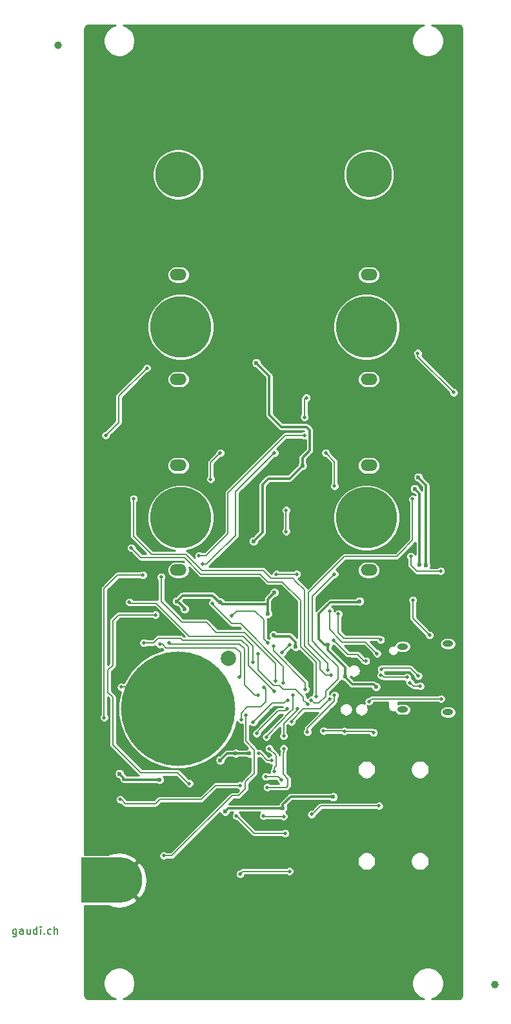
<source format=gbr>
G04 #@! TF.GenerationSoftware,KiCad,Pcbnew,5.1.5+dfsg1-2build2*
G04 #@! TF.CreationDate,2021-03-23T15:32:05+01:00*
G04 #@! TF.ProjectId,OpenThereminV4,4f70656e-5468-4657-9265-6d696e56342e,rev?*
G04 #@! TF.SameCoordinates,Original*
G04 #@! TF.FileFunction,Copper,L1,Top*
G04 #@! TF.FilePolarity,Positive*
%FSLAX46Y46*%
G04 Gerber Fmt 4.6, Leading zero omitted, Abs format (unit mm)*
G04 Created by KiCad (PCBNEW 5.1.5+dfsg1-2build2) date 2021-03-23 15:32:05*
%MOMM*%
%LPD*%
G04 APERTURE LIST*
%ADD10C,0.150000*%
%ADD11C,15.000000*%
%ADD12C,6.000000*%
%ADD13R,5.000000X6.000000*%
%ADD14O,2.200000X1.500000*%
%ADD15C,8.000000*%
%ADD16C,1.000000*%
%ADD17O,1.400000X0.800000*%
%ADD18C,2.000000*%
%ADD19C,0.600000*%
%ADD20C,0.500000*%
%ADD21C,0.300000*%
%ADD22C,0.200000*%
%ADD23C,0.254000*%
G04 APERTURE END LIST*
D10*
X66258000Y-154649714D02*
X66258000Y-155459238D01*
X66210380Y-155554476D01*
X66162761Y-155602095D01*
X66067523Y-155649714D01*
X65924666Y-155649714D01*
X65829428Y-155602095D01*
X66258000Y-155268761D02*
X66162761Y-155316380D01*
X65972285Y-155316380D01*
X65877047Y-155268761D01*
X65829428Y-155221142D01*
X65781809Y-155125904D01*
X65781809Y-154840190D01*
X65829428Y-154744952D01*
X65877047Y-154697333D01*
X65972285Y-154649714D01*
X66162761Y-154649714D01*
X66258000Y-154697333D01*
X67162761Y-155316380D02*
X67162761Y-154792571D01*
X67115142Y-154697333D01*
X67019904Y-154649714D01*
X66829428Y-154649714D01*
X66734190Y-154697333D01*
X67162761Y-155268761D02*
X67067523Y-155316380D01*
X66829428Y-155316380D01*
X66734190Y-155268761D01*
X66686571Y-155173523D01*
X66686571Y-155078285D01*
X66734190Y-154983047D01*
X66829428Y-154935428D01*
X67067523Y-154935428D01*
X67162761Y-154887809D01*
X68067523Y-154649714D02*
X68067523Y-155316380D01*
X67638952Y-154649714D02*
X67638952Y-155173523D01*
X67686571Y-155268761D01*
X67781809Y-155316380D01*
X67924666Y-155316380D01*
X68019904Y-155268761D01*
X68067523Y-155221142D01*
X68972285Y-155316380D02*
X68972285Y-154316380D01*
X68972285Y-155268761D02*
X68877047Y-155316380D01*
X68686571Y-155316380D01*
X68591333Y-155268761D01*
X68543714Y-155221142D01*
X68496095Y-155125904D01*
X68496095Y-154840190D01*
X68543714Y-154744952D01*
X68591333Y-154697333D01*
X68686571Y-154649714D01*
X68877047Y-154649714D01*
X68972285Y-154697333D01*
X69448476Y-155316380D02*
X69448476Y-154649714D01*
X69448476Y-154316380D02*
X69400857Y-154364000D01*
X69448476Y-154411619D01*
X69496095Y-154364000D01*
X69448476Y-154316380D01*
X69448476Y-154411619D01*
X69924666Y-155221142D02*
X69972285Y-155268761D01*
X69924666Y-155316380D01*
X69877047Y-155268761D01*
X69924666Y-155221142D01*
X69924666Y-155316380D01*
X70829428Y-155268761D02*
X70734190Y-155316380D01*
X70543714Y-155316380D01*
X70448476Y-155268761D01*
X70400857Y-155221142D01*
X70353238Y-155125904D01*
X70353238Y-154840190D01*
X70400857Y-154744952D01*
X70448476Y-154697333D01*
X70543714Y-154649714D01*
X70734190Y-154649714D01*
X70829428Y-154697333D01*
X71258000Y-155316380D02*
X71258000Y-154316380D01*
X71686571Y-155316380D02*
X71686571Y-154792571D01*
X71638952Y-154697333D01*
X71543714Y-154649714D01*
X71400857Y-154649714D01*
X71305619Y-154697333D01*
X71258000Y-154744952D01*
D11*
X87500000Y-125750000D03*
D12*
X79750000Y-148250000D03*
D13*
X77250000Y-148250000D03*
D14*
X112500000Y-82600000D03*
X112500000Y-68900000D03*
D15*
X112200000Y-75750000D03*
D14*
X87500000Y-68900000D03*
X87500000Y-82600000D03*
D15*
X87800000Y-75750000D03*
D14*
X87500000Y-93900000D03*
X87500000Y-107600000D03*
D15*
X87800000Y-100750000D03*
D14*
X112500000Y-107600000D03*
X112500000Y-93900000D03*
D15*
X112200000Y-100750000D03*
D16*
X71770000Y-38800000D03*
X129070000Y-161920000D03*
D12*
X112500000Y-55750000D03*
X87500000Y-55750000D03*
D17*
X122890000Y-117260000D03*
X122890000Y-126240000D03*
X116940000Y-125880000D03*
X116940000Y-117620000D03*
D18*
X94100000Y-119150000D03*
D19*
X119989800Y-106985000D03*
X118999200Y-95428000D03*
X112573000Y-115113000D03*
X80696000Y-94285000D03*
X83490000Y-92126000D03*
X87808000Y-90475000D03*
X94285000Y-92253000D03*
X112065000Y-90475000D03*
X119812000Y-93396000D03*
X116764000Y-92253000D03*
X105969000Y-92126000D03*
X108001000Y-117907000D03*
X96698000Y-108890000D03*
X100127000Y-112065000D03*
X104953000Y-123622000D03*
X98158500Y-130353000D03*
X99746000Y-126035000D03*
X105334000Y-151689000D03*
X87808000Y-151371500D03*
X96380500Y-139941500D03*
X84760000Y-148323500D03*
X113208000Y-85966500D03*
X88252500Y-85268000D03*
X88252500Y-87808000D03*
X113208000Y-87681000D03*
X114290000Y-150270000D03*
X103560000Y-133650000D03*
X118250000Y-138860000D03*
X113730000Y-140240000D03*
X109370000Y-131360000D03*
X97620000Y-98000000D03*
X110580000Y-126920000D03*
X115520000Y-126700000D03*
X118186400Y-118897600D03*
X121031200Y-105816600D03*
D20*
X104064000Y-87554000D03*
X104318000Y-85014000D03*
X93015000Y-92253000D03*
X91745000Y-95682000D03*
D19*
X109398000Y-121574000D03*
X107112000Y-117399000D03*
X102921000Y-117653000D03*
X100000000Y-116129000D03*
X99238000Y-113335000D03*
X100127000Y-110541000D03*
X93015000Y-111811000D03*
X87300000Y-111684000D03*
X88316000Y-112700000D03*
X113440000Y-122910000D03*
X111303000Y-111684000D03*
X96825000Y-131623000D03*
X93015000Y-132512000D03*
X85014000Y-135052000D03*
X79807000Y-134290000D03*
X95047000Y-131623000D03*
X93650000Y-139243000D03*
X101206500Y-138798500D03*
X107830000Y-137330000D03*
X119126200Y-106908800D03*
X118516600Y-96952000D03*
X103784600Y-93904000D03*
X97383800Y-103810000D03*
X97739400Y-80442000D03*
D20*
X84506000Y-113462000D03*
X88951000Y-135560000D03*
X95555000Y-121590000D03*
X85077500Y-117335500D03*
X90221000Y-105715000D03*
X104064000Y-89967000D03*
X85268000Y-108509000D03*
X100254000Y-122098000D03*
X90678200Y-106832600D03*
X100127000Y-92253000D03*
X86284000Y-117145000D03*
X97968000Y-124003000D03*
X97333000Y-119685000D03*
X81077000Y-111811000D03*
X82982000Y-117145000D03*
X100127000Y-123495000D03*
X98730000Y-122987000D03*
X91999000Y-111938000D03*
X101270000Y-122352000D03*
X95745500Y-127178000D03*
X98666500Y-139814500D03*
X101333500Y-139878000D03*
X94539000Y-113589000D03*
X99238000Y-117145000D03*
X102540000Y-124003000D03*
X99047500Y-129464000D03*
X101016000Y-135052000D03*
X98984000Y-134671000D03*
X101778000Y-125781000D03*
X99746000Y-132512000D03*
X97777500Y-129019500D03*
X98095000Y-131623000D03*
X97333000Y-127559000D03*
X101905000Y-124638000D03*
X95110500Y-139814500D03*
X101524000Y-142100500D03*
X118923000Y-79172000D03*
X107112000Y-120701000D03*
X123647400Y-84328200D03*
X118237200Y-98298200D03*
X77978200Y-89941600D03*
X83388400Y-81127800D03*
X107543800Y-121336000D03*
X81635800Y-98272800D03*
X105588000Y-124130000D03*
X81331000Y-104699000D03*
X104953000Y-124638000D03*
X108001000Y-108128000D03*
X118008600Y-105791200D03*
X121920200Y-107721600D03*
X100000000Y-117526000D03*
X104191000Y-123241000D03*
X106858000Y-92253000D03*
X108001000Y-96596400D03*
X103048000Y-108128000D03*
X100381000Y-108128000D03*
X95618500Y-135814000D03*
X79870500Y-137655500D03*
X99428500Y-130988000D03*
X100127000Y-133972500D03*
X104991500Y-139616000D03*
X113830000Y-138500000D03*
X101651000Y-102540000D03*
X101651000Y-99746000D03*
X109290000Y-128710000D03*
X106560000Y-128670000D03*
X113120000Y-128910000D03*
X118288000Y-111531600D03*
X120472400Y-116129000D03*
X121996400Y-124485600D03*
X112522200Y-124815800D03*
X113589000Y-118542000D03*
X107366000Y-112954000D03*
X117526000Y-121661000D03*
X108509000Y-113335000D03*
X114097000Y-121407000D03*
X114070000Y-116730000D03*
X108001000Y-124003000D03*
X104445000Y-128829000D03*
X107366000Y-124511000D03*
X102349500Y-127495500D03*
X79997500Y-122923500D03*
X102159000Y-117399000D03*
X101143000Y-118415000D03*
X107899400Y-116840200D03*
X112115800Y-119507200D03*
X97968000Y-118542000D03*
X104508500Y-125209500D03*
X96380500Y-126606500D03*
X85585500Y-145021500D03*
X82855000Y-108255000D03*
X77775000Y-126924000D03*
X103111500Y-125781000D03*
X101333500Y-129337000D03*
X101333500Y-130988000D03*
X99174500Y-136068000D03*
X117907000Y-122359500D03*
X119240500Y-122804000D03*
X114160500Y-120581500D03*
X118986500Y-121470500D03*
X95620000Y-147440000D03*
X102100000Y-147080000D03*
D21*
X119989800Y-106985000D02*
X120015200Y-106959600D01*
X120015200Y-106959600D02*
X120015200Y-96444000D01*
X120015200Y-96444000D02*
X118999200Y-95428000D01*
X88252500Y-85268000D02*
X88252500Y-87808000D01*
X113208000Y-85966500D02*
X113208000Y-87681000D01*
D22*
X104064000Y-87554000D02*
X104064000Y-85141000D01*
X104191000Y-85141000D02*
X104318000Y-85014000D01*
X104064000Y-85141000D02*
X104191000Y-85141000D01*
X91745000Y-93523000D02*
X91745000Y-95682000D01*
X93015000Y-92253000D02*
X91745000Y-93523000D01*
D21*
X107112000Y-117399000D02*
X107112000Y-118034000D01*
X107112000Y-118034000D02*
X109398000Y-120320000D01*
X100127000Y-116256000D02*
X102159000Y-116256000D01*
X100000000Y-116129000D02*
X100127000Y-116256000D01*
X102921000Y-117018000D02*
X102159000Y-116256000D01*
X102921000Y-117653000D02*
X102921000Y-117018000D01*
X99238000Y-111430000D02*
X100127000Y-110541000D01*
X93269000Y-112065000D02*
X93015000Y-111811000D01*
X99238000Y-112065000D02*
X93269000Y-112065000D01*
X99238000Y-113335000D02*
X99238000Y-112065000D01*
X99238000Y-112065000D02*
X99238000Y-111430000D01*
X93269000Y-112065000D02*
X93269000Y-111938000D01*
X87300000Y-111684000D02*
X87427000Y-111684000D01*
X88316000Y-112573000D02*
X88316000Y-112700000D01*
X87427000Y-111684000D02*
X88316000Y-112573000D01*
X93015000Y-111811000D02*
X92888000Y-111811000D01*
X92888000Y-111811000D02*
X91999000Y-110922000D01*
X88062000Y-110922000D02*
X87300000Y-111684000D01*
X91999000Y-110922000D02*
X88062000Y-110922000D01*
X107112000Y-117399000D02*
X106731000Y-117399000D01*
X106731000Y-117399000D02*
X105969000Y-116637000D01*
X105969000Y-116637000D02*
X105969000Y-113335000D01*
X105969000Y-113335000D02*
X107493000Y-111811000D01*
X107493000Y-111811000D02*
X109398000Y-111811000D01*
X111176000Y-111811000D02*
X111303000Y-111684000D01*
X109398000Y-111811000D02*
X111176000Y-111811000D01*
X93015000Y-132512000D02*
X93904000Y-131623000D01*
X85014000Y-135052000D02*
X80315000Y-135052000D01*
X80315000Y-134798000D02*
X79807000Y-134290000D01*
X80315000Y-135052000D02*
X80315000Y-134798000D01*
X93904000Y-131623000D02*
X95047000Y-131623000D01*
X95047000Y-131623000D02*
X96825000Y-131623000D01*
X93650000Y-139243000D02*
X94094500Y-138798500D01*
X94094500Y-138798500D02*
X101206500Y-138798500D01*
X109398000Y-121574000D02*
X109398000Y-120320000D01*
X109398000Y-121574000D02*
X109398000Y-121648000D01*
X109398000Y-121648000D02*
X110320000Y-122570000D01*
X113100000Y-122570000D02*
X113440000Y-122910000D01*
X110320000Y-122570000D02*
X113100000Y-122570000D01*
X107830000Y-137330000D02*
X107780000Y-137280000D01*
X107780000Y-137280000D02*
X102270000Y-137280000D01*
X101206500Y-138343500D02*
X101206500Y-138798500D01*
X102270000Y-137280000D02*
X101206500Y-138343500D01*
X119126200Y-97561600D02*
X118516600Y-96952000D01*
X119126200Y-106908800D02*
X119126200Y-97561600D01*
X103784600Y-93904000D02*
X102082800Y-95605800D01*
X102082800Y-95605800D02*
X99339600Y-95605800D01*
X99339600Y-95605800D02*
X98526800Y-96418600D01*
X98526800Y-102667000D02*
X97383800Y-103810000D01*
X98526800Y-96418600D02*
X98526800Y-102667000D01*
X103784600Y-93904000D02*
X103784600Y-92888000D01*
X103784600Y-92888000D02*
X104749800Y-91922800D01*
X104749800Y-91922800D02*
X104749800Y-89255800D01*
X104749800Y-89255800D02*
X104318000Y-88824000D01*
X104318000Y-88824000D02*
X100990600Y-88824000D01*
X100990600Y-88824000D02*
X99441200Y-87274600D01*
X99441200Y-82143800D02*
X97739400Y-80442000D01*
X99441200Y-87274600D02*
X99441200Y-82143800D01*
D22*
X82093000Y-113462000D02*
X84506000Y-113462000D01*
X79680000Y-113462000D02*
X82093000Y-113462000D01*
X78918000Y-114224000D02*
X79680000Y-113462000D01*
X78918000Y-120066000D02*
X78918000Y-114224000D01*
X78283000Y-120701000D02*
X78918000Y-120066000D01*
X78283000Y-123241000D02*
X78283000Y-123622000D01*
X78283000Y-123241000D02*
X78283000Y-120701000D01*
X78283000Y-123622000D02*
X78918000Y-124257000D01*
X88951000Y-135560000D02*
X88824000Y-135560000D01*
X88824000Y-135560000D02*
X87427000Y-134163000D01*
X87427000Y-134163000D02*
X82601000Y-134163000D01*
X78918000Y-130480000D02*
X78918000Y-128067000D01*
X82601000Y-134163000D02*
X78918000Y-130480000D01*
X78918000Y-128067000D02*
X78918000Y-128194000D01*
X78918000Y-124257000D02*
X78918000Y-128067000D01*
X95555000Y-121590000D02*
X95682000Y-121463000D01*
X95682000Y-121463000D02*
X95682000Y-118415000D01*
X95682000Y-118415000D02*
X95047000Y-117780000D01*
X85458500Y-117335500D02*
X85903000Y-117780000D01*
X85077500Y-117335500D02*
X85458500Y-117335500D01*
X95047000Y-117780000D02*
X85903000Y-117780000D01*
X90221000Y-105715000D02*
X91110000Y-105715000D01*
X91110000Y-105715000D02*
X94031000Y-102794000D01*
X94031000Y-102794000D02*
X94031000Y-97460000D01*
X101524000Y-89967000D02*
X104064000Y-89967000D01*
X94031000Y-97460000D02*
X101524000Y-89967000D01*
X92507000Y-115748000D02*
X96190000Y-115748000D01*
X99873000Y-119431000D02*
X100000000Y-119558000D01*
X96190000Y-115748000D02*
X99873000Y-119431000D01*
X100254000Y-119812000D02*
X99873000Y-119431000D01*
X100254000Y-122098000D02*
X100254000Y-119812000D01*
X91173500Y-114414500D02*
X87998500Y-114414500D01*
X91173500Y-114414500D02*
X92507000Y-115748000D01*
X85268000Y-111684000D02*
X85268000Y-108509000D01*
X87998500Y-114414500D02*
X85268000Y-111684000D01*
X95047000Y-103048000D02*
X95047000Y-97333000D01*
X96190000Y-119050000D02*
X96190000Y-122606000D01*
X96190000Y-118669000D02*
X96190000Y-119050000D01*
X86411000Y-117272000D02*
X86284000Y-117145000D01*
X95555000Y-117272000D02*
X86411000Y-117272000D01*
X96190000Y-117907000D02*
X95555000Y-117272000D01*
X96190000Y-119050000D02*
X96190000Y-117907000D01*
X100127000Y-92253000D02*
X98857000Y-93523000D01*
X98857000Y-93523000D02*
X98984000Y-93396000D01*
X95047000Y-97333000D02*
X98857000Y-93523000D01*
X97587000Y-124003000D02*
X97968000Y-124003000D01*
X96190000Y-122606000D02*
X97587000Y-124003000D01*
X91211600Y-106832600D02*
X91973600Y-106070600D01*
X90678200Y-106832600D02*
X91211600Y-106832600D01*
X91973600Y-106070600D02*
X95047000Y-103048000D01*
X91364000Y-106680200D02*
X91973600Y-106070600D01*
X97333000Y-117526000D02*
X97333000Y-118542000D01*
X96063000Y-116256000D02*
X97333000Y-117526000D01*
X88951000Y-116256000D02*
X96063000Y-116256000D01*
X97333000Y-118542000D02*
X97333000Y-119685000D01*
X81204000Y-111938000D02*
X84633000Y-111938000D01*
X81077000Y-111811000D02*
X81204000Y-111938000D01*
X84633000Y-111938000D02*
X88951000Y-116256000D01*
X98857000Y-122225000D02*
X100127000Y-123495000D01*
X98857000Y-122225000D02*
X98984000Y-122352000D01*
X84887000Y-116510000D02*
X84252000Y-117145000D01*
X88062000Y-116764000D02*
X87808000Y-116510000D01*
X95809000Y-116764000D02*
X88062000Y-116764000D01*
X84252000Y-117145000D02*
X82982000Y-117145000D01*
X87808000Y-116510000D02*
X84887000Y-116510000D01*
X96698000Y-117653000D02*
X95809000Y-116764000D01*
X96698000Y-120066000D02*
X96698000Y-117653000D01*
X98857000Y-122225000D02*
X96698000Y-120066000D01*
X95682000Y-114605000D02*
X100889000Y-119812000D01*
X94539000Y-114605000D02*
X95682000Y-114605000D01*
X92126000Y-112192000D02*
X94539000Y-114605000D01*
X92126000Y-112065000D02*
X92126000Y-112192000D01*
X91999000Y-111938000D02*
X92126000Y-112065000D01*
X101270000Y-120193000D02*
X101143000Y-120066000D01*
X101270000Y-122352000D02*
X101270000Y-120193000D01*
X101143000Y-120066000D02*
X100889000Y-119812000D01*
X98984000Y-123241000D02*
X98730000Y-122987000D01*
X98984000Y-124828500D02*
X98984000Y-123241000D01*
X98285500Y-125527000D02*
X98984000Y-124828500D01*
X95745500Y-126352500D02*
X96571000Y-125527000D01*
X96571000Y-125527000D02*
X98285500Y-125527000D01*
X95745500Y-127178000D02*
X95745500Y-126352500D01*
X98730000Y-139878000D02*
X101333500Y-139878000D01*
X98666500Y-139814500D02*
X98730000Y-139878000D01*
X94539000Y-113589000D02*
X95174000Y-112954000D01*
X95174000Y-112954000D02*
X97587000Y-112954000D01*
X97587000Y-112954000D02*
X98730000Y-114097000D01*
X98730000Y-116637000D02*
X99238000Y-117145000D01*
X98730000Y-114097000D02*
X98730000Y-116637000D01*
X100952500Y-127495500D02*
X99047500Y-129400500D01*
X99047500Y-129400500D02*
X99047500Y-129464000D01*
X102159000Y-126225500D02*
X100952500Y-127495500D01*
X102540000Y-125844500D02*
X102159000Y-126225500D01*
X102540000Y-124003000D02*
X102540000Y-125844500D01*
X100635000Y-134671000D02*
X98984000Y-134671000D01*
X101016000Y-135052000D02*
X100635000Y-134671000D01*
X101524000Y-126035000D02*
X101778000Y-125781000D01*
X100635000Y-126035000D02*
X101524000Y-126035000D01*
X98095000Y-128575000D02*
X100635000Y-126035000D01*
X99746000Y-132512000D02*
X99174500Y-132512000D01*
X99174500Y-132512000D02*
X98285500Y-131623000D01*
X97777500Y-129019500D02*
X98095000Y-128575000D01*
X99873000Y-125019000D02*
X101397000Y-125019000D01*
X101778000Y-124638000D02*
X101905000Y-124638000D01*
X101397000Y-125019000D02*
X101778000Y-124638000D01*
X99873000Y-125019000D02*
X97333000Y-127559000D01*
X95110500Y-139814500D02*
X95174000Y-139814500D01*
X97460000Y-142100500D02*
X101524000Y-142100500D01*
X95174000Y-139814500D02*
X97460000Y-142100500D01*
X118796000Y-79172000D02*
X118923000Y-79172000D01*
X118923000Y-79603800D02*
X118923000Y-79172000D01*
X123647400Y-84328200D02*
X118923000Y-79603800D01*
X118237200Y-103683000D02*
X118237200Y-98298200D01*
X116789400Y-105207000D02*
X118237200Y-103683000D01*
X109334500Y-105829300D02*
X116167100Y-105829300D01*
X116167100Y-105829300D02*
X116789400Y-105207000D01*
X108496300Y-106667500D02*
X109334500Y-105829300D01*
X108470900Y-106667500D02*
X108496300Y-106667500D01*
X104572000Y-110566400D02*
X108470900Y-106667500D01*
X104572000Y-117272000D02*
X104572000Y-110566400D01*
X106985000Y-119685000D02*
X104572000Y-117272000D01*
X107112000Y-119837400D02*
X107010400Y-119735800D01*
X107010400Y-119735800D02*
X106985000Y-119685000D01*
X107112000Y-120701000D02*
X107112000Y-119837400D01*
X77978200Y-89941600D02*
X79680000Y-88239800D01*
X79680000Y-84836200D02*
X83388400Y-81127800D01*
X79680000Y-88239800D02*
X79680000Y-84836200D01*
X106096000Y-120599400D02*
X106832600Y-121336000D01*
X106096000Y-119583400D02*
X106096000Y-120599400D01*
X104064000Y-110236200D02*
X104064000Y-117526000D01*
X102921000Y-109067800D02*
X104064000Y-110236200D01*
X102540000Y-108686800D02*
X102921000Y-109067800D01*
X99695200Y-108686800D02*
X102540000Y-108686800D01*
X98628400Y-107620000D02*
X99695200Y-108686800D01*
X106832600Y-121336000D02*
X107543800Y-121336000D01*
X104064000Y-117526000D02*
X106096000Y-119583400D01*
X97129800Y-107620000D02*
X98628400Y-107620000D01*
X97129800Y-107620000D02*
X90805200Y-107620000D01*
X90805200Y-107620000D02*
X90602000Y-107620000D01*
X90602000Y-107620000D02*
X88519200Y-105537200D01*
X88519200Y-105537200D02*
X83998000Y-105537200D01*
X83998000Y-105537200D02*
X81610400Y-103149600D01*
X81610400Y-98298200D02*
X81635800Y-98272800D01*
X81610400Y-103149600D02*
X81610400Y-98298200D01*
X105588000Y-119685000D02*
X103810000Y-117907000D01*
X105588000Y-120066000D02*
X105588000Y-119685000D01*
X105588000Y-124130000D02*
X105588000Y-120066000D01*
X105588000Y-120066000D02*
X105588000Y-119939000D01*
X103810000Y-117907000D02*
X103556000Y-117653000D01*
X103556000Y-117653000D02*
X103556000Y-111811000D01*
X103556000Y-111811000D02*
X103556000Y-111557000D01*
X103556000Y-111557000D02*
X101143000Y-109144000D01*
X101143000Y-109144000D02*
X99238000Y-109144000D01*
X99238000Y-109144000D02*
X98222000Y-108128000D01*
X98222000Y-108128000D02*
X90475000Y-108128000D01*
X90475000Y-108128000D02*
X88316000Y-105969000D01*
X82601000Y-105969000D02*
X81331000Y-104699000D01*
X88316000Y-105969000D02*
X82601000Y-105969000D01*
X106477000Y-118288000D02*
X105461000Y-117272000D01*
X105080000Y-116891000D02*
X106477000Y-118288000D01*
X105080000Y-111049000D02*
X105080000Y-116891000D01*
X108001000Y-108128000D02*
X105080000Y-111049000D01*
X106858000Y-124130000D02*
X105969000Y-125019000D01*
X106883400Y-123418800D02*
X106858000Y-124130000D01*
X107112000Y-123215600D02*
X107086600Y-123215600D01*
X108432800Y-121894800D02*
X107112000Y-123215600D01*
X105969000Y-125019000D02*
X105334000Y-125019000D01*
X108432800Y-120243800D02*
X108432800Y-121894800D01*
X105334000Y-125019000D02*
X104953000Y-124638000D01*
X107086600Y-123215600D02*
X106883400Y-123418800D01*
X106477000Y-118288000D02*
X108432800Y-120243800D01*
X118008600Y-105791200D02*
X118008600Y-106959600D01*
X118008600Y-106959600D02*
X118821400Y-107772400D01*
X121869400Y-107772400D02*
X121920200Y-107721600D01*
X118821400Y-107772400D02*
X121869400Y-107772400D01*
X100000000Y-117526000D02*
X100000000Y-117907000D01*
X100000000Y-117907000D02*
X100000000Y-118161000D01*
X104191000Y-122352000D02*
X104191000Y-123241000D01*
X100000000Y-118161000D02*
X104191000Y-122352000D01*
X100381000Y-108128000D02*
X103048000Y-108128000D01*
X108001000Y-94666000D02*
X108001000Y-96596400D01*
X108001000Y-93396000D02*
X108001000Y-94666000D01*
X106858000Y-92253000D02*
X108001000Y-93396000D01*
X95618500Y-135814000D02*
X92380000Y-135814000D01*
X92380000Y-135814000D02*
X90538500Y-137655500D01*
X90538500Y-137655500D02*
X85077500Y-137655500D01*
X85077500Y-137655500D02*
X84506000Y-138227000D01*
X79997500Y-137655500D02*
X80569000Y-138227000D01*
X79870500Y-137655500D02*
X79997500Y-137655500D01*
X84506000Y-138227000D02*
X80569000Y-138227000D01*
X99428500Y-130988000D02*
X100317500Y-131877000D01*
X100317500Y-131877000D02*
X100317500Y-133274000D01*
X100127000Y-133464500D02*
X100317500Y-133274000D01*
X100127000Y-133972500D02*
X100127000Y-133464500D01*
X104991500Y-139616000D02*
X105104000Y-139616000D01*
X106220000Y-138500000D02*
X113830000Y-138500000D01*
X105104000Y-139616000D02*
X106220000Y-138500000D01*
X101651000Y-102540000D02*
X101651000Y-99746000D01*
X109250000Y-128670000D02*
X106560000Y-128670000D01*
X109290000Y-128710000D02*
X109250000Y-128670000D01*
X112920000Y-128710000D02*
X113120000Y-128910000D01*
X109290000Y-128710000D02*
X112920000Y-128710000D01*
X118288000Y-113944600D02*
X120472400Y-116129000D01*
X118288000Y-111531600D02*
X118288000Y-113944600D01*
X112852400Y-124485600D02*
X112522200Y-124815800D01*
X121996400Y-124485600D02*
X112852400Y-124485600D01*
X112065000Y-117018000D02*
X113589000Y-118542000D01*
X109017000Y-117018000D02*
X112065000Y-117018000D01*
X107366000Y-115367000D02*
X109017000Y-117018000D01*
X107366000Y-112954000D02*
X107366000Y-115367000D01*
X114478000Y-121661000D02*
X114224000Y-121407000D01*
X117526000Y-121661000D02*
X114478000Y-121661000D01*
X113970000Y-121407000D02*
X114224000Y-121407000D01*
X108509000Y-115748000D02*
X108509000Y-113335000D01*
X109271000Y-116510000D02*
X108509000Y-115748000D01*
X113850000Y-116510000D02*
X109271000Y-116510000D01*
X114070000Y-116730000D02*
X113850000Y-116510000D01*
X104445000Y-128829000D02*
X104445000Y-128321000D01*
X104445000Y-128321000D02*
X107302500Y-125463500D01*
X107302500Y-125463500D02*
X107493000Y-125273000D01*
X108001000Y-124765000D02*
X108001000Y-124003000D01*
X107302500Y-125463500D02*
X108001000Y-124765000D01*
X107366000Y-124638000D02*
X107239000Y-124638000D01*
X106096000Y-125781000D02*
X105207000Y-125781000D01*
X107239000Y-124638000D02*
X106096000Y-125781000D01*
X105207000Y-125781000D02*
X105334000Y-125781000D01*
X102349500Y-127495500D02*
X102349500Y-127368500D01*
X103937000Y-125781000D02*
X104064000Y-125781000D01*
X102349500Y-127368500D02*
X103937000Y-125781000D01*
X104064000Y-125781000D02*
X105207000Y-125781000D01*
X82982000Y-125908000D02*
X87808000Y-125908000D01*
X80569000Y-123495000D02*
X82982000Y-125908000D01*
X84673500Y-122923500D02*
X87500000Y-125750000D01*
X79997500Y-122923500D02*
X84673500Y-122923500D01*
X102159000Y-117399000D02*
X101143000Y-118415000D01*
X108128000Y-117018000D02*
X109760000Y-118650000D01*
X111800000Y-119500000D02*
X111800000Y-119420000D01*
X111050000Y-118670000D02*
X110440000Y-118670000D01*
X111800000Y-119420000D02*
X111050000Y-118670000D01*
X110440000Y-118670000D02*
X110650000Y-118650000D01*
X109760000Y-118650000D02*
X110440000Y-118670000D01*
X108077200Y-117018000D02*
X107899400Y-116840200D01*
X108128000Y-117018000D02*
X108077200Y-117018000D01*
X97968000Y-118542000D02*
X97968000Y-120701000D01*
X97968000Y-120701000D02*
X100000000Y-122733000D01*
X100000000Y-122733000D02*
X100762000Y-122733000D01*
X100762000Y-122733000D02*
X101270000Y-123241000D01*
X101270000Y-123241000D02*
X102921000Y-123241000D01*
X102921000Y-123241000D02*
X103937000Y-124257000D01*
X103937000Y-124257000D02*
X103937000Y-124638000D01*
X104254500Y-124955500D02*
X104508500Y-125209500D01*
X103937000Y-124638000D02*
X104254500Y-124955500D01*
X104254500Y-124955500D02*
X104318000Y-125019000D01*
X86665000Y-145021500D02*
X85585500Y-145021500D01*
X95428000Y-137147500D02*
X94602500Y-137147500D01*
X96317000Y-135369500D02*
X96317000Y-136258500D01*
X96317000Y-136258500D02*
X95428000Y-137147500D01*
X94602500Y-137147500D02*
X86665000Y-145021500D01*
X96380500Y-130035500D02*
X96380500Y-127940000D01*
X96380500Y-126543000D02*
X96380500Y-127940000D01*
X97460000Y-134226500D02*
X97460000Y-131178500D01*
X97460000Y-131178500D02*
X96380500Y-130035500D01*
X97460000Y-134226500D02*
X96317000Y-135369500D01*
X79553000Y-108255000D02*
X77775000Y-110033000D01*
X82855000Y-108255000D02*
X79553000Y-108255000D01*
X77775000Y-110033000D02*
X77775000Y-126924000D01*
X103111500Y-125781000D02*
X103111500Y-125908000D01*
X101333500Y-127686000D02*
X101333500Y-129337000D01*
X103111500Y-125908000D02*
X101333500Y-127686000D01*
X101270000Y-131559500D02*
X101333500Y-131432500D01*
X101270000Y-134353500D02*
X101270000Y-131559500D01*
X101905000Y-134988500D02*
X101270000Y-134353500D01*
X101333500Y-131432500D02*
X101333500Y-130988000D01*
X101905000Y-135877500D02*
X101905000Y-134988500D01*
X101714500Y-136068000D02*
X101905000Y-135877500D01*
X99174500Y-136068000D02*
X101714500Y-136068000D01*
X118351500Y-122804000D02*
X119240500Y-122804000D01*
X117907000Y-122359500D02*
X118351500Y-122804000D01*
X114160500Y-120581500D02*
X114287500Y-120454500D01*
X117970500Y-120454500D02*
X118986500Y-121470500D01*
X114287500Y-120454500D02*
X117970500Y-120454500D01*
X95980000Y-147080000D02*
X102100000Y-147080000D01*
X95620000Y-147440000D02*
X95980000Y-147080000D01*
D23*
G36*
X79141273Y-36243296D02*
G01*
X78761481Y-36400611D01*
X78419677Y-36628997D01*
X78128997Y-36919677D01*
X77900611Y-37261481D01*
X77743296Y-37641273D01*
X77663098Y-38044458D01*
X77663098Y-38455542D01*
X77743296Y-38858727D01*
X77900611Y-39238519D01*
X78128997Y-39580323D01*
X78419677Y-39871003D01*
X78761481Y-40099389D01*
X79141273Y-40256704D01*
X79544458Y-40336902D01*
X79955542Y-40336902D01*
X80358727Y-40256704D01*
X80738519Y-40099389D01*
X81080323Y-39871003D01*
X81371003Y-39580323D01*
X81599389Y-39238519D01*
X81756704Y-38858727D01*
X81836902Y-38455542D01*
X81836902Y-38044458D01*
X81756704Y-37641273D01*
X81599389Y-37261481D01*
X81371003Y-36919677D01*
X81080323Y-36628997D01*
X80738519Y-36400611D01*
X80358727Y-36243296D01*
X80276801Y-36227000D01*
X119723199Y-36227000D01*
X119641273Y-36243296D01*
X119261481Y-36400611D01*
X118919677Y-36628997D01*
X118628997Y-36919677D01*
X118400611Y-37261481D01*
X118243296Y-37641273D01*
X118163098Y-38044458D01*
X118163098Y-38455542D01*
X118243296Y-38858727D01*
X118400611Y-39238519D01*
X118628997Y-39580323D01*
X118919677Y-39871003D01*
X119261481Y-40099389D01*
X119641273Y-40256704D01*
X120044458Y-40336902D01*
X120455542Y-40336902D01*
X120858727Y-40256704D01*
X121238519Y-40099389D01*
X121580323Y-39871003D01*
X121871003Y-39580323D01*
X122099389Y-39238519D01*
X122256704Y-38858727D01*
X122336902Y-38455542D01*
X122336902Y-38044458D01*
X122256704Y-37641273D01*
X122099389Y-37261481D01*
X121871003Y-36919677D01*
X121580323Y-36628997D01*
X121238519Y-36400611D01*
X120858727Y-36243296D01*
X120776801Y-36227000D01*
X124226674Y-36227000D01*
X124351139Y-36239204D01*
X124448432Y-36268579D01*
X124538159Y-36316287D01*
X124616911Y-36380517D01*
X124681690Y-36458820D01*
X124730026Y-36548216D01*
X124760077Y-36645296D01*
X124773001Y-36768258D01*
X124773000Y-163226675D01*
X124760796Y-163351140D01*
X124731423Y-163448427D01*
X124683712Y-163538159D01*
X124619483Y-163616911D01*
X124541180Y-163681690D01*
X124451784Y-163730026D01*
X124354705Y-163760077D01*
X124231752Y-163773000D01*
X120776801Y-163773000D01*
X120858727Y-163756704D01*
X121238519Y-163599389D01*
X121580323Y-163371003D01*
X121871003Y-163080323D01*
X122099389Y-162738519D01*
X122256704Y-162358727D01*
X122336902Y-161955542D01*
X122336902Y-161544458D01*
X122256704Y-161141273D01*
X122099389Y-160761481D01*
X121871003Y-160419677D01*
X121580323Y-160128997D01*
X121238519Y-159900611D01*
X120858727Y-159743296D01*
X120455542Y-159663098D01*
X120044458Y-159663098D01*
X119641273Y-159743296D01*
X119261481Y-159900611D01*
X118919677Y-160128997D01*
X118628997Y-160419677D01*
X118400611Y-160761481D01*
X118243296Y-161141273D01*
X118163098Y-161544458D01*
X118163098Y-161955542D01*
X118243296Y-162358727D01*
X118400611Y-162738519D01*
X118628997Y-163080323D01*
X118919677Y-163371003D01*
X119261481Y-163599389D01*
X119641273Y-163756704D01*
X119723199Y-163773000D01*
X80276801Y-163773000D01*
X80358727Y-163756704D01*
X80738519Y-163599389D01*
X81080323Y-163371003D01*
X81371003Y-163080323D01*
X81599389Y-162738519D01*
X81756704Y-162358727D01*
X81836902Y-161955542D01*
X81836902Y-161544458D01*
X81756704Y-161141273D01*
X81599389Y-160761481D01*
X81371003Y-160419677D01*
X81080323Y-160128997D01*
X80738519Y-159900611D01*
X80358727Y-159743296D01*
X79955542Y-159663098D01*
X79544458Y-159663098D01*
X79141273Y-159743296D01*
X78761481Y-159900611D01*
X78419677Y-160128997D01*
X78128997Y-160419677D01*
X77900611Y-160761481D01*
X77743296Y-161141273D01*
X77663098Y-161544458D01*
X77663098Y-161955542D01*
X77743296Y-162358727D01*
X77900611Y-162738519D01*
X78128997Y-163080323D01*
X78419677Y-163371003D01*
X78761481Y-163599389D01*
X79141273Y-163756704D01*
X79223199Y-163773000D01*
X75773325Y-163773000D01*
X75648860Y-163760796D01*
X75551573Y-163731423D01*
X75461841Y-163683712D01*
X75383089Y-163619483D01*
X75318310Y-163541180D01*
X75269974Y-163451784D01*
X75239923Y-163354705D01*
X75227000Y-163231752D01*
X75227000Y-151628824D01*
X78371412Y-151628824D01*
X79021327Y-151829166D01*
X79733589Y-151902550D01*
X80446482Y-151835569D01*
X81132609Y-151630796D01*
X81765603Y-151296102D01*
X81792894Y-151277868D01*
X82129081Y-150808686D01*
X80128824Y-148808429D01*
X80128824Y-148449219D01*
X82308686Y-150629081D01*
X82777868Y-150292894D01*
X83118237Y-149662932D01*
X83329166Y-148978673D01*
X83402550Y-148266411D01*
X83335569Y-147553518D01*
X83283260Y-147378246D01*
X94993000Y-147378246D01*
X94993000Y-147501754D01*
X95017095Y-147622889D01*
X95064360Y-147736996D01*
X95132977Y-147839689D01*
X95220311Y-147927023D01*
X95323004Y-147995640D01*
X95437111Y-148042905D01*
X95558246Y-148067000D01*
X95681754Y-148067000D01*
X95802889Y-148042905D01*
X95916996Y-147995640D01*
X96019689Y-147927023D01*
X96107023Y-147839689D01*
X96175640Y-147736996D01*
X96222905Y-147622889D01*
X96236011Y-147557000D01*
X101690288Y-147557000D01*
X101700311Y-147567023D01*
X101803004Y-147635640D01*
X101917111Y-147682905D01*
X102038246Y-147707000D01*
X102161754Y-147707000D01*
X102282889Y-147682905D01*
X102396996Y-147635640D01*
X102499689Y-147567023D01*
X102587023Y-147479689D01*
X102655640Y-147376996D01*
X102702905Y-147262889D01*
X102727000Y-147141754D01*
X102727000Y-147018246D01*
X102702905Y-146897111D01*
X102655640Y-146783004D01*
X102587023Y-146680311D01*
X102499689Y-146592977D01*
X102396996Y-146524360D01*
X102282889Y-146477095D01*
X102161754Y-146453000D01*
X102038246Y-146453000D01*
X101917111Y-146477095D01*
X101803004Y-146524360D01*
X101700311Y-146592977D01*
X101690288Y-146603000D01*
X96003415Y-146603000D01*
X95980000Y-146600694D01*
X95956585Y-146603000D01*
X95956577Y-146603000D01*
X95886492Y-146609903D01*
X95796577Y-146637178D01*
X95713711Y-146681471D01*
X95641079Y-146741079D01*
X95626149Y-146759271D01*
X95572420Y-146813000D01*
X95558246Y-146813000D01*
X95437111Y-146837095D01*
X95323004Y-146884360D01*
X95220311Y-146952977D01*
X95132977Y-147040311D01*
X95064360Y-147143004D01*
X95017095Y-147257111D01*
X94993000Y-147378246D01*
X83283260Y-147378246D01*
X83130796Y-146867391D01*
X82796102Y-146234397D01*
X82777868Y-146207106D01*
X82308686Y-145870919D01*
X80128824Y-148050781D01*
X80128824Y-147691571D01*
X82129081Y-145691314D01*
X81792894Y-145222132D01*
X81162932Y-144881763D01*
X80478673Y-144670834D01*
X79766411Y-144597450D01*
X79053518Y-144664431D01*
X78367391Y-144869204D01*
X78363661Y-144871176D01*
X75227000Y-144871176D01*
X75227000Y-137593746D01*
X79243500Y-137593746D01*
X79243500Y-137717254D01*
X79267595Y-137838389D01*
X79314860Y-137952496D01*
X79383477Y-138055189D01*
X79470811Y-138142523D01*
X79573504Y-138211140D01*
X79687611Y-138258405D01*
X79808746Y-138282500D01*
X79932254Y-138282500D01*
X79946989Y-138279569D01*
X80215149Y-138547729D01*
X80230079Y-138565921D01*
X80302711Y-138625529D01*
X80385577Y-138669822D01*
X80475492Y-138697097D01*
X80545577Y-138704000D01*
X80545584Y-138704000D01*
X80568999Y-138706306D01*
X80592414Y-138704000D01*
X84482585Y-138704000D01*
X84506000Y-138706306D01*
X84529415Y-138704000D01*
X84529423Y-138704000D01*
X84599508Y-138697097D01*
X84689423Y-138669822D01*
X84772289Y-138625529D01*
X84844921Y-138565921D01*
X84859855Y-138547724D01*
X85275080Y-138132500D01*
X90515085Y-138132500D01*
X90538500Y-138134806D01*
X90561915Y-138132500D01*
X90561923Y-138132500D01*
X90632008Y-138125597D01*
X90721923Y-138098322D01*
X90804789Y-138054029D01*
X90877421Y-137994421D01*
X90892355Y-137976224D01*
X92577580Y-136291000D01*
X95208788Y-136291000D01*
X95218811Y-136301023D01*
X95321504Y-136369640D01*
X95435611Y-136416905D01*
X95475985Y-136424936D01*
X95230421Y-136670500D01*
X94626872Y-136670500D01*
X94604424Y-136668198D01*
X94580045Y-136670500D01*
X94579077Y-136670500D01*
X94556607Y-136672713D01*
X94510880Y-136677031D01*
X94509952Y-136677308D01*
X94508992Y-136677403D01*
X94464993Y-136690750D01*
X94420857Y-136703945D01*
X94420003Y-136704397D01*
X94419077Y-136704678D01*
X94378489Y-136726373D01*
X94337813Y-136747905D01*
X94337063Y-136748516D01*
X94336211Y-136748971D01*
X94300629Y-136778172D01*
X94283196Y-136792363D01*
X94282515Y-136793038D01*
X94263579Y-136808579D01*
X94249256Y-136826031D01*
X86468543Y-144544500D01*
X85995212Y-144544500D01*
X85985189Y-144534477D01*
X85882496Y-144465860D01*
X85768389Y-144418595D01*
X85647254Y-144394500D01*
X85523746Y-144394500D01*
X85402611Y-144418595D01*
X85288504Y-144465860D01*
X85185811Y-144534477D01*
X85098477Y-144621811D01*
X85029860Y-144724504D01*
X84982595Y-144838611D01*
X84958500Y-144959746D01*
X84958500Y-145083254D01*
X84982595Y-145204389D01*
X85029860Y-145318496D01*
X85098477Y-145421189D01*
X85185811Y-145508523D01*
X85288504Y-145577140D01*
X85402611Y-145624405D01*
X85523746Y-145648500D01*
X85647254Y-145648500D01*
X85744528Y-145629151D01*
X110973000Y-145629151D01*
X110973000Y-145870849D01*
X111020153Y-146107903D01*
X111112647Y-146331202D01*
X111246927Y-146532167D01*
X111417833Y-146703073D01*
X111618798Y-146837353D01*
X111842097Y-146929847D01*
X112079151Y-146977000D01*
X112320849Y-146977000D01*
X112557903Y-146929847D01*
X112781202Y-146837353D01*
X112982167Y-146703073D01*
X113153073Y-146532167D01*
X113287353Y-146331202D01*
X113379847Y-146107903D01*
X113427000Y-145870849D01*
X113427000Y-145629151D01*
X117973000Y-145629151D01*
X117973000Y-145870849D01*
X118020153Y-146107903D01*
X118112647Y-146331202D01*
X118246927Y-146532167D01*
X118417833Y-146703073D01*
X118618798Y-146837353D01*
X118842097Y-146929847D01*
X119079151Y-146977000D01*
X119320849Y-146977000D01*
X119557903Y-146929847D01*
X119781202Y-146837353D01*
X119982167Y-146703073D01*
X120153073Y-146532167D01*
X120287353Y-146331202D01*
X120379847Y-146107903D01*
X120427000Y-145870849D01*
X120427000Y-145629151D01*
X120379847Y-145392097D01*
X120287353Y-145168798D01*
X120153073Y-144967833D01*
X119982167Y-144796927D01*
X119781202Y-144662647D01*
X119557903Y-144570153D01*
X119320849Y-144523000D01*
X119079151Y-144523000D01*
X118842097Y-144570153D01*
X118618798Y-144662647D01*
X118417833Y-144796927D01*
X118246927Y-144967833D01*
X118112647Y-145168798D01*
X118020153Y-145392097D01*
X117973000Y-145629151D01*
X113427000Y-145629151D01*
X113379847Y-145392097D01*
X113287353Y-145168798D01*
X113153073Y-144967833D01*
X112982167Y-144796927D01*
X112781202Y-144662647D01*
X112557903Y-144570153D01*
X112320849Y-144523000D01*
X112079151Y-144523000D01*
X111842097Y-144570153D01*
X111618798Y-144662647D01*
X111417833Y-144796927D01*
X111246927Y-144967833D01*
X111112647Y-145168798D01*
X111020153Y-145392097D01*
X110973000Y-145629151D01*
X85744528Y-145629151D01*
X85768389Y-145624405D01*
X85882496Y-145577140D01*
X85985189Y-145508523D01*
X85995212Y-145498500D01*
X86640628Y-145498500D01*
X86663076Y-145500802D01*
X86687455Y-145498500D01*
X86688423Y-145498500D01*
X86710905Y-145496286D01*
X86756619Y-145491969D01*
X86757547Y-145491692D01*
X86758508Y-145491597D01*
X86802575Y-145478230D01*
X86846642Y-145465055D01*
X86847495Y-145464604D01*
X86848423Y-145464322D01*
X86889166Y-145442544D01*
X86929685Y-145421095D01*
X86930432Y-145420487D01*
X86931289Y-145420029D01*
X86967031Y-145390696D01*
X86984303Y-145376637D01*
X86984979Y-145375966D01*
X87003921Y-145360421D01*
X87018248Y-145342963D01*
X92993960Y-139415057D01*
X92999016Y-139440474D01*
X93050050Y-139563680D01*
X93124140Y-139674563D01*
X93218437Y-139768860D01*
X93329320Y-139842950D01*
X93452526Y-139893984D01*
X93583321Y-139920000D01*
X93716679Y-139920000D01*
X93847474Y-139893984D01*
X93970680Y-139842950D01*
X94081563Y-139768860D01*
X94175860Y-139674563D01*
X94249950Y-139563680D01*
X94300984Y-139440474D01*
X94323853Y-139325500D01*
X94713770Y-139325500D01*
X94710811Y-139327477D01*
X94623477Y-139414811D01*
X94554860Y-139517504D01*
X94507595Y-139631611D01*
X94483500Y-139752746D01*
X94483500Y-139876254D01*
X94507595Y-139997389D01*
X94554860Y-140111496D01*
X94623477Y-140214189D01*
X94710811Y-140301523D01*
X94813504Y-140370140D01*
X94927611Y-140417405D01*
X95048746Y-140441500D01*
X95126421Y-140441500D01*
X97106149Y-142421229D01*
X97121079Y-142439421D01*
X97193711Y-142499029D01*
X97276577Y-142543322D01*
X97366492Y-142570597D01*
X97436577Y-142577500D01*
X97436584Y-142577500D01*
X97459999Y-142579806D01*
X97483414Y-142577500D01*
X101114288Y-142577500D01*
X101124311Y-142587523D01*
X101227004Y-142656140D01*
X101341111Y-142703405D01*
X101462246Y-142727500D01*
X101585754Y-142727500D01*
X101706889Y-142703405D01*
X101820996Y-142656140D01*
X101923689Y-142587523D01*
X102011023Y-142500189D01*
X102079640Y-142397496D01*
X102126905Y-142283389D01*
X102151000Y-142162254D01*
X102151000Y-142038746D01*
X102126905Y-141917611D01*
X102079640Y-141803504D01*
X102011023Y-141700811D01*
X101923689Y-141613477D01*
X101820996Y-141544860D01*
X101706889Y-141497595D01*
X101585754Y-141473500D01*
X101462246Y-141473500D01*
X101341111Y-141497595D01*
X101227004Y-141544860D01*
X101124311Y-141613477D01*
X101114288Y-141623500D01*
X97657580Y-141623500D01*
X95725253Y-139691173D01*
X95713405Y-139631611D01*
X95666140Y-139517504D01*
X95597523Y-139414811D01*
X95510189Y-139327477D01*
X95507230Y-139325500D01*
X98269770Y-139325500D01*
X98266811Y-139327477D01*
X98179477Y-139414811D01*
X98110860Y-139517504D01*
X98063595Y-139631611D01*
X98039500Y-139752746D01*
X98039500Y-139876254D01*
X98063595Y-139997389D01*
X98110860Y-140111496D01*
X98179477Y-140214189D01*
X98266811Y-140301523D01*
X98369504Y-140370140D01*
X98483611Y-140417405D01*
X98604746Y-140441500D01*
X98728254Y-140441500D01*
X98849389Y-140417405D01*
X98963496Y-140370140D01*
X98986155Y-140355000D01*
X100923788Y-140355000D01*
X100933811Y-140365023D01*
X101036504Y-140433640D01*
X101150611Y-140480905D01*
X101271746Y-140505000D01*
X101395254Y-140505000D01*
X101516389Y-140480905D01*
X101630496Y-140433640D01*
X101733189Y-140365023D01*
X101820523Y-140277689D01*
X101889140Y-140174996D01*
X101936405Y-140060889D01*
X101960500Y-139939754D01*
X101960500Y-139816246D01*
X101936405Y-139695111D01*
X101889140Y-139581004D01*
X101871261Y-139554246D01*
X104364500Y-139554246D01*
X104364500Y-139677754D01*
X104388595Y-139798889D01*
X104435860Y-139912996D01*
X104504477Y-140015689D01*
X104591811Y-140103023D01*
X104694504Y-140171640D01*
X104808611Y-140218905D01*
X104929746Y-140243000D01*
X105053254Y-140243000D01*
X105174389Y-140218905D01*
X105288496Y-140171640D01*
X105391189Y-140103023D01*
X105478523Y-140015689D01*
X105547140Y-139912996D01*
X105593496Y-139801083D01*
X106417580Y-138977000D01*
X113420288Y-138977000D01*
X113430311Y-138987023D01*
X113533004Y-139055640D01*
X113647111Y-139102905D01*
X113768246Y-139127000D01*
X113891754Y-139127000D01*
X114012889Y-139102905D01*
X114126996Y-139055640D01*
X114229689Y-138987023D01*
X114317023Y-138899689D01*
X114385640Y-138796996D01*
X114432905Y-138682889D01*
X114457000Y-138561754D01*
X114457000Y-138438246D01*
X114432905Y-138317111D01*
X114385640Y-138203004D01*
X114317023Y-138100311D01*
X114229689Y-138012977D01*
X114126996Y-137944360D01*
X114012889Y-137897095D01*
X113891754Y-137873000D01*
X113768246Y-137873000D01*
X113647111Y-137897095D01*
X113533004Y-137944360D01*
X113430311Y-138012977D01*
X113420288Y-138023000D01*
X106243414Y-138023000D01*
X106219999Y-138020694D01*
X106196584Y-138023000D01*
X106196577Y-138023000D01*
X106135338Y-138029032D01*
X106126491Y-138029903D01*
X106099216Y-138038177D01*
X106036577Y-138057178D01*
X105953711Y-138101471D01*
X105881079Y-138161079D01*
X105866149Y-138179271D01*
X105055895Y-138989525D01*
X105053254Y-138989000D01*
X104929746Y-138989000D01*
X104808611Y-139013095D01*
X104694504Y-139060360D01*
X104591811Y-139128977D01*
X104504477Y-139216311D01*
X104435860Y-139319004D01*
X104388595Y-139433111D01*
X104364500Y-139554246D01*
X101871261Y-139554246D01*
X101820523Y-139478311D01*
X101733189Y-139390977D01*
X101635776Y-139325888D01*
X101638063Y-139324360D01*
X101732360Y-139230063D01*
X101806450Y-139119180D01*
X101857484Y-138995974D01*
X101883500Y-138865179D01*
X101883500Y-138731821D01*
X101857484Y-138601026D01*
X101809677Y-138485612D01*
X102488290Y-137807000D01*
X107349577Y-137807000D01*
X107398437Y-137855860D01*
X107509320Y-137929950D01*
X107632526Y-137980984D01*
X107763321Y-138007000D01*
X107896679Y-138007000D01*
X108027474Y-137980984D01*
X108150680Y-137929950D01*
X108261563Y-137855860D01*
X108355860Y-137761563D01*
X108429950Y-137650680D01*
X108480984Y-137527474D01*
X108507000Y-137396679D01*
X108507000Y-137263321D01*
X108480984Y-137132526D01*
X108429950Y-137009320D01*
X108355860Y-136898437D01*
X108261563Y-136804140D01*
X108150680Y-136730050D01*
X108027474Y-136679016D01*
X107896679Y-136653000D01*
X107763321Y-136653000D01*
X107632526Y-136679016D01*
X107509320Y-136730050D01*
X107474973Y-136753000D01*
X102295880Y-136753000D01*
X102269999Y-136750451D01*
X102166690Y-136760626D01*
X102067350Y-136790761D01*
X101975798Y-136839696D01*
X101895552Y-136905552D01*
X101879049Y-136925661D01*
X100852166Y-137952545D01*
X100832052Y-137969052D01*
X100766196Y-138049298D01*
X100761984Y-138057179D01*
X100717261Y-138140851D01*
X100687126Y-138240191D01*
X100684042Y-138271500D01*
X94146740Y-138271500D01*
X94798958Y-137624500D01*
X95404585Y-137624500D01*
X95428000Y-137626806D01*
X95451415Y-137624500D01*
X95451423Y-137624500D01*
X95521508Y-137617597D01*
X95611423Y-137590322D01*
X95694289Y-137546029D01*
X95766921Y-137486421D01*
X95781855Y-137468224D01*
X96637729Y-136612351D01*
X96655921Y-136597421D01*
X96690717Y-136555023D01*
X96715529Y-136524789D01*
X96759822Y-136441923D01*
X96787097Y-136352008D01*
X96790218Y-136320322D01*
X96794000Y-136281923D01*
X96794000Y-136281915D01*
X96796306Y-136258500D01*
X96794000Y-136235085D01*
X96794000Y-135567079D01*
X97780729Y-134580351D01*
X97798921Y-134565421D01*
X97858529Y-134492789D01*
X97902822Y-134409923D01*
X97930097Y-134320008D01*
X97937000Y-134249923D01*
X97937000Y-134249916D01*
X97939306Y-134226501D01*
X97937000Y-134203086D01*
X97937000Y-132230856D01*
X98033246Y-132250000D01*
X98156754Y-132250000D01*
X98224454Y-132236534D01*
X98820649Y-132832729D01*
X98835579Y-132850921D01*
X98908211Y-132910529D01*
X98991077Y-132954822D01*
X99080992Y-132982097D01*
X99151077Y-132989000D01*
X99151085Y-132989000D01*
X99174500Y-132991306D01*
X99197915Y-132989000D01*
X99336288Y-132989000D01*
X99346311Y-132999023D01*
X99449004Y-133067640D01*
X99563111Y-133114905D01*
X99684246Y-133139000D01*
X99777066Y-133139000D01*
X99728472Y-133198211D01*
X99704796Y-133242505D01*
X99684178Y-133281078D01*
X99656903Y-133370993D01*
X99647694Y-133464500D01*
X99650001Y-133487924D01*
X99650001Y-133562787D01*
X99639977Y-133572811D01*
X99571360Y-133675504D01*
X99524095Y-133789611D01*
X99500000Y-133910746D01*
X99500000Y-134034254D01*
X99524095Y-134155389D01*
X99540088Y-134194000D01*
X99393712Y-134194000D01*
X99383689Y-134183977D01*
X99280996Y-134115360D01*
X99166889Y-134068095D01*
X99045754Y-134044000D01*
X98922246Y-134044000D01*
X98801111Y-134068095D01*
X98687004Y-134115360D01*
X98584311Y-134183977D01*
X98496977Y-134271311D01*
X98428360Y-134374004D01*
X98381095Y-134488111D01*
X98357000Y-134609246D01*
X98357000Y-134732754D01*
X98381095Y-134853889D01*
X98428360Y-134967996D01*
X98496977Y-135070689D01*
X98584311Y-135158023D01*
X98687004Y-135226640D01*
X98801111Y-135273905D01*
X98922246Y-135298000D01*
X99045754Y-135298000D01*
X99166889Y-135273905D01*
X99280996Y-135226640D01*
X99383689Y-135158023D01*
X99393712Y-135148000D01*
X100395812Y-135148000D01*
X100413095Y-135234889D01*
X100460360Y-135348996D01*
X100528977Y-135451689D01*
X100616311Y-135539023D01*
X100694100Y-135591000D01*
X99584212Y-135591000D01*
X99574189Y-135580977D01*
X99471496Y-135512360D01*
X99357389Y-135465095D01*
X99236254Y-135441000D01*
X99112746Y-135441000D01*
X98991611Y-135465095D01*
X98877504Y-135512360D01*
X98774811Y-135580977D01*
X98687477Y-135668311D01*
X98618860Y-135771004D01*
X98571595Y-135885111D01*
X98547500Y-136006246D01*
X98547500Y-136129754D01*
X98571595Y-136250889D01*
X98618860Y-136364996D01*
X98687477Y-136467689D01*
X98774811Y-136555023D01*
X98877504Y-136623640D01*
X98991611Y-136670905D01*
X99112746Y-136695000D01*
X99236254Y-136695000D01*
X99357389Y-136670905D01*
X99471496Y-136623640D01*
X99574189Y-136555023D01*
X99584212Y-136545000D01*
X101691085Y-136545000D01*
X101714500Y-136547306D01*
X101737915Y-136545000D01*
X101737923Y-136545000D01*
X101808008Y-136538097D01*
X101897923Y-136510822D01*
X101980789Y-136466529D01*
X102053421Y-136406921D01*
X102068355Y-136388724D01*
X102225724Y-136231355D01*
X102243921Y-136216421D01*
X102303529Y-136143789D01*
X102347822Y-136060923D01*
X102375097Y-135971008D01*
X102382000Y-135900923D01*
X102382000Y-135900915D01*
X102384306Y-135877500D01*
X102382000Y-135854085D01*
X102382000Y-135011915D01*
X102384306Y-134988500D01*
X102382000Y-134965085D01*
X102382000Y-134965077D01*
X102375097Y-134894992D01*
X102347822Y-134805077D01*
X102303529Y-134722211D01*
X102302997Y-134721563D01*
X102258852Y-134667772D01*
X102258850Y-134667770D01*
X102243921Y-134649579D01*
X102225729Y-134634649D01*
X101747000Y-134155921D01*
X101747000Y-133629151D01*
X110973000Y-133629151D01*
X110973000Y-133870849D01*
X111020153Y-134107903D01*
X111112647Y-134331202D01*
X111246927Y-134532167D01*
X111417833Y-134703073D01*
X111618798Y-134837353D01*
X111842097Y-134929847D01*
X112079151Y-134977000D01*
X112320849Y-134977000D01*
X112557903Y-134929847D01*
X112781202Y-134837353D01*
X112982167Y-134703073D01*
X113153073Y-134532167D01*
X113287353Y-134331202D01*
X113379847Y-134107903D01*
X113427000Y-133870849D01*
X113427000Y-133629151D01*
X117973000Y-133629151D01*
X117973000Y-133870849D01*
X118020153Y-134107903D01*
X118112647Y-134331202D01*
X118246927Y-134532167D01*
X118417833Y-134703073D01*
X118618798Y-134837353D01*
X118842097Y-134929847D01*
X119079151Y-134977000D01*
X119320849Y-134977000D01*
X119557903Y-134929847D01*
X119781202Y-134837353D01*
X119982167Y-134703073D01*
X120153073Y-134532167D01*
X120287353Y-134331202D01*
X120379847Y-134107903D01*
X120427000Y-133870849D01*
X120427000Y-133629151D01*
X120379847Y-133392097D01*
X120287353Y-133168798D01*
X120153073Y-132967833D01*
X119982167Y-132796927D01*
X119781202Y-132662647D01*
X119557903Y-132570153D01*
X119320849Y-132523000D01*
X119079151Y-132523000D01*
X118842097Y-132570153D01*
X118618798Y-132662647D01*
X118417833Y-132796927D01*
X118246927Y-132967833D01*
X118112647Y-133168798D01*
X118020153Y-133392097D01*
X117973000Y-133629151D01*
X113427000Y-133629151D01*
X113379847Y-133392097D01*
X113287353Y-133168798D01*
X113153073Y-132967833D01*
X112982167Y-132796927D01*
X112781202Y-132662647D01*
X112557903Y-132570153D01*
X112320849Y-132523000D01*
X112079151Y-132523000D01*
X111842097Y-132570153D01*
X111618798Y-132662647D01*
X111417833Y-132796927D01*
X111246927Y-132967833D01*
X111112647Y-133168798D01*
X111020153Y-133392097D01*
X110973000Y-133629151D01*
X101747000Y-133629151D01*
X101747000Y-131672103D01*
X101757242Y-131651619D01*
X101776322Y-131615923D01*
X101785048Y-131587155D01*
X101795785Y-131559098D01*
X101798652Y-131542311D01*
X101803597Y-131526008D01*
X101806543Y-131496099D01*
X101811601Y-131466478D01*
X101810500Y-131426051D01*
X101810500Y-131397712D01*
X101820523Y-131387689D01*
X101889140Y-131284996D01*
X101936405Y-131170889D01*
X101960500Y-131049754D01*
X101960500Y-130926246D01*
X101936405Y-130805111D01*
X101889140Y-130691004D01*
X101820523Y-130588311D01*
X101733189Y-130500977D01*
X101630496Y-130432360D01*
X101516389Y-130385095D01*
X101395254Y-130361000D01*
X101271746Y-130361000D01*
X101150611Y-130385095D01*
X101036504Y-130432360D01*
X100933811Y-130500977D01*
X100846477Y-130588311D01*
X100777860Y-130691004D01*
X100730595Y-130805111D01*
X100706500Y-130926246D01*
X100706500Y-131049754D01*
X100730595Y-131170889D01*
X100777860Y-131284996D01*
X100832307Y-131366483D01*
X100827179Y-131376077D01*
X100818455Y-131404837D01*
X100807715Y-131432903D01*
X100804848Y-131449695D01*
X100799904Y-131465992D01*
X100796959Y-131495890D01*
X100791899Y-131525523D01*
X100793001Y-131565986D01*
X100793001Y-131838357D01*
X100787597Y-131783492D01*
X100760322Y-131693577D01*
X100716029Y-131610711D01*
X100656421Y-131538079D01*
X100638229Y-131523149D01*
X100055500Y-130940421D01*
X100055500Y-130926246D01*
X100031405Y-130805111D01*
X99984140Y-130691004D01*
X99915523Y-130588311D01*
X99828189Y-130500977D01*
X99725496Y-130432360D01*
X99611389Y-130385095D01*
X99490254Y-130361000D01*
X99366746Y-130361000D01*
X99245611Y-130385095D01*
X99131504Y-130432360D01*
X99028811Y-130500977D01*
X98941477Y-130588311D01*
X98872860Y-130691004D01*
X98825595Y-130805111D01*
X98801500Y-130926246D01*
X98801500Y-131049754D01*
X98825595Y-131170889D01*
X98872860Y-131284996D01*
X98941477Y-131387689D01*
X99028811Y-131475023D01*
X99131504Y-131543640D01*
X99245611Y-131590905D01*
X99366746Y-131615000D01*
X99380921Y-131615000D01*
X99656449Y-131890529D01*
X99563111Y-131909095D01*
X99449004Y-131956360D01*
X99355750Y-132018670D01*
X98625584Y-131288505D01*
X98582023Y-131223311D01*
X98494689Y-131135977D01*
X98391996Y-131067360D01*
X98277889Y-131020095D01*
X98156754Y-130996000D01*
X98033246Y-130996000D01*
X97912111Y-131020095D01*
X97911318Y-131020423D01*
X97907879Y-131007798D01*
X97904817Y-131001653D01*
X97902822Y-130995077D01*
X97883881Y-130959640D01*
X97865971Y-130923701D01*
X97861768Y-130918270D01*
X97858529Y-130912211D01*
X97833039Y-130881151D01*
X97822867Y-130868009D01*
X97818182Y-130863048D01*
X97798921Y-130839579D01*
X97786007Y-130828980D01*
X96857500Y-129845856D01*
X96857500Y-127970212D01*
X96933311Y-128046023D01*
X97036004Y-128114640D01*
X97150111Y-128161905D01*
X97271246Y-128186000D01*
X97394754Y-128186000D01*
X97515889Y-128161905D01*
X97629996Y-128114640D01*
X97732689Y-128046023D01*
X97820023Y-127958689D01*
X97888640Y-127855996D01*
X97935905Y-127741889D01*
X97960000Y-127620754D01*
X97960000Y-127606579D01*
X100070580Y-125496000D01*
X101217391Y-125496000D01*
X101191710Y-125558000D01*
X100658412Y-125558000D01*
X100634999Y-125555694D01*
X100611586Y-125558000D01*
X100611577Y-125558000D01*
X100541492Y-125564903D01*
X100451577Y-125592178D01*
X100368711Y-125636471D01*
X100296079Y-125696079D01*
X100281149Y-125714271D01*
X97779556Y-128215865D01*
X97766817Y-128225671D01*
X97746422Y-128248999D01*
X97741148Y-128254273D01*
X97730997Y-128266642D01*
X97720464Y-128278690D01*
X97716127Y-128284762D01*
X97696472Y-128308712D01*
X97688896Y-128322885D01*
X97626490Y-128410254D01*
X97594611Y-128416595D01*
X97480504Y-128463860D01*
X97377811Y-128532477D01*
X97290477Y-128619811D01*
X97221860Y-128722504D01*
X97174595Y-128836611D01*
X97150500Y-128957746D01*
X97150500Y-129081254D01*
X97174595Y-129202389D01*
X97221860Y-129316496D01*
X97290477Y-129419189D01*
X97377811Y-129506523D01*
X97480504Y-129575140D01*
X97594611Y-129622405D01*
X97715746Y-129646500D01*
X97839254Y-129646500D01*
X97960389Y-129622405D01*
X98074496Y-129575140D01*
X98177189Y-129506523D01*
X98264523Y-129419189D01*
X98333140Y-129316496D01*
X98380405Y-129202389D01*
X98404500Y-129081254D01*
X98404500Y-128962362D01*
X98460207Y-128884372D01*
X100832580Y-126512000D01*
X101228894Y-126512000D01*
X100610911Y-127162509D01*
X98924173Y-128849247D01*
X98864611Y-128861095D01*
X98750504Y-128908360D01*
X98647811Y-128976977D01*
X98560477Y-129064311D01*
X98491860Y-129167004D01*
X98444595Y-129281111D01*
X98420500Y-129402246D01*
X98420500Y-129525754D01*
X98444595Y-129646889D01*
X98491860Y-129760996D01*
X98560477Y-129863689D01*
X98647811Y-129951023D01*
X98750504Y-130019640D01*
X98864611Y-130066905D01*
X98985746Y-130091000D01*
X99109254Y-130091000D01*
X99230389Y-130066905D01*
X99344496Y-130019640D01*
X99447189Y-129951023D01*
X99534523Y-129863689D01*
X99603140Y-129760996D01*
X99650405Y-129646889D01*
X99674500Y-129525754D01*
X99674500Y-129448079D01*
X100856500Y-128266079D01*
X100856501Y-128927287D01*
X100846477Y-128937311D01*
X100777860Y-129040004D01*
X100730595Y-129154111D01*
X100706500Y-129275246D01*
X100706500Y-129398754D01*
X100730595Y-129519889D01*
X100777860Y-129633996D01*
X100846477Y-129736689D01*
X100933811Y-129824023D01*
X101036504Y-129892640D01*
X101150611Y-129939905D01*
X101271746Y-129964000D01*
X101395254Y-129964000D01*
X101516389Y-129939905D01*
X101630496Y-129892640D01*
X101733189Y-129824023D01*
X101820523Y-129736689D01*
X101889140Y-129633996D01*
X101936405Y-129519889D01*
X101960500Y-129398754D01*
X101960500Y-129275246D01*
X101936405Y-129154111D01*
X101889140Y-129040004D01*
X101820523Y-128937311D01*
X101810500Y-128927288D01*
X101810500Y-127883579D01*
X101837008Y-127857071D01*
X101862477Y-127895189D01*
X101949811Y-127982523D01*
X102052504Y-128051140D01*
X102166611Y-128098405D01*
X102287746Y-128122500D01*
X102411254Y-128122500D01*
X102532389Y-128098405D01*
X102646496Y-128051140D01*
X102749189Y-127982523D01*
X102836523Y-127895189D01*
X102905140Y-127792496D01*
X102952405Y-127678389D01*
X102976500Y-127557254D01*
X102976500Y-127433746D01*
X102973569Y-127419010D01*
X104134580Y-126258000D01*
X105833420Y-126258000D01*
X104124271Y-127967150D01*
X104106080Y-127982079D01*
X104046472Y-128054711D01*
X104024442Y-128095926D01*
X104002178Y-128137578D01*
X103974903Y-128227493D01*
X103965694Y-128321000D01*
X103968001Y-128344424D01*
X103968001Y-128419287D01*
X103957977Y-128429311D01*
X103889360Y-128532004D01*
X103842095Y-128646111D01*
X103818000Y-128767246D01*
X103818000Y-128890754D01*
X103842095Y-129011889D01*
X103889360Y-129125996D01*
X103957977Y-129228689D01*
X104045311Y-129316023D01*
X104148004Y-129384640D01*
X104262111Y-129431905D01*
X104383246Y-129456000D01*
X104506754Y-129456000D01*
X104627889Y-129431905D01*
X104741996Y-129384640D01*
X104844689Y-129316023D01*
X104932023Y-129228689D01*
X105000640Y-129125996D01*
X105047905Y-129011889D01*
X105072000Y-128890754D01*
X105072000Y-128767246D01*
X105047905Y-128646111D01*
X105032221Y-128608246D01*
X105933000Y-128608246D01*
X105933000Y-128731754D01*
X105957095Y-128852889D01*
X106004360Y-128966996D01*
X106072977Y-129069689D01*
X106160311Y-129157023D01*
X106263004Y-129225640D01*
X106377111Y-129272905D01*
X106498246Y-129297000D01*
X106621754Y-129297000D01*
X106742889Y-129272905D01*
X106856996Y-129225640D01*
X106959689Y-129157023D01*
X106969712Y-129147000D01*
X108840288Y-129147000D01*
X108890311Y-129197023D01*
X108993004Y-129265640D01*
X109107111Y-129312905D01*
X109228246Y-129337000D01*
X109351754Y-129337000D01*
X109472889Y-129312905D01*
X109586996Y-129265640D01*
X109689689Y-129197023D01*
X109699712Y-129187000D01*
X112556077Y-129187000D01*
X112564360Y-129206996D01*
X112632977Y-129309689D01*
X112720311Y-129397023D01*
X112823004Y-129465640D01*
X112937111Y-129512905D01*
X113058246Y-129537000D01*
X113181754Y-129537000D01*
X113302889Y-129512905D01*
X113416996Y-129465640D01*
X113519689Y-129397023D01*
X113607023Y-129309689D01*
X113675640Y-129206996D01*
X113722905Y-129092889D01*
X113747000Y-128971754D01*
X113747000Y-128848246D01*
X113722905Y-128727111D01*
X113675640Y-128613004D01*
X113607023Y-128510311D01*
X113519689Y-128422977D01*
X113416996Y-128354360D01*
X113302889Y-128307095D01*
X113181754Y-128283000D01*
X113133024Y-128283000D01*
X113103423Y-128267178D01*
X113013508Y-128239903D01*
X112943423Y-128233000D01*
X112943415Y-128233000D01*
X112920000Y-128230694D01*
X112896585Y-128233000D01*
X109699712Y-128233000D01*
X109689689Y-128222977D01*
X109586996Y-128154360D01*
X109472889Y-128107095D01*
X109351754Y-128083000D01*
X109228246Y-128083000D01*
X109107111Y-128107095D01*
X108993004Y-128154360D01*
X108935175Y-128193000D01*
X106969712Y-128193000D01*
X106959689Y-128182977D01*
X106856996Y-128114360D01*
X106742889Y-128067095D01*
X106621754Y-128043000D01*
X106498246Y-128043000D01*
X106377111Y-128067095D01*
X106263004Y-128114360D01*
X106160311Y-128182977D01*
X106072977Y-128270311D01*
X106004360Y-128373004D01*
X105957095Y-128487111D01*
X105933000Y-128608246D01*
X105032221Y-128608246D01*
X105000640Y-128532004D01*
X104963764Y-128476815D01*
X107634493Y-125806086D01*
X108652700Y-125806086D01*
X108652700Y-125977914D01*
X108686222Y-126146441D01*
X108751977Y-126305189D01*
X108847440Y-126448059D01*
X108968941Y-126569560D01*
X109111811Y-126665023D01*
X109270559Y-126730778D01*
X109439086Y-126764300D01*
X109610914Y-126764300D01*
X109779441Y-126730778D01*
X109938189Y-126665023D01*
X110081059Y-126569560D01*
X110202560Y-126448059D01*
X110298023Y-126305189D01*
X110363778Y-126146441D01*
X110397300Y-125977914D01*
X110397300Y-125806086D01*
X110684700Y-125806086D01*
X110684700Y-125977914D01*
X110718222Y-126146441D01*
X110783977Y-126305189D01*
X110879440Y-126448059D01*
X111000941Y-126569560D01*
X111143811Y-126665023D01*
X111302559Y-126730778D01*
X111471086Y-126764300D01*
X111642914Y-126764300D01*
X111811441Y-126730778D01*
X111970189Y-126665023D01*
X112113059Y-126569560D01*
X112234560Y-126448059D01*
X112330023Y-126305189D01*
X112395778Y-126146441D01*
X112429300Y-125977914D01*
X112429300Y-125806086D01*
X112395778Y-125637559D01*
X112330023Y-125478811D01*
X112270937Y-125390384D01*
X112339311Y-125418705D01*
X112460446Y-125442800D01*
X112583954Y-125442800D01*
X112705089Y-125418705D01*
X112819196Y-125371440D01*
X112921889Y-125302823D01*
X113009223Y-125215489D01*
X113077840Y-125112796D01*
X113125105Y-124998689D01*
X113132283Y-124962600D01*
X115028427Y-124962600D01*
X114998158Y-125062384D01*
X114988000Y-125165520D01*
X114988000Y-125534479D01*
X114998158Y-125637615D01*
X115038299Y-125769942D01*
X115103485Y-125891896D01*
X115191210Y-125998789D01*
X115298103Y-126086515D01*
X115420057Y-126151701D01*
X115552384Y-126191842D01*
X115690000Y-126205396D01*
X115827615Y-126191842D01*
X115914627Y-126165447D01*
X115918673Y-126178784D01*
X115990823Y-126313766D01*
X116087920Y-126432080D01*
X116206234Y-126529177D01*
X116341216Y-126601327D01*
X116487681Y-126645757D01*
X116601834Y-126657000D01*
X117278166Y-126657000D01*
X117392319Y-126645757D01*
X117538784Y-126601327D01*
X117673766Y-126529177D01*
X117792080Y-126432080D01*
X117889177Y-126313766D01*
X117928606Y-126240000D01*
X121809241Y-126240000D01*
X121824243Y-126392319D01*
X121868673Y-126538784D01*
X121940823Y-126673766D01*
X122037920Y-126792080D01*
X122156234Y-126889177D01*
X122291216Y-126961327D01*
X122437681Y-127005757D01*
X122551834Y-127017000D01*
X123228166Y-127017000D01*
X123342319Y-127005757D01*
X123488784Y-126961327D01*
X123623766Y-126889177D01*
X123742080Y-126792080D01*
X123839177Y-126673766D01*
X123911327Y-126538784D01*
X123955757Y-126392319D01*
X123970759Y-126240000D01*
X123955757Y-126087681D01*
X123911327Y-125941216D01*
X123839177Y-125806234D01*
X123742080Y-125687920D01*
X123623766Y-125590823D01*
X123488784Y-125518673D01*
X123342319Y-125474243D01*
X123228166Y-125463000D01*
X122551834Y-125463000D01*
X122437681Y-125474243D01*
X122291216Y-125518673D01*
X122156234Y-125590823D01*
X122037920Y-125687920D01*
X121940823Y-125806234D01*
X121868673Y-125941216D01*
X121824243Y-126087681D01*
X121809241Y-126240000D01*
X117928606Y-126240000D01*
X117961327Y-126178784D01*
X118005757Y-126032319D01*
X118020759Y-125880000D01*
X118005757Y-125727681D01*
X117961327Y-125581216D01*
X117889177Y-125446234D01*
X117792080Y-125327920D01*
X117673766Y-125230823D01*
X117538784Y-125158673D01*
X117392319Y-125114243D01*
X117278166Y-125103000D01*
X116601834Y-125103000D01*
X116487681Y-125114243D01*
X116389872Y-125143913D01*
X116381842Y-125062385D01*
X116351573Y-124962600D01*
X121586688Y-124962600D01*
X121596711Y-124972623D01*
X121699404Y-125041240D01*
X121813511Y-125088505D01*
X121934646Y-125112600D01*
X122058154Y-125112600D01*
X122179289Y-125088505D01*
X122293396Y-125041240D01*
X122396089Y-124972623D01*
X122483423Y-124885289D01*
X122552040Y-124782596D01*
X122599305Y-124668489D01*
X122623400Y-124547354D01*
X122623400Y-124423846D01*
X122599305Y-124302711D01*
X122552040Y-124188604D01*
X122483423Y-124085911D01*
X122396089Y-123998577D01*
X122293396Y-123929960D01*
X122179289Y-123882695D01*
X122058154Y-123858600D01*
X121934646Y-123858600D01*
X121813511Y-123882695D01*
X121699404Y-123929960D01*
X121596711Y-123998577D01*
X121586688Y-124008600D01*
X112875814Y-124008600D01*
X112852399Y-124006294D01*
X112828984Y-124008600D01*
X112828977Y-124008600D01*
X112767738Y-124014632D01*
X112758891Y-124015503D01*
X112742323Y-124020529D01*
X112668977Y-124042778D01*
X112586111Y-124087071D01*
X112513479Y-124146679D01*
X112498549Y-124164871D01*
X112474620Y-124188800D01*
X112460446Y-124188800D01*
X112339311Y-124212895D01*
X112225204Y-124260160D01*
X112122511Y-124328777D01*
X112035177Y-124416111D01*
X111966560Y-124518804D01*
X111919295Y-124632911D01*
X111895200Y-124754046D01*
X111895200Y-124877554D01*
X111919295Y-124998689D01*
X111966560Y-125112796D01*
X111971094Y-125119582D01*
X111970189Y-125118977D01*
X111811441Y-125053222D01*
X111642914Y-125019700D01*
X111471086Y-125019700D01*
X111302559Y-125053222D01*
X111143811Y-125118977D01*
X111000941Y-125214440D01*
X110879440Y-125335941D01*
X110783977Y-125478811D01*
X110718222Y-125637559D01*
X110684700Y-125806086D01*
X110397300Y-125806086D01*
X110363778Y-125637559D01*
X110298023Y-125478811D01*
X110202560Y-125335941D01*
X110081059Y-125214440D01*
X109938189Y-125118977D01*
X109779441Y-125053222D01*
X109610914Y-125019700D01*
X109439086Y-125019700D01*
X109270559Y-125053222D01*
X109111811Y-125118977D01*
X108968941Y-125214440D01*
X108847440Y-125335941D01*
X108751977Y-125478811D01*
X108686222Y-125637559D01*
X108652700Y-125806086D01*
X107634493Y-125806086D01*
X107656352Y-125784228D01*
X107656357Y-125784222D01*
X107846852Y-125593727D01*
X108321729Y-125118851D01*
X108339921Y-125103921D01*
X108399529Y-125031289D01*
X108443822Y-124948423D01*
X108471097Y-124858508D01*
X108478000Y-124788423D01*
X108478000Y-124788416D01*
X108480306Y-124765001D01*
X108478000Y-124741586D01*
X108478000Y-124412712D01*
X108488023Y-124402689D01*
X108556640Y-124299996D01*
X108603905Y-124185889D01*
X108628000Y-124064754D01*
X108628000Y-123941246D01*
X108603905Y-123820111D01*
X108556640Y-123706004D01*
X108488023Y-123603311D01*
X108400689Y-123515977D01*
X108297996Y-123447360D01*
X108183889Y-123400095D01*
X108062754Y-123376000D01*
X107939246Y-123376000D01*
X107818111Y-123400095D01*
X107704004Y-123447360D01*
X107601311Y-123515977D01*
X107513977Y-123603311D01*
X107445360Y-123706004D01*
X107398095Y-123820111D01*
X107385387Y-123884000D01*
X107344090Y-123884000D01*
X107353250Y-123627513D01*
X107378289Y-123614129D01*
X107450921Y-123554521D01*
X107465855Y-123536324D01*
X108753529Y-122248651D01*
X108771721Y-122233721D01*
X108831329Y-122161089D01*
X108875622Y-122078223D01*
X108891723Y-122025146D01*
X108966437Y-122099860D01*
X109077320Y-122173950D01*
X109200526Y-122224984D01*
X109236937Y-122232226D01*
X109929049Y-122924339D01*
X109945552Y-122944448D01*
X110025798Y-123010304D01*
X110117350Y-123059239D01*
X110187460Y-123080507D01*
X110216690Y-123089374D01*
X110320000Y-123099549D01*
X110345881Y-123097000D01*
X112786933Y-123097000D01*
X112789016Y-123107474D01*
X112840050Y-123230680D01*
X112914140Y-123341563D01*
X113008437Y-123435860D01*
X113119320Y-123509950D01*
X113242526Y-123560984D01*
X113373321Y-123587000D01*
X113506679Y-123587000D01*
X113637474Y-123560984D01*
X113760680Y-123509950D01*
X113871563Y-123435860D01*
X113965860Y-123341563D01*
X114039950Y-123230680D01*
X114090984Y-123107474D01*
X114117000Y-122976679D01*
X114117000Y-122843321D01*
X114090984Y-122712526D01*
X114039950Y-122589320D01*
X113965860Y-122478437D01*
X113871563Y-122384140D01*
X113760680Y-122310050D01*
X113637474Y-122259016D01*
X113508689Y-122233400D01*
X113490955Y-122215666D01*
X113474448Y-122195552D01*
X113394202Y-122129696D01*
X113302650Y-122080761D01*
X113203310Y-122050626D01*
X113125881Y-122043000D01*
X113100000Y-122040451D01*
X113074119Y-122043000D01*
X110538290Y-122043000D01*
X110075000Y-121579711D01*
X110075000Y-121549736D01*
X110127811Y-121585023D01*
X110286559Y-121650778D01*
X110455086Y-121684300D01*
X110626914Y-121684300D01*
X110795441Y-121650778D01*
X110954189Y-121585023D01*
X111097059Y-121489560D01*
X111218560Y-121368059D01*
X111233803Y-121345246D01*
X113470000Y-121345246D01*
X113470000Y-121468754D01*
X113494095Y-121589889D01*
X113541360Y-121703996D01*
X113609977Y-121806689D01*
X113697311Y-121894023D01*
X113800004Y-121962640D01*
X113914111Y-122009905D01*
X114035246Y-122034000D01*
X114158754Y-122034000D01*
X114176341Y-122030502D01*
X114211711Y-122059529D01*
X114294577Y-122103822D01*
X114384492Y-122131097D01*
X114454577Y-122138000D01*
X114454584Y-122138000D01*
X114477999Y-122140306D01*
X114501414Y-122138000D01*
X117116288Y-122138000D01*
X117126311Y-122148023D01*
X117229004Y-122216640D01*
X117291023Y-122242329D01*
X117280000Y-122297746D01*
X117280000Y-122421254D01*
X117304095Y-122542389D01*
X117351360Y-122656496D01*
X117419977Y-122759189D01*
X117507311Y-122846523D01*
X117610004Y-122915140D01*
X117724111Y-122962405D01*
X117845246Y-122986500D01*
X117859420Y-122986500D01*
X117997649Y-123124729D01*
X118012579Y-123142921D01*
X118085211Y-123202529D01*
X118168077Y-123246822D01*
X118257992Y-123274097D01*
X118328077Y-123281000D01*
X118328085Y-123281000D01*
X118351500Y-123283306D01*
X118374915Y-123281000D01*
X118830788Y-123281000D01*
X118840811Y-123291023D01*
X118943504Y-123359640D01*
X119057611Y-123406905D01*
X119178746Y-123431000D01*
X119302254Y-123431000D01*
X119423389Y-123406905D01*
X119537496Y-123359640D01*
X119640189Y-123291023D01*
X119727523Y-123203689D01*
X119796140Y-123100996D01*
X119843405Y-122986889D01*
X119867500Y-122865754D01*
X119867500Y-122742246D01*
X119843405Y-122621111D01*
X119796140Y-122507004D01*
X119727523Y-122404311D01*
X119640189Y-122316977D01*
X119537496Y-122248360D01*
X119423389Y-122201095D01*
X119302254Y-122177000D01*
X119178746Y-122177000D01*
X119057611Y-122201095D01*
X118943504Y-122248360D01*
X118840811Y-122316977D01*
X118830788Y-122327000D01*
X118549080Y-122327000D01*
X118534000Y-122311920D01*
X118534000Y-122297746D01*
X118509905Y-122176611D01*
X118462640Y-122062504D01*
X118394023Y-121959811D01*
X118306689Y-121872477D01*
X118203996Y-121803860D01*
X118141977Y-121778171D01*
X118153000Y-121722754D01*
X118153000Y-121599246D01*
X118128905Y-121478111D01*
X118081640Y-121364004D01*
X118013023Y-121261311D01*
X117925689Y-121173977D01*
X117822996Y-121105360D01*
X117708889Y-121058095D01*
X117587754Y-121034000D01*
X117464246Y-121034000D01*
X117343111Y-121058095D01*
X117229004Y-121105360D01*
X117126311Y-121173977D01*
X117116288Y-121184000D01*
X114683290Y-121184000D01*
X114652640Y-121110004D01*
X114598994Y-121029718D01*
X114647523Y-120981189D01*
X114680724Y-120931500D01*
X117772921Y-120931500D01*
X118359500Y-121518080D01*
X118359500Y-121532254D01*
X118383595Y-121653389D01*
X118430860Y-121767496D01*
X118499477Y-121870189D01*
X118586811Y-121957523D01*
X118689504Y-122026140D01*
X118803611Y-122073405D01*
X118924746Y-122097500D01*
X119048254Y-122097500D01*
X119169389Y-122073405D01*
X119283496Y-122026140D01*
X119386189Y-121957523D01*
X119473523Y-121870189D01*
X119542140Y-121767496D01*
X119589405Y-121653389D01*
X119613500Y-121532254D01*
X119613500Y-121408746D01*
X119589405Y-121287611D01*
X119542140Y-121173504D01*
X119473523Y-121070811D01*
X119386189Y-120983477D01*
X119283496Y-120914860D01*
X119169389Y-120867595D01*
X119048254Y-120843500D01*
X119034080Y-120843500D01*
X118324355Y-120133776D01*
X118309421Y-120115579D01*
X118236789Y-120055971D01*
X118153923Y-120011678D01*
X118064008Y-119984403D01*
X117993923Y-119977500D01*
X117993915Y-119977500D01*
X117970500Y-119975194D01*
X117947085Y-119977500D01*
X114337884Y-119977500D01*
X114222254Y-119954500D01*
X114098746Y-119954500D01*
X113977611Y-119978595D01*
X113863504Y-120025860D01*
X113760811Y-120094477D01*
X113673477Y-120181811D01*
X113604860Y-120284504D01*
X113557595Y-120398611D01*
X113533500Y-120519746D01*
X113533500Y-120643254D01*
X113557595Y-120764389D01*
X113604860Y-120878496D01*
X113658506Y-120958782D01*
X113609977Y-121007311D01*
X113541360Y-121110004D01*
X113494095Y-121224111D01*
X113470000Y-121345246D01*
X111233803Y-121345246D01*
X111314023Y-121225189D01*
X111379778Y-121066441D01*
X111413300Y-120897914D01*
X111413300Y-120726086D01*
X111379778Y-120557559D01*
X111314023Y-120398811D01*
X111218560Y-120255941D01*
X111097059Y-120134440D01*
X110954189Y-120038977D01*
X110795441Y-119973222D01*
X110626914Y-119939700D01*
X110455086Y-119939700D01*
X110286559Y-119973222D01*
X110127811Y-120038977D01*
X109984941Y-120134440D01*
X109913957Y-120205424D01*
X109887239Y-120117350D01*
X109885688Y-120114449D01*
X109838304Y-120025798D01*
X109772448Y-119945552D01*
X109752339Y-119929049D01*
X107644266Y-117820976D01*
X107711950Y-117719680D01*
X107762984Y-117596474D01*
X107789000Y-117465679D01*
X107789000Y-117457524D01*
X107837646Y-117467200D01*
X107902621Y-117467200D01*
X109401177Y-118965757D01*
X109411262Y-118978810D01*
X109434293Y-118998873D01*
X109439272Y-119003852D01*
X109451988Y-119014288D01*
X109482110Y-119040528D01*
X109488244Y-119044042D01*
X109493711Y-119048529D01*
X109528965Y-119067373D01*
X109563638Y-119087238D01*
X109570339Y-119089488D01*
X109576577Y-119092822D01*
X109614847Y-119104431D01*
X109652713Y-119117144D01*
X109659721Y-119118043D01*
X109666492Y-119120097D01*
X109706277Y-119124016D01*
X109722564Y-119126105D01*
X109729588Y-119126312D01*
X109760000Y-119129307D01*
X109776426Y-119127689D01*
X110385321Y-119145598D01*
X110391483Y-119146844D01*
X110415792Y-119146923D01*
X110416577Y-119147000D01*
X110433001Y-119147000D01*
X110449389Y-119147482D01*
X110455635Y-119147052D01*
X110461906Y-119147072D01*
X110462662Y-119147000D01*
X110852421Y-119147000D01*
X111343391Y-119637970D01*
X111357178Y-119683422D01*
X111401471Y-119766289D01*
X111461079Y-119838921D01*
X111533711Y-119898529D01*
X111616577Y-119942822D01*
X111685668Y-119963780D01*
X111716111Y-119994223D01*
X111818804Y-120062840D01*
X111932911Y-120110105D01*
X112054046Y-120134200D01*
X112177554Y-120134200D01*
X112298689Y-120110105D01*
X112412796Y-120062840D01*
X112515489Y-119994223D01*
X112602823Y-119906889D01*
X112671440Y-119804196D01*
X112718705Y-119690089D01*
X112742800Y-119568954D01*
X112742800Y-119445446D01*
X112718705Y-119324311D01*
X112671440Y-119210204D01*
X112602823Y-119107511D01*
X112515489Y-119020177D01*
X112412796Y-118951560D01*
X112298689Y-118904295D01*
X112177554Y-118880200D01*
X112054046Y-118880200D01*
X111954567Y-118899987D01*
X111403855Y-118349276D01*
X111388921Y-118331079D01*
X111316289Y-118271471D01*
X111233423Y-118227178D01*
X111143508Y-118199903D01*
X111073423Y-118193000D01*
X111073415Y-118193000D01*
X111050000Y-118190694D01*
X111026585Y-118193000D01*
X110793524Y-118193000D01*
X110790612Y-118191783D01*
X110698517Y-118173156D01*
X110628093Y-118172928D01*
X110424342Y-118192333D01*
X109963355Y-118178775D01*
X109279579Y-117495000D01*
X111867421Y-117495000D01*
X112962000Y-118589580D01*
X112962000Y-118603754D01*
X112986095Y-118724889D01*
X113033360Y-118838996D01*
X113101977Y-118941689D01*
X113189311Y-119029023D01*
X113292004Y-119097640D01*
X113406111Y-119144905D01*
X113527246Y-119169000D01*
X113650754Y-119169000D01*
X113771889Y-119144905D01*
X113885996Y-119097640D01*
X113988689Y-119029023D01*
X114076023Y-118941689D01*
X114144640Y-118838996D01*
X114191905Y-118724889D01*
X114216000Y-118603754D01*
X114216000Y-118480246D01*
X114191905Y-118359111D01*
X114144640Y-118245004D01*
X114076023Y-118142311D01*
X114014571Y-118080859D01*
X114988000Y-118080859D01*
X114988000Y-118219141D01*
X115014977Y-118354766D01*
X115067895Y-118482522D01*
X115144721Y-118597499D01*
X115242501Y-118695279D01*
X115357478Y-118772105D01*
X115485234Y-118825023D01*
X115620859Y-118852000D01*
X115759141Y-118852000D01*
X115894766Y-118825023D01*
X116022522Y-118772105D01*
X116137499Y-118695279D01*
X116235279Y-118597499D01*
X116312105Y-118482522D01*
X116365023Y-118354766D01*
X116366189Y-118348903D01*
X116487681Y-118385757D01*
X116601834Y-118397000D01*
X117278166Y-118397000D01*
X117392319Y-118385757D01*
X117538784Y-118341327D01*
X117673766Y-118269177D01*
X117792080Y-118172080D01*
X117889177Y-118053766D01*
X117961327Y-117918784D01*
X118005757Y-117772319D01*
X118020759Y-117620000D01*
X118005757Y-117467681D01*
X117961327Y-117321216D01*
X117928607Y-117260000D01*
X121809241Y-117260000D01*
X121824243Y-117412319D01*
X121868673Y-117558784D01*
X121940823Y-117693766D01*
X122037920Y-117812080D01*
X122156234Y-117909177D01*
X122291216Y-117981327D01*
X122437681Y-118025757D01*
X122551834Y-118037000D01*
X123228166Y-118037000D01*
X123342319Y-118025757D01*
X123488784Y-117981327D01*
X123623766Y-117909177D01*
X123742080Y-117812080D01*
X123839177Y-117693766D01*
X123911327Y-117558784D01*
X123955757Y-117412319D01*
X123970759Y-117260000D01*
X123955757Y-117107681D01*
X123911327Y-116961216D01*
X123839177Y-116826234D01*
X123742080Y-116707920D01*
X123623766Y-116610823D01*
X123488784Y-116538673D01*
X123342319Y-116494243D01*
X123228166Y-116483000D01*
X122551834Y-116483000D01*
X122437681Y-116494243D01*
X122291216Y-116538673D01*
X122156234Y-116610823D01*
X122037920Y-116707920D01*
X121940823Y-116826234D01*
X121868673Y-116961216D01*
X121824243Y-117107681D01*
X121809241Y-117260000D01*
X117928607Y-117260000D01*
X117889177Y-117186234D01*
X117792080Y-117067920D01*
X117673766Y-116970823D01*
X117538784Y-116898673D01*
X117392319Y-116854243D01*
X117278166Y-116843000D01*
X116601834Y-116843000D01*
X116487681Y-116854243D01*
X116341216Y-116898673D01*
X116206234Y-116970823D01*
X116087920Y-117067920D01*
X115990823Y-117186234D01*
X115918673Y-117321216D01*
X115874243Y-117467681D01*
X115873933Y-117470833D01*
X115759141Y-117448000D01*
X115620859Y-117448000D01*
X115485234Y-117474977D01*
X115357478Y-117527895D01*
X115242501Y-117604721D01*
X115144721Y-117702501D01*
X115067895Y-117817478D01*
X115014977Y-117945234D01*
X114988000Y-118080859D01*
X114014571Y-118080859D01*
X113988689Y-118054977D01*
X113885996Y-117986360D01*
X113771889Y-117939095D01*
X113650754Y-117915000D01*
X113636580Y-117915000D01*
X112708579Y-116987000D01*
X113497793Y-116987000D01*
X113514360Y-117026996D01*
X113582977Y-117129689D01*
X113670311Y-117217023D01*
X113773004Y-117285640D01*
X113887111Y-117332905D01*
X114008246Y-117357000D01*
X114131754Y-117357000D01*
X114252889Y-117332905D01*
X114366996Y-117285640D01*
X114469689Y-117217023D01*
X114557023Y-117129689D01*
X114625640Y-117026996D01*
X114672905Y-116912889D01*
X114697000Y-116791754D01*
X114697000Y-116668246D01*
X114672905Y-116547111D01*
X114625640Y-116433004D01*
X114557023Y-116330311D01*
X114469689Y-116242977D01*
X114366996Y-116174360D01*
X114252889Y-116127095D01*
X114131754Y-116103000D01*
X114100441Y-116103000D01*
X114033423Y-116067178D01*
X113943508Y-116039903D01*
X113873423Y-116033000D01*
X113873415Y-116033000D01*
X113850000Y-116030694D01*
X113826585Y-116033000D01*
X109468580Y-116033000D01*
X108986000Y-115550421D01*
X108986000Y-113744712D01*
X108996023Y-113734689D01*
X109064640Y-113631996D01*
X109111905Y-113517889D01*
X109136000Y-113396754D01*
X109136000Y-113273246D01*
X109111905Y-113152111D01*
X109064640Y-113038004D01*
X108996023Y-112935311D01*
X108908689Y-112847977D01*
X108805996Y-112779360D01*
X108691889Y-112732095D01*
X108570754Y-112708000D01*
X108447246Y-112708000D01*
X108326111Y-112732095D01*
X108212004Y-112779360D01*
X108109311Y-112847977D01*
X108021977Y-112935311D01*
X107993000Y-112978678D01*
X107993000Y-112892246D01*
X107968905Y-112771111D01*
X107921640Y-112657004D01*
X107853023Y-112554311D01*
X107765689Y-112466977D01*
X107662996Y-112398360D01*
X107654464Y-112394826D01*
X107711290Y-112338000D01*
X111120689Y-112338000D01*
X111236321Y-112361000D01*
X111369679Y-112361000D01*
X111500474Y-112334984D01*
X111623680Y-112283950D01*
X111734563Y-112209860D01*
X111828860Y-112115563D01*
X111902950Y-112004680D01*
X111953984Y-111881474D01*
X111980000Y-111750679D01*
X111980000Y-111617321D01*
X111953984Y-111486526D01*
X111947075Y-111469846D01*
X117661000Y-111469846D01*
X117661000Y-111593354D01*
X117685095Y-111714489D01*
X117732360Y-111828596D01*
X117800977Y-111931289D01*
X117811000Y-111941312D01*
X117811001Y-113921175D01*
X117808694Y-113944600D01*
X117817903Y-114038107D01*
X117845178Y-114128022D01*
X117846499Y-114130493D01*
X117889472Y-114210889D01*
X117949080Y-114283521D01*
X117967271Y-114298450D01*
X119845400Y-116176580D01*
X119845400Y-116190754D01*
X119869495Y-116311889D01*
X119916760Y-116425996D01*
X119985377Y-116528689D01*
X120072711Y-116616023D01*
X120175404Y-116684640D01*
X120289511Y-116731905D01*
X120410646Y-116756000D01*
X120534154Y-116756000D01*
X120655289Y-116731905D01*
X120769396Y-116684640D01*
X120872089Y-116616023D01*
X120959423Y-116528689D01*
X121028040Y-116425996D01*
X121075305Y-116311889D01*
X121099400Y-116190754D01*
X121099400Y-116067246D01*
X121075305Y-115946111D01*
X121028040Y-115832004D01*
X120959423Y-115729311D01*
X120872089Y-115641977D01*
X120769396Y-115573360D01*
X120655289Y-115526095D01*
X120534154Y-115502000D01*
X120519980Y-115502000D01*
X118765000Y-113747021D01*
X118765000Y-111941312D01*
X118775023Y-111931289D01*
X118843640Y-111828596D01*
X118890905Y-111714489D01*
X118915000Y-111593354D01*
X118915000Y-111469846D01*
X118890905Y-111348711D01*
X118843640Y-111234604D01*
X118775023Y-111131911D01*
X118687689Y-111044577D01*
X118584996Y-110975960D01*
X118470889Y-110928695D01*
X118349754Y-110904600D01*
X118226246Y-110904600D01*
X118105111Y-110928695D01*
X117991004Y-110975960D01*
X117888311Y-111044577D01*
X117800977Y-111131911D01*
X117732360Y-111234604D01*
X117685095Y-111348711D01*
X117661000Y-111469846D01*
X111947075Y-111469846D01*
X111902950Y-111363320D01*
X111828860Y-111252437D01*
X111734563Y-111158140D01*
X111623680Y-111084050D01*
X111500474Y-111033016D01*
X111369679Y-111007000D01*
X111236321Y-111007000D01*
X111105526Y-111033016D01*
X110982320Y-111084050D01*
X110871437Y-111158140D01*
X110777140Y-111252437D01*
X110756050Y-111284000D01*
X107518877Y-111284000D01*
X107492999Y-111281451D01*
X107467121Y-111284000D01*
X107467119Y-111284000D01*
X107389690Y-111291626D01*
X107290350Y-111321761D01*
X107198798Y-111370696D01*
X107118552Y-111436552D01*
X107102049Y-111456661D01*
X105614662Y-112944049D01*
X105594553Y-112960552D01*
X105557000Y-113006311D01*
X105557000Y-111246579D01*
X108048580Y-108755000D01*
X108062754Y-108755000D01*
X108183889Y-108730905D01*
X108297996Y-108683640D01*
X108400689Y-108615023D01*
X108488023Y-108527689D01*
X108556640Y-108424996D01*
X108603905Y-108310889D01*
X108628000Y-108189754D01*
X108628000Y-108066246D01*
X108603905Y-107945111D01*
X108556640Y-107831004D01*
X108488023Y-107728311D01*
X108400689Y-107640977D01*
X108339363Y-107600000D01*
X111017547Y-107600000D01*
X111039307Y-107820931D01*
X111103750Y-108033371D01*
X111208400Y-108229157D01*
X111349235Y-108400765D01*
X111520843Y-108541600D01*
X111716629Y-108646250D01*
X111929069Y-108710693D01*
X112094635Y-108727000D01*
X112905365Y-108727000D01*
X113070931Y-108710693D01*
X113283371Y-108646250D01*
X113479157Y-108541600D01*
X113650765Y-108400765D01*
X113791600Y-108229157D01*
X113896250Y-108033371D01*
X113960693Y-107820931D01*
X113982453Y-107600000D01*
X113960693Y-107379069D01*
X113896250Y-107166629D01*
X113791600Y-106970843D01*
X113650765Y-106799235D01*
X113479157Y-106658400D01*
X113283371Y-106553750D01*
X113070931Y-106489307D01*
X112905365Y-106473000D01*
X112094635Y-106473000D01*
X111929069Y-106489307D01*
X111716629Y-106553750D01*
X111520843Y-106658400D01*
X111349235Y-106799235D01*
X111208400Y-106970843D01*
X111103750Y-107166629D01*
X111039307Y-107379069D01*
X111017547Y-107600000D01*
X108339363Y-107600000D01*
X108297996Y-107572360D01*
X108257425Y-107555555D01*
X108728994Y-107083986D01*
X108762589Y-107066029D01*
X108835221Y-107006421D01*
X108850155Y-106988224D01*
X109532080Y-106306300D01*
X116143685Y-106306300D01*
X116167100Y-106308606D01*
X116190515Y-106306300D01*
X116190523Y-106306300D01*
X116260608Y-106299397D01*
X116350523Y-106272122D01*
X116433389Y-106227829D01*
X116506021Y-106168221D01*
X116520955Y-106150024D01*
X117114464Y-105556516D01*
X117119092Y-105552515D01*
X117131005Y-105539975D01*
X117143252Y-105527728D01*
X117147137Y-105522994D01*
X118562667Y-104032962D01*
X118576121Y-104021921D01*
X118594935Y-103998996D01*
X118599157Y-103994552D01*
X118599200Y-103994496D01*
X118599200Y-105578605D01*
X118564240Y-105494204D01*
X118495623Y-105391511D01*
X118408289Y-105304177D01*
X118305596Y-105235560D01*
X118191489Y-105188295D01*
X118070354Y-105164200D01*
X117946846Y-105164200D01*
X117825711Y-105188295D01*
X117711604Y-105235560D01*
X117608911Y-105304177D01*
X117521577Y-105391511D01*
X117452960Y-105494204D01*
X117405695Y-105608311D01*
X117381600Y-105729446D01*
X117381600Y-105852954D01*
X117405695Y-105974089D01*
X117452960Y-106088196D01*
X117521577Y-106190889D01*
X117531600Y-106200912D01*
X117531601Y-106936175D01*
X117529294Y-106959600D01*
X117538503Y-107053107D01*
X117565778Y-107143022D01*
X117584035Y-107177178D01*
X117610072Y-107225889D01*
X117669680Y-107298521D01*
X117687871Y-107313450D01*
X118467549Y-108093129D01*
X118482479Y-108111321D01*
X118555111Y-108170929D01*
X118637977Y-108215222D01*
X118727892Y-108242497D01*
X118797977Y-108249400D01*
X118797985Y-108249400D01*
X118821400Y-108251706D01*
X118844815Y-108249400D01*
X121581538Y-108249400D01*
X121623204Y-108277240D01*
X121737311Y-108324505D01*
X121858446Y-108348600D01*
X121981954Y-108348600D01*
X122103089Y-108324505D01*
X122217196Y-108277240D01*
X122319889Y-108208623D01*
X122407223Y-108121289D01*
X122475840Y-108018596D01*
X122523105Y-107904489D01*
X122547200Y-107783354D01*
X122547200Y-107659846D01*
X122523105Y-107538711D01*
X122475840Y-107424604D01*
X122407223Y-107321911D01*
X122319889Y-107234577D01*
X122217196Y-107165960D01*
X122103089Y-107118695D01*
X121981954Y-107094600D01*
X121858446Y-107094600D01*
X121737311Y-107118695D01*
X121623204Y-107165960D01*
X121520511Y-107234577D01*
X121459688Y-107295400D01*
X120594008Y-107295400D01*
X120640784Y-107182474D01*
X120666800Y-107051679D01*
X120666800Y-106918321D01*
X120640784Y-106787526D01*
X120589750Y-106664320D01*
X120542200Y-106593157D01*
X120542200Y-96469881D01*
X120544749Y-96444000D01*
X120534574Y-96340690D01*
X120504439Y-96241350D01*
X120455504Y-96149798D01*
X120441554Y-96132800D01*
X120389648Y-96069552D01*
X120369539Y-96053049D01*
X119675800Y-95359311D01*
X119650184Y-95230526D01*
X119599150Y-95107320D01*
X119525060Y-94996437D01*
X119430763Y-94902140D01*
X119319880Y-94828050D01*
X119196674Y-94777016D01*
X119065879Y-94751000D01*
X118932521Y-94751000D01*
X118801726Y-94777016D01*
X118678520Y-94828050D01*
X118567637Y-94902140D01*
X118473340Y-94996437D01*
X118399250Y-95107320D01*
X118348216Y-95230526D01*
X118322200Y-95361321D01*
X118322200Y-95494679D01*
X118348216Y-95625474D01*
X118399250Y-95748680D01*
X118473340Y-95859563D01*
X118567637Y-95953860D01*
X118678520Y-96027950D01*
X118801726Y-96078984D01*
X118930511Y-96104600D01*
X119488201Y-96662291D01*
X119488201Y-97176937D01*
X119480544Y-97170653D01*
X119193200Y-96883310D01*
X119167584Y-96754526D01*
X119116550Y-96631320D01*
X119042460Y-96520437D01*
X118948163Y-96426140D01*
X118837280Y-96352050D01*
X118714074Y-96301016D01*
X118583279Y-96275000D01*
X118449921Y-96275000D01*
X118319126Y-96301016D01*
X118195920Y-96352050D01*
X118085037Y-96426140D01*
X117990740Y-96520437D01*
X117916650Y-96631320D01*
X117865616Y-96754526D01*
X117839600Y-96885321D01*
X117839600Y-97018679D01*
X117865616Y-97149474D01*
X117916650Y-97272680D01*
X117990740Y-97383563D01*
X118085037Y-97477860D01*
X118195920Y-97551950D01*
X118319126Y-97602984D01*
X118447910Y-97628600D01*
X118599201Y-97779891D01*
X118599201Y-97785995D01*
X118534196Y-97742560D01*
X118420089Y-97695295D01*
X118298954Y-97671200D01*
X118175446Y-97671200D01*
X118054311Y-97695295D01*
X117940204Y-97742560D01*
X117837511Y-97811177D01*
X117750177Y-97898511D01*
X117681560Y-98001204D01*
X117634295Y-98115311D01*
X117610200Y-98236446D01*
X117610200Y-98359954D01*
X117634295Y-98481089D01*
X117681560Y-98595196D01*
X117750177Y-98697889D01*
X117760201Y-98707913D01*
X117760200Y-103492546D01*
X116447810Y-104874010D01*
X115969521Y-105352300D01*
X109357915Y-105352300D01*
X109334500Y-105349994D01*
X109311085Y-105352300D01*
X109311077Y-105352300D01*
X109240992Y-105359203D01*
X109151077Y-105386478D01*
X109068211Y-105430771D01*
X109042004Y-105452279D01*
X108995579Y-105490379D01*
X108980649Y-105508571D01*
X108238208Y-106251013D01*
X108204611Y-106268971D01*
X108131979Y-106328579D01*
X108117050Y-106346771D01*
X104473675Y-109990146D01*
X104465430Y-109974306D01*
X104463777Y-109972246D01*
X104462529Y-109969911D01*
X104434378Y-109935609D01*
X104421355Y-109919380D01*
X104419517Y-109917501D01*
X104402921Y-109897279D01*
X104386758Y-109884015D01*
X103276523Y-108749109D01*
X103274852Y-108747072D01*
X103260088Y-108732308D01*
X103250691Y-108722703D01*
X103344996Y-108683640D01*
X103447689Y-108615023D01*
X103535023Y-108527689D01*
X103603640Y-108424996D01*
X103650905Y-108310889D01*
X103675000Y-108189754D01*
X103675000Y-108066246D01*
X103650905Y-107945111D01*
X103603640Y-107831004D01*
X103535023Y-107728311D01*
X103447689Y-107640977D01*
X103344996Y-107572360D01*
X103230889Y-107525095D01*
X103109754Y-107501000D01*
X102986246Y-107501000D01*
X102865111Y-107525095D01*
X102751004Y-107572360D01*
X102648311Y-107640977D01*
X102638288Y-107651000D01*
X100790712Y-107651000D01*
X100780689Y-107640977D01*
X100677996Y-107572360D01*
X100563889Y-107525095D01*
X100442754Y-107501000D01*
X100319246Y-107501000D01*
X100198111Y-107525095D01*
X100084004Y-107572360D01*
X99981311Y-107640977D01*
X99893977Y-107728311D01*
X99825360Y-107831004D01*
X99778095Y-107945111D01*
X99754000Y-108066246D01*
X99754000Y-108071020D01*
X98982255Y-107299276D01*
X98967321Y-107281079D01*
X98894689Y-107221471D01*
X98811823Y-107177178D01*
X98721908Y-107149903D01*
X98651823Y-107143000D01*
X98651815Y-107143000D01*
X98628400Y-107140694D01*
X98604985Y-107143000D01*
X91575779Y-107143000D01*
X92309576Y-106409204D01*
X95366187Y-103403116D01*
X95385921Y-103386921D01*
X95414470Y-103352134D01*
X95443296Y-103317601D01*
X95444256Y-103315840D01*
X95445529Y-103314289D01*
X95466738Y-103274610D01*
X95488278Y-103235107D01*
X95488876Y-103233192D01*
X95489822Y-103231423D01*
X95502875Y-103188391D01*
X95516302Y-103145422D01*
X95516515Y-103143425D01*
X95517097Y-103141508D01*
X95521507Y-103096738D01*
X95526290Y-103051994D01*
X95524000Y-103026573D01*
X95524000Y-97530579D01*
X99210852Y-93843728D01*
X99210857Y-93843722D01*
X99337852Y-93716727D01*
X100174580Y-92880000D01*
X100188754Y-92880000D01*
X100309889Y-92855905D01*
X100423996Y-92808640D01*
X100526689Y-92740023D01*
X100614023Y-92652689D01*
X100682640Y-92549996D01*
X100729905Y-92435889D01*
X100754000Y-92314754D01*
X100754000Y-92191246D01*
X100729905Y-92070111D01*
X100682640Y-91956004D01*
X100614023Y-91853311D01*
X100526689Y-91765977D01*
X100450506Y-91715074D01*
X101721580Y-90444000D01*
X103654288Y-90444000D01*
X103664311Y-90454023D01*
X103767004Y-90522640D01*
X103881111Y-90569905D01*
X104002246Y-90594000D01*
X104125754Y-90594000D01*
X104222801Y-90574696D01*
X104222800Y-91704510D01*
X103430262Y-92497049D01*
X103410153Y-92513552D01*
X103360769Y-92573727D01*
X103344296Y-92593799D01*
X103295361Y-92685351D01*
X103265226Y-92784691D01*
X103255051Y-92888000D01*
X103257601Y-92913890D01*
X103257600Y-93474142D01*
X103184650Y-93583320D01*
X103133616Y-93706526D01*
X103108000Y-93835309D01*
X101864511Y-95078800D01*
X99365481Y-95078800D01*
X99339600Y-95076251D01*
X99313719Y-95078800D01*
X99236290Y-95086426D01*
X99136950Y-95116561D01*
X99045398Y-95165496D01*
X98965152Y-95231352D01*
X98948653Y-95251456D01*
X98172466Y-96027645D01*
X98152352Y-96044152D01*
X98086496Y-96124398D01*
X98080643Y-96135349D01*
X98037561Y-96215951D01*
X98007426Y-96315291D01*
X97997251Y-96418600D01*
X97999800Y-96444481D01*
X97999801Y-102448709D01*
X97315111Y-103133400D01*
X97186326Y-103159016D01*
X97063120Y-103210050D01*
X96952237Y-103284140D01*
X96857940Y-103378437D01*
X96783850Y-103489320D01*
X96732816Y-103612526D01*
X96706800Y-103743321D01*
X96706800Y-103876679D01*
X96732816Y-104007474D01*
X96783850Y-104130680D01*
X96857940Y-104241563D01*
X96952237Y-104335860D01*
X97063120Y-104409950D01*
X97186326Y-104460984D01*
X97317121Y-104487000D01*
X97450479Y-104487000D01*
X97581274Y-104460984D01*
X97704480Y-104409950D01*
X97815363Y-104335860D01*
X97909660Y-104241563D01*
X97983750Y-104130680D01*
X98034784Y-104007474D01*
X98060400Y-103878689D01*
X98881139Y-103057951D01*
X98901248Y-103041448D01*
X98967104Y-102961202D01*
X99016039Y-102869650D01*
X99046174Y-102770310D01*
X99053800Y-102692881D01*
X99056349Y-102667001D01*
X99053800Y-102641120D01*
X99053800Y-99684246D01*
X101024000Y-99684246D01*
X101024000Y-99807754D01*
X101048095Y-99928889D01*
X101095360Y-100042996D01*
X101163977Y-100145689D01*
X101174001Y-100155713D01*
X101174000Y-102130288D01*
X101163977Y-102140311D01*
X101095360Y-102243004D01*
X101048095Y-102357111D01*
X101024000Y-102478246D01*
X101024000Y-102601754D01*
X101048095Y-102722889D01*
X101095360Y-102836996D01*
X101163977Y-102939689D01*
X101251311Y-103027023D01*
X101354004Y-103095640D01*
X101468111Y-103142905D01*
X101589246Y-103167000D01*
X101712754Y-103167000D01*
X101833889Y-103142905D01*
X101947996Y-103095640D01*
X102050689Y-103027023D01*
X102138023Y-102939689D01*
X102206640Y-102836996D01*
X102253905Y-102722889D01*
X102278000Y-102601754D01*
X102278000Y-102478246D01*
X102253905Y-102357111D01*
X102206640Y-102243004D01*
X102138023Y-102140311D01*
X102128000Y-102130288D01*
X102128000Y-100318903D01*
X107823000Y-100318903D01*
X107823000Y-101181097D01*
X107991206Y-102026724D01*
X108321153Y-102823287D01*
X108800162Y-103540175D01*
X109409825Y-104149838D01*
X110126713Y-104628847D01*
X110923276Y-104958794D01*
X111768903Y-105127000D01*
X112631097Y-105127000D01*
X113476724Y-104958794D01*
X114273287Y-104628847D01*
X114990175Y-104149838D01*
X115599838Y-103540175D01*
X116078847Y-102823287D01*
X116408794Y-102026724D01*
X116577000Y-101181097D01*
X116577000Y-100318903D01*
X116408794Y-99473276D01*
X116078847Y-98676713D01*
X115599838Y-97959825D01*
X114990175Y-97350162D01*
X114273287Y-96871153D01*
X113476724Y-96541206D01*
X112631097Y-96373000D01*
X111768903Y-96373000D01*
X110923276Y-96541206D01*
X110126713Y-96871153D01*
X109409825Y-97350162D01*
X108800162Y-97959825D01*
X108321153Y-98676713D01*
X107991206Y-99473276D01*
X107823000Y-100318903D01*
X102128000Y-100318903D01*
X102128000Y-100155712D01*
X102138023Y-100145689D01*
X102206640Y-100042996D01*
X102253905Y-99928889D01*
X102278000Y-99807754D01*
X102278000Y-99684246D01*
X102253905Y-99563111D01*
X102206640Y-99449004D01*
X102138023Y-99346311D01*
X102050689Y-99258977D01*
X101947996Y-99190360D01*
X101833889Y-99143095D01*
X101712754Y-99119000D01*
X101589246Y-99119000D01*
X101468111Y-99143095D01*
X101354004Y-99190360D01*
X101251311Y-99258977D01*
X101163977Y-99346311D01*
X101095360Y-99449004D01*
X101048095Y-99563111D01*
X101024000Y-99684246D01*
X99053800Y-99684246D01*
X99053800Y-96636889D01*
X99557891Y-96132800D01*
X102056919Y-96132800D01*
X102082800Y-96135349D01*
X102108681Y-96132800D01*
X102186110Y-96125174D01*
X102285450Y-96095039D01*
X102377002Y-96046104D01*
X102457248Y-95980248D01*
X102473755Y-95960134D01*
X103853291Y-94580600D01*
X103982074Y-94554984D01*
X104105280Y-94503950D01*
X104216163Y-94429860D01*
X104310460Y-94335563D01*
X104384550Y-94224680D01*
X104435584Y-94101474D01*
X104461600Y-93970679D01*
X104461600Y-93837321D01*
X104435584Y-93706526D01*
X104384550Y-93583320D01*
X104311600Y-93474143D01*
X104311600Y-93106289D01*
X105104139Y-92313751D01*
X105124248Y-92297248D01*
X105190104Y-92217002D01*
X105203870Y-92191246D01*
X106231000Y-92191246D01*
X106231000Y-92314754D01*
X106255095Y-92435889D01*
X106302360Y-92549996D01*
X106370977Y-92652689D01*
X106458311Y-92740023D01*
X106561004Y-92808640D01*
X106675111Y-92855905D01*
X106796246Y-92880000D01*
X106810421Y-92880000D01*
X107524000Y-93593580D01*
X107524001Y-94642568D01*
X107524000Y-94642578D01*
X107524001Y-96186687D01*
X107513977Y-96196711D01*
X107445360Y-96299404D01*
X107398095Y-96413511D01*
X107374000Y-96534646D01*
X107374000Y-96658154D01*
X107398095Y-96779289D01*
X107445360Y-96893396D01*
X107513977Y-96996089D01*
X107601311Y-97083423D01*
X107704004Y-97152040D01*
X107818111Y-97199305D01*
X107939246Y-97223400D01*
X108062754Y-97223400D01*
X108183889Y-97199305D01*
X108297996Y-97152040D01*
X108400689Y-97083423D01*
X108488023Y-96996089D01*
X108556640Y-96893396D01*
X108603905Y-96779289D01*
X108628000Y-96658154D01*
X108628000Y-96534646D01*
X108603905Y-96413511D01*
X108556640Y-96299404D01*
X108488023Y-96196711D01*
X108478000Y-96186688D01*
X108478000Y-93900000D01*
X111017547Y-93900000D01*
X111039307Y-94120931D01*
X111103750Y-94333371D01*
X111208400Y-94529157D01*
X111349235Y-94700765D01*
X111520843Y-94841600D01*
X111716629Y-94946250D01*
X111929069Y-95010693D01*
X112094635Y-95027000D01*
X112905365Y-95027000D01*
X113070931Y-95010693D01*
X113283371Y-94946250D01*
X113479157Y-94841600D01*
X113650765Y-94700765D01*
X113791600Y-94529157D01*
X113896250Y-94333371D01*
X113960693Y-94120931D01*
X113982453Y-93900000D01*
X113960693Y-93679069D01*
X113896250Y-93466629D01*
X113791600Y-93270843D01*
X113650765Y-93099235D01*
X113479157Y-92958400D01*
X113283371Y-92853750D01*
X113070931Y-92789307D01*
X112905365Y-92773000D01*
X112094635Y-92773000D01*
X111929069Y-92789307D01*
X111716629Y-92853750D01*
X111520843Y-92958400D01*
X111349235Y-93099235D01*
X111208400Y-93270843D01*
X111103750Y-93466629D01*
X111039307Y-93679069D01*
X111017547Y-93900000D01*
X108478000Y-93900000D01*
X108478000Y-93419414D01*
X108480306Y-93395999D01*
X108478000Y-93372584D01*
X108478000Y-93372577D01*
X108471097Y-93302492D01*
X108443822Y-93212577D01*
X108399529Y-93129711D01*
X108339921Y-93057079D01*
X108321728Y-93042148D01*
X107485000Y-92205421D01*
X107485000Y-92191246D01*
X107460905Y-92070111D01*
X107413640Y-91956004D01*
X107345023Y-91853311D01*
X107257689Y-91765977D01*
X107154996Y-91697360D01*
X107040889Y-91650095D01*
X106919754Y-91626000D01*
X106796246Y-91626000D01*
X106675111Y-91650095D01*
X106561004Y-91697360D01*
X106458311Y-91765977D01*
X106370977Y-91853311D01*
X106302360Y-91956004D01*
X106255095Y-92070111D01*
X106231000Y-92191246D01*
X105203870Y-92191246D01*
X105239039Y-92125450D01*
X105269174Y-92026110D01*
X105276800Y-91948681D01*
X105276800Y-91948680D01*
X105279349Y-91922800D01*
X105276800Y-91896919D01*
X105276800Y-89281677D01*
X105279349Y-89255799D01*
X105271720Y-89178344D01*
X105269174Y-89152490D01*
X105239039Y-89053150D01*
X105190104Y-88961598D01*
X105124248Y-88881352D01*
X105104139Y-88864849D01*
X104708955Y-88469666D01*
X104692448Y-88449552D01*
X104612202Y-88383696D01*
X104520650Y-88334761D01*
X104421310Y-88304626D01*
X104343881Y-88297000D01*
X104318000Y-88294451D01*
X104292119Y-88297000D01*
X101208890Y-88297000D01*
X100404136Y-87492246D01*
X103437000Y-87492246D01*
X103437000Y-87615754D01*
X103461095Y-87736889D01*
X103508360Y-87850996D01*
X103576977Y-87953689D01*
X103664311Y-88041023D01*
X103767004Y-88109640D01*
X103881111Y-88156905D01*
X104002246Y-88181000D01*
X104125754Y-88181000D01*
X104246889Y-88156905D01*
X104360996Y-88109640D01*
X104463689Y-88041023D01*
X104551023Y-87953689D01*
X104619640Y-87850996D01*
X104666905Y-87736889D01*
X104691000Y-87615754D01*
X104691000Y-87492246D01*
X104666905Y-87371111D01*
X104619640Y-87257004D01*
X104551023Y-87154311D01*
X104541000Y-87144288D01*
X104541000Y-85600290D01*
X104614996Y-85569640D01*
X104717689Y-85501023D01*
X104805023Y-85413689D01*
X104873640Y-85310996D01*
X104920905Y-85196889D01*
X104945000Y-85075754D01*
X104945000Y-84952246D01*
X104920905Y-84831111D01*
X104873640Y-84717004D01*
X104805023Y-84614311D01*
X104717689Y-84526977D01*
X104614996Y-84458360D01*
X104500889Y-84411095D01*
X104379754Y-84387000D01*
X104256246Y-84387000D01*
X104135111Y-84411095D01*
X104021004Y-84458360D01*
X103918311Y-84526977D01*
X103830977Y-84614311D01*
X103762360Y-84717004D01*
X103728172Y-84799541D01*
X103725079Y-84802079D01*
X103665471Y-84874711D01*
X103621178Y-84957577D01*
X103593903Y-85047492D01*
X103584693Y-85141000D01*
X103587001Y-85164433D01*
X103587000Y-87144288D01*
X103576977Y-87154311D01*
X103508360Y-87257004D01*
X103461095Y-87371111D01*
X103437000Y-87492246D01*
X100404136Y-87492246D01*
X99968200Y-87056311D01*
X99968200Y-82600000D01*
X111017547Y-82600000D01*
X111039307Y-82820931D01*
X111103750Y-83033371D01*
X111208400Y-83229157D01*
X111349235Y-83400765D01*
X111520843Y-83541600D01*
X111716629Y-83646250D01*
X111929069Y-83710693D01*
X112094635Y-83727000D01*
X112905365Y-83727000D01*
X113070931Y-83710693D01*
X113283371Y-83646250D01*
X113479157Y-83541600D01*
X113650765Y-83400765D01*
X113791600Y-83229157D01*
X113896250Y-83033371D01*
X113960693Y-82820931D01*
X113982453Y-82600000D01*
X113960693Y-82379069D01*
X113896250Y-82166629D01*
X113791600Y-81970843D01*
X113650765Y-81799235D01*
X113479157Y-81658400D01*
X113283371Y-81553750D01*
X113070931Y-81489307D01*
X112905365Y-81473000D01*
X112094635Y-81473000D01*
X111929069Y-81489307D01*
X111716629Y-81553750D01*
X111520843Y-81658400D01*
X111349235Y-81799235D01*
X111208400Y-81970843D01*
X111103750Y-82166629D01*
X111039307Y-82379069D01*
X111017547Y-82600000D01*
X99968200Y-82600000D01*
X99968200Y-82169681D01*
X99970749Y-82143800D01*
X99960574Y-82040490D01*
X99930439Y-81941151D01*
X99930439Y-81941150D01*
X99881504Y-81849598D01*
X99815648Y-81769352D01*
X99795544Y-81752853D01*
X98416000Y-80373311D01*
X98390384Y-80244526D01*
X98339350Y-80121320D01*
X98265260Y-80010437D01*
X98170963Y-79916140D01*
X98060080Y-79842050D01*
X97936874Y-79791016D01*
X97806079Y-79765000D01*
X97672721Y-79765000D01*
X97541926Y-79791016D01*
X97418720Y-79842050D01*
X97307837Y-79916140D01*
X97213540Y-80010437D01*
X97139450Y-80121320D01*
X97088416Y-80244526D01*
X97062400Y-80375321D01*
X97062400Y-80508679D01*
X97088416Y-80639474D01*
X97139450Y-80762680D01*
X97213540Y-80873563D01*
X97307837Y-80967860D01*
X97418720Y-81041950D01*
X97541926Y-81092984D01*
X97670711Y-81118600D01*
X98914201Y-82362092D01*
X98914200Y-87248719D01*
X98911651Y-87274600D01*
X98914200Y-87300480D01*
X98921826Y-87377909D01*
X98951961Y-87477249D01*
X99000896Y-87568802D01*
X99066752Y-87649048D01*
X99086866Y-87665555D01*
X100599649Y-89178339D01*
X100616152Y-89198448D01*
X100696398Y-89264304D01*
X100787950Y-89313239D01*
X100887290Y-89343374D01*
X100964719Y-89351000D01*
X100964721Y-89351000D01*
X100990599Y-89353549D01*
X101016477Y-89351000D01*
X103946945Y-89351000D01*
X103881111Y-89364095D01*
X103767004Y-89411360D01*
X103664311Y-89479977D01*
X103654288Y-89490000D01*
X101547414Y-89490000D01*
X101523999Y-89487694D01*
X101500584Y-89490000D01*
X101500577Y-89490000D01*
X101430492Y-89496903D01*
X101340577Y-89524178D01*
X101257711Y-89568471D01*
X101185079Y-89628079D01*
X101170150Y-89646270D01*
X93710271Y-97106150D01*
X93692080Y-97121079D01*
X93677151Y-97139270D01*
X93677148Y-97139273D01*
X93668692Y-97149577D01*
X93632472Y-97193711D01*
X93629482Y-97199305D01*
X93588178Y-97276578D01*
X93560903Y-97366493D01*
X93551694Y-97460000D01*
X93554001Y-97483425D01*
X93554000Y-102596420D01*
X90912421Y-105238000D01*
X90630712Y-105238000D01*
X90620689Y-105227977D01*
X90517996Y-105159360D01*
X90403889Y-105112095D01*
X90282754Y-105088000D01*
X90159246Y-105088000D01*
X90038111Y-105112095D01*
X89924004Y-105159360D01*
X89821311Y-105227977D01*
X89733977Y-105315311D01*
X89665360Y-105418004D01*
X89618095Y-105532111D01*
X89594000Y-105653246D01*
X89594000Y-105776754D01*
X89618095Y-105897889D01*
X89663086Y-106006507D01*
X88873055Y-105216476D01*
X88858121Y-105198279D01*
X88785489Y-105138671D01*
X88702623Y-105094378D01*
X88612708Y-105067103D01*
X88558875Y-105061801D01*
X89076724Y-104958794D01*
X89873287Y-104628847D01*
X90590175Y-104149838D01*
X91199838Y-103540175D01*
X91678847Y-102823287D01*
X92008794Y-102026724D01*
X92177000Y-101181097D01*
X92177000Y-100318903D01*
X92008794Y-99473276D01*
X91678847Y-98676713D01*
X91199838Y-97959825D01*
X90590175Y-97350162D01*
X89873287Y-96871153D01*
X89076724Y-96541206D01*
X88231097Y-96373000D01*
X87368903Y-96373000D01*
X86523276Y-96541206D01*
X85726713Y-96871153D01*
X85009825Y-97350162D01*
X84400162Y-97959825D01*
X83921153Y-98676713D01*
X83591206Y-99473276D01*
X83423000Y-100318903D01*
X83423000Y-101181097D01*
X83591206Y-102026724D01*
X83921153Y-102823287D01*
X84400162Y-103540175D01*
X85009825Y-104149838D01*
X85726713Y-104628847D01*
X86523276Y-104958794D01*
X87033077Y-105060200D01*
X84195580Y-105060200D01*
X82087400Y-102952021D01*
X82087400Y-98707912D01*
X82122823Y-98672489D01*
X82191440Y-98569796D01*
X82238705Y-98455689D01*
X82262800Y-98334554D01*
X82262800Y-98211046D01*
X82238705Y-98089911D01*
X82191440Y-97975804D01*
X82122823Y-97873111D01*
X82035489Y-97785777D01*
X81932796Y-97717160D01*
X81818689Y-97669895D01*
X81697554Y-97645800D01*
X81574046Y-97645800D01*
X81452911Y-97669895D01*
X81338804Y-97717160D01*
X81236111Y-97785777D01*
X81148777Y-97873111D01*
X81080160Y-97975804D01*
X81032895Y-98089911D01*
X81008800Y-98211046D01*
X81008800Y-98334554D01*
X81032895Y-98455689D01*
X81080160Y-98569796D01*
X81133401Y-98649477D01*
X81133400Y-103126185D01*
X81131094Y-103149600D01*
X81133400Y-103173015D01*
X81133400Y-103173022D01*
X81140303Y-103243107D01*
X81167578Y-103333022D01*
X81211871Y-103415889D01*
X81271479Y-103488521D01*
X81289676Y-103503455D01*
X83278220Y-105492000D01*
X82798580Y-105492000D01*
X81958000Y-104651421D01*
X81958000Y-104637246D01*
X81933905Y-104516111D01*
X81886640Y-104402004D01*
X81818023Y-104299311D01*
X81730689Y-104211977D01*
X81627996Y-104143360D01*
X81513889Y-104096095D01*
X81392754Y-104072000D01*
X81269246Y-104072000D01*
X81148111Y-104096095D01*
X81034004Y-104143360D01*
X80931311Y-104211977D01*
X80843977Y-104299311D01*
X80775360Y-104402004D01*
X80728095Y-104516111D01*
X80704000Y-104637246D01*
X80704000Y-104760754D01*
X80728095Y-104881889D01*
X80775360Y-104995996D01*
X80843977Y-105098689D01*
X80931311Y-105186023D01*
X81034004Y-105254640D01*
X81148111Y-105301905D01*
X81269246Y-105326000D01*
X81283421Y-105326000D01*
X82247147Y-106289727D01*
X82262079Y-106307921D01*
X82334711Y-106367529D01*
X82417577Y-106411822D01*
X82507492Y-106439097D01*
X82577577Y-106446000D01*
X82577584Y-106446000D01*
X82600999Y-106448306D01*
X82624414Y-106446000D01*
X88118421Y-106446000D01*
X88201264Y-106528843D01*
X88070931Y-106489307D01*
X87905365Y-106473000D01*
X87094635Y-106473000D01*
X86929069Y-106489307D01*
X86716629Y-106553750D01*
X86520843Y-106658400D01*
X86349235Y-106799235D01*
X86208400Y-106970843D01*
X86103750Y-107166629D01*
X86039307Y-107379069D01*
X86017547Y-107600000D01*
X86039307Y-107820931D01*
X86103750Y-108033371D01*
X86208400Y-108229157D01*
X86349235Y-108400765D01*
X86520843Y-108541600D01*
X86716629Y-108646250D01*
X86929069Y-108710693D01*
X87094635Y-108727000D01*
X87905365Y-108727000D01*
X88070931Y-108710693D01*
X88283371Y-108646250D01*
X88479157Y-108541600D01*
X88650765Y-108400765D01*
X88791600Y-108229157D01*
X88896250Y-108033371D01*
X88960693Y-107820931D01*
X88982453Y-107600000D01*
X88960693Y-107379069D01*
X88921157Y-107248736D01*
X90121147Y-108448727D01*
X90136079Y-108466921D01*
X90208711Y-108526529D01*
X90291577Y-108570822D01*
X90381492Y-108598097D01*
X90451577Y-108605000D01*
X90451584Y-108605000D01*
X90474999Y-108607306D01*
X90498414Y-108605000D01*
X98024421Y-108605000D01*
X98884147Y-109464727D01*
X98899079Y-109482921D01*
X98971711Y-109542529D01*
X99054577Y-109586822D01*
X99144492Y-109614097D01*
X99214577Y-109621000D01*
X99214585Y-109621000D01*
X99238000Y-109623306D01*
X99261415Y-109621000D01*
X100945421Y-109621000D01*
X103079000Y-111754580D01*
X103079000Y-111834422D01*
X103079001Y-111834432D01*
X103079000Y-116430710D01*
X102549955Y-115901666D01*
X102533448Y-115881552D01*
X102453202Y-115815696D01*
X102361650Y-115766761D01*
X102262310Y-115736626D01*
X102184881Y-115729000D01*
X102159000Y-115726451D01*
X102133119Y-115729000D01*
X100546950Y-115729000D01*
X100525860Y-115697437D01*
X100431563Y-115603140D01*
X100320680Y-115529050D01*
X100197474Y-115478016D01*
X100066679Y-115452000D01*
X99933321Y-115452000D01*
X99802526Y-115478016D01*
X99679320Y-115529050D01*
X99568437Y-115603140D01*
X99474140Y-115697437D01*
X99400050Y-115808320D01*
X99349016Y-115931526D01*
X99323000Y-116062321D01*
X99323000Y-116195679D01*
X99349016Y-116326474D01*
X99400050Y-116449680D01*
X99474140Y-116560563D01*
X99480268Y-116566691D01*
X99420889Y-116542095D01*
X99299754Y-116518000D01*
X99285579Y-116518000D01*
X99207000Y-116439421D01*
X99207000Y-114120414D01*
X99209306Y-114096999D01*
X99207000Y-114073584D01*
X99207000Y-114073577D01*
X99200935Y-114012000D01*
X99304679Y-114012000D01*
X99435474Y-113985984D01*
X99558680Y-113934950D01*
X99669563Y-113860860D01*
X99763860Y-113766563D01*
X99837950Y-113655680D01*
X99888984Y-113532474D01*
X99915000Y-113401679D01*
X99915000Y-113268321D01*
X99888984Y-113137526D01*
X99837950Y-113014320D01*
X99765000Y-112905143D01*
X99765000Y-112090880D01*
X99767549Y-112065000D01*
X99765000Y-112039119D01*
X99765000Y-111648289D01*
X100195690Y-111217600D01*
X100324474Y-111191984D01*
X100447680Y-111140950D01*
X100558563Y-111066860D01*
X100652860Y-110972563D01*
X100726950Y-110861680D01*
X100777984Y-110738474D01*
X100804000Y-110607679D01*
X100804000Y-110474321D01*
X100777984Y-110343526D01*
X100726950Y-110220320D01*
X100652860Y-110109437D01*
X100558563Y-110015140D01*
X100447680Y-109941050D01*
X100324474Y-109890016D01*
X100193679Y-109864000D01*
X100060321Y-109864000D01*
X99929526Y-109890016D01*
X99806320Y-109941050D01*
X99695437Y-110015140D01*
X99601140Y-110109437D01*
X99527050Y-110220320D01*
X99476016Y-110343526D01*
X99450400Y-110472310D01*
X98883661Y-111039049D01*
X98863553Y-111055552D01*
X98815440Y-111114178D01*
X98797696Y-111135799D01*
X98748761Y-111227351D01*
X98718626Y-111326691D01*
X98708451Y-111430000D01*
X98711000Y-111455881D01*
X98711000Y-111538000D01*
X93634700Y-111538000D01*
X93614950Y-111490320D01*
X93540860Y-111379437D01*
X93446563Y-111285140D01*
X93335680Y-111211050D01*
X93212474Y-111160016D01*
X93081679Y-111134000D01*
X92956290Y-111134000D01*
X92389955Y-110567666D01*
X92373448Y-110547552D01*
X92293202Y-110481696D01*
X92201650Y-110432761D01*
X92102310Y-110402626D01*
X92024881Y-110395000D01*
X91999000Y-110392451D01*
X91973119Y-110395000D01*
X88087881Y-110395000D01*
X88062000Y-110392451D01*
X88036119Y-110395000D01*
X87958690Y-110402626D01*
X87859350Y-110432761D01*
X87767798Y-110481696D01*
X87687552Y-110547552D01*
X87671053Y-110567656D01*
X87231310Y-111007400D01*
X87102526Y-111033016D01*
X86979320Y-111084050D01*
X86868437Y-111158140D01*
X86774140Y-111252437D01*
X86700050Y-111363320D01*
X86649016Y-111486526D01*
X86623000Y-111617321D01*
X86623000Y-111750679D01*
X86649016Y-111881474D01*
X86700050Y-112004680D01*
X86774140Y-112115563D01*
X86868437Y-112209860D01*
X86979320Y-112283950D01*
X87102526Y-112334984D01*
X87233321Y-112361000D01*
X87358710Y-112361000D01*
X87639000Y-112641290D01*
X87639000Y-112766679D01*
X87665016Y-112897474D01*
X87716050Y-113020680D01*
X87790140Y-113131563D01*
X87884437Y-113225860D01*
X87995320Y-113299950D01*
X88118526Y-113350984D01*
X88249321Y-113377000D01*
X88382679Y-113377000D01*
X88513474Y-113350984D01*
X88636680Y-113299950D01*
X88747563Y-113225860D01*
X88841860Y-113131563D01*
X88915950Y-113020680D01*
X88966984Y-112897474D01*
X88993000Y-112766679D01*
X88993000Y-112633321D01*
X88966984Y-112502526D01*
X88915950Y-112379320D01*
X88841860Y-112268437D01*
X88747563Y-112174140D01*
X88636680Y-112100050D01*
X88554159Y-112065868D01*
X88108790Y-111620500D01*
X88280291Y-111449000D01*
X91602270Y-111449000D01*
X91599311Y-111450977D01*
X91511977Y-111538311D01*
X91443360Y-111641004D01*
X91396095Y-111755111D01*
X91372000Y-111876246D01*
X91372000Y-111999754D01*
X91396095Y-112120889D01*
X91443360Y-112234996D01*
X91511977Y-112337689D01*
X91599311Y-112425023D01*
X91702004Y-112493640D01*
X91784541Y-112527828D01*
X91787079Y-112530921D01*
X91805275Y-112545854D01*
X94185147Y-114925727D01*
X94200079Y-114943921D01*
X94272711Y-115003529D01*
X94355577Y-115047822D01*
X94418216Y-115066823D01*
X94445491Y-115075097D01*
X94454338Y-115075968D01*
X94515577Y-115082000D01*
X94515584Y-115082000D01*
X94538999Y-115084306D01*
X94562414Y-115082000D01*
X95484421Y-115082000D01*
X95673421Y-115271000D01*
X92704580Y-115271000D01*
X91527355Y-114093776D01*
X91512421Y-114075579D01*
X91439789Y-114015971D01*
X91356923Y-113971678D01*
X91267008Y-113944403D01*
X91196923Y-113937500D01*
X91196915Y-113937500D01*
X91173500Y-113935194D01*
X91150085Y-113937500D01*
X88196080Y-113937500D01*
X85745000Y-111486421D01*
X85745000Y-108918712D01*
X85755023Y-108908689D01*
X85823640Y-108805996D01*
X85870905Y-108691889D01*
X85895000Y-108570754D01*
X85895000Y-108447246D01*
X85870905Y-108326111D01*
X85823640Y-108212004D01*
X85755023Y-108109311D01*
X85667689Y-108021977D01*
X85564996Y-107953360D01*
X85450889Y-107906095D01*
X85329754Y-107882000D01*
X85206246Y-107882000D01*
X85085111Y-107906095D01*
X84971004Y-107953360D01*
X84868311Y-108021977D01*
X84780977Y-108109311D01*
X84712360Y-108212004D01*
X84665095Y-108326111D01*
X84641000Y-108447246D01*
X84641000Y-108570754D01*
X84665095Y-108691889D01*
X84712360Y-108805996D01*
X84780977Y-108908689D01*
X84791001Y-108918713D01*
X84791000Y-111487466D01*
X84726508Y-111467903D01*
X84656423Y-111461000D01*
X84656415Y-111461000D01*
X84633000Y-111458694D01*
X84609585Y-111461000D01*
X81597224Y-111461000D01*
X81564023Y-111411311D01*
X81476689Y-111323977D01*
X81373996Y-111255360D01*
X81259889Y-111208095D01*
X81138754Y-111184000D01*
X81015246Y-111184000D01*
X80894111Y-111208095D01*
X80780004Y-111255360D01*
X80677311Y-111323977D01*
X80589977Y-111411311D01*
X80521360Y-111514004D01*
X80474095Y-111628111D01*
X80450000Y-111749246D01*
X80450000Y-111872754D01*
X80474095Y-111993889D01*
X80521360Y-112107996D01*
X80589977Y-112210689D01*
X80677311Y-112298023D01*
X80780004Y-112366640D01*
X80894111Y-112413905D01*
X81015246Y-112438000D01*
X81138754Y-112438000D01*
X81254384Y-112415000D01*
X84435421Y-112415000D01*
X88307420Y-116287000D01*
X88259579Y-116287000D01*
X88161855Y-116189276D01*
X88146921Y-116171079D01*
X88074289Y-116111471D01*
X87991423Y-116067178D01*
X87901508Y-116039903D01*
X87831423Y-116033000D01*
X87831415Y-116033000D01*
X87808000Y-116030694D01*
X87784585Y-116033000D01*
X84910415Y-116033000D01*
X84887000Y-116030694D01*
X84863585Y-116033000D01*
X84863577Y-116033000D01*
X84793492Y-116039903D01*
X84703577Y-116067178D01*
X84620711Y-116111471D01*
X84570485Y-116152691D01*
X84548079Y-116171079D01*
X84533149Y-116189271D01*
X84054421Y-116668000D01*
X83391712Y-116668000D01*
X83381689Y-116657977D01*
X83278996Y-116589360D01*
X83164889Y-116542095D01*
X83043754Y-116518000D01*
X82920246Y-116518000D01*
X82799111Y-116542095D01*
X82685004Y-116589360D01*
X82582311Y-116657977D01*
X82494977Y-116745311D01*
X82426360Y-116848004D01*
X82379095Y-116962111D01*
X82355000Y-117083246D01*
X82355000Y-117206754D01*
X82379095Y-117327889D01*
X82426360Y-117441996D01*
X82494977Y-117544689D01*
X82582311Y-117632023D01*
X82685004Y-117700640D01*
X82799111Y-117747905D01*
X82920246Y-117772000D01*
X83043754Y-117772000D01*
X83164889Y-117747905D01*
X83278996Y-117700640D01*
X83381689Y-117632023D01*
X83391712Y-117622000D01*
X84228585Y-117622000D01*
X84252000Y-117624306D01*
X84275415Y-117622000D01*
X84275423Y-117622000D01*
X84345508Y-117615097D01*
X84435423Y-117587822D01*
X84491041Y-117558093D01*
X84521860Y-117632496D01*
X84590477Y-117735189D01*
X84677811Y-117822523D01*
X84780504Y-117891140D01*
X84894611Y-117938405D01*
X85015746Y-117962500D01*
X85139254Y-117962500D01*
X85260389Y-117938405D01*
X85349793Y-117901372D01*
X85549147Y-118100727D01*
X85553382Y-118105887D01*
X85202364Y-118175709D01*
X83768842Y-118769494D01*
X82478705Y-119631535D01*
X81381535Y-120728705D01*
X80519494Y-122018842D01*
X80357491Y-122409952D01*
X80294496Y-122367860D01*
X80180389Y-122320595D01*
X80059254Y-122296500D01*
X79935746Y-122296500D01*
X79814611Y-122320595D01*
X79700504Y-122367860D01*
X79597811Y-122436477D01*
X79510477Y-122523811D01*
X79441860Y-122626504D01*
X79394595Y-122740611D01*
X79370500Y-122861746D01*
X79370500Y-122985254D01*
X79394595Y-123106389D01*
X79441860Y-123220496D01*
X79510477Y-123323189D01*
X79597811Y-123410523D01*
X79700504Y-123479140D01*
X79814611Y-123526405D01*
X79907313Y-123544844D01*
X79623000Y-124974183D01*
X79623000Y-126525817D01*
X79925709Y-128047636D01*
X80519494Y-129481158D01*
X81381535Y-130771295D01*
X82478705Y-131868465D01*
X83768842Y-132730506D01*
X85202364Y-133324291D01*
X86724183Y-133627000D01*
X88275817Y-133627000D01*
X89797636Y-133324291D01*
X91231158Y-132730506D01*
X92521295Y-131868465D01*
X93618465Y-130771295D01*
X94480506Y-129481158D01*
X95074291Y-128047636D01*
X95188736Y-127472283D01*
X95189860Y-127474996D01*
X95258477Y-127577689D01*
X95345811Y-127665023D01*
X95448504Y-127733640D01*
X95562611Y-127780905D01*
X95683746Y-127805000D01*
X95807254Y-127805000D01*
X95903501Y-127785856D01*
X95903501Y-127916577D01*
X95903500Y-130005245D01*
X95901389Y-130021812D01*
X95903500Y-130052090D01*
X95903500Y-130058922D01*
X95905131Y-130075477D01*
X95907924Y-130115543D01*
X95909730Y-130122172D01*
X95910403Y-130129007D01*
X95922065Y-130167453D01*
X95932621Y-130206201D01*
X95935683Y-130212346D01*
X95937678Y-130218922D01*
X95956623Y-130254365D01*
X95974529Y-130290298D01*
X95978731Y-130295727D01*
X95981971Y-130301789D01*
X96007462Y-130332849D01*
X96017632Y-130345990D01*
X96022318Y-130350952D01*
X96041579Y-130374421D01*
X96054493Y-130385019D01*
X96614122Y-130977568D01*
X96504320Y-131023050D01*
X96395143Y-131096000D01*
X95476857Y-131096000D01*
X95367680Y-131023050D01*
X95244474Y-130972016D01*
X95113679Y-130946000D01*
X94980321Y-130946000D01*
X94849526Y-130972016D01*
X94726320Y-131023050D01*
X94617143Y-131096000D01*
X93929881Y-131096000D01*
X93904000Y-131093451D01*
X93878119Y-131096000D01*
X93800690Y-131103626D01*
X93701350Y-131133761D01*
X93609798Y-131182696D01*
X93529552Y-131248552D01*
X93513053Y-131268656D01*
X92946310Y-131835400D01*
X92817526Y-131861016D01*
X92694320Y-131912050D01*
X92583437Y-131986140D01*
X92489140Y-132080437D01*
X92415050Y-132191320D01*
X92364016Y-132314526D01*
X92338000Y-132445321D01*
X92338000Y-132578679D01*
X92364016Y-132709474D01*
X92415050Y-132832680D01*
X92489140Y-132943563D01*
X92583437Y-133037860D01*
X92694320Y-133111950D01*
X92817526Y-133162984D01*
X92948321Y-133189000D01*
X93081679Y-133189000D01*
X93212474Y-133162984D01*
X93335680Y-133111950D01*
X93446563Y-133037860D01*
X93540860Y-132943563D01*
X93614950Y-132832680D01*
X93665984Y-132709474D01*
X93691600Y-132580690D01*
X94122291Y-132150000D01*
X94617143Y-132150000D01*
X94726320Y-132222950D01*
X94849526Y-132273984D01*
X94980321Y-132300000D01*
X95113679Y-132300000D01*
X95244474Y-132273984D01*
X95367680Y-132222950D01*
X95476857Y-132150000D01*
X96395143Y-132150000D01*
X96504320Y-132222950D01*
X96627526Y-132273984D01*
X96758321Y-132300000D01*
X96891679Y-132300000D01*
X96983001Y-132281836D01*
X96983000Y-134028920D01*
X95996276Y-135015645D01*
X95978079Y-135030579D01*
X95918471Y-135103211D01*
X95874178Y-135186078D01*
X95859311Y-135235087D01*
X95801389Y-135211095D01*
X95680254Y-135187000D01*
X95556746Y-135187000D01*
X95435611Y-135211095D01*
X95321504Y-135258360D01*
X95218811Y-135326977D01*
X95208788Y-135337000D01*
X92403414Y-135337000D01*
X92379999Y-135334694D01*
X92356584Y-135337000D01*
X92356577Y-135337000D01*
X92286492Y-135343903D01*
X92196577Y-135371178D01*
X92113711Y-135415471D01*
X92041079Y-135475079D01*
X92026149Y-135493271D01*
X90340921Y-137178500D01*
X85100914Y-137178500D01*
X85077499Y-137176194D01*
X85054084Y-137178500D01*
X85054077Y-137178500D01*
X84983992Y-137185403D01*
X84894077Y-137212678D01*
X84811211Y-137256971D01*
X84738579Y-137316579D01*
X84723649Y-137334771D01*
X84308421Y-137750000D01*
X80766580Y-137750000D01*
X80462243Y-137445664D01*
X80426140Y-137358504D01*
X80357523Y-137255811D01*
X80270189Y-137168477D01*
X80167496Y-137099860D01*
X80053389Y-137052595D01*
X79932254Y-137028500D01*
X79808746Y-137028500D01*
X79687611Y-137052595D01*
X79573504Y-137099860D01*
X79470811Y-137168477D01*
X79383477Y-137255811D01*
X79314860Y-137358504D01*
X79267595Y-137472611D01*
X79243500Y-137593746D01*
X75227000Y-137593746D01*
X75227000Y-126862246D01*
X77148000Y-126862246D01*
X77148000Y-126985754D01*
X77172095Y-127106889D01*
X77219360Y-127220996D01*
X77287977Y-127323689D01*
X77375311Y-127411023D01*
X77478004Y-127479640D01*
X77592111Y-127526905D01*
X77713246Y-127551000D01*
X77836754Y-127551000D01*
X77957889Y-127526905D01*
X78071996Y-127479640D01*
X78174689Y-127411023D01*
X78262023Y-127323689D01*
X78330640Y-127220996D01*
X78377905Y-127106889D01*
X78402000Y-126985754D01*
X78402000Y-126862246D01*
X78377905Y-126741111D01*
X78330640Y-126627004D01*
X78262023Y-126524311D01*
X78252000Y-126514288D01*
X78252000Y-124265579D01*
X78441000Y-124454580D01*
X78441001Y-128043568D01*
X78441000Y-128043578D01*
X78441000Y-128217423D01*
X78441001Y-128217432D01*
X78441000Y-130456585D01*
X78438694Y-130480000D01*
X78441000Y-130503415D01*
X78441000Y-130503422D01*
X78447903Y-130573507D01*
X78475178Y-130663422D01*
X78519471Y-130746289D01*
X78579079Y-130818921D01*
X78597276Y-130833855D01*
X82247147Y-134483727D01*
X82262079Y-134501921D01*
X82280270Y-134516850D01*
X82280272Y-134516852D01*
X82290200Y-134525000D01*
X80766636Y-134525000D01*
X80755304Y-134503798D01*
X80689448Y-134423552D01*
X80669339Y-134407049D01*
X80483600Y-134221311D01*
X80457984Y-134092526D01*
X80406950Y-133969320D01*
X80332860Y-133858437D01*
X80238563Y-133764140D01*
X80127680Y-133690050D01*
X80004474Y-133639016D01*
X79873679Y-133613000D01*
X79740321Y-133613000D01*
X79609526Y-133639016D01*
X79486320Y-133690050D01*
X79375437Y-133764140D01*
X79281140Y-133858437D01*
X79207050Y-133969320D01*
X79156016Y-134092526D01*
X79130000Y-134223321D01*
X79130000Y-134356679D01*
X79156016Y-134487474D01*
X79207050Y-134610680D01*
X79281140Y-134721563D01*
X79375437Y-134815860D01*
X79486320Y-134889950D01*
X79609526Y-134940984D01*
X79738311Y-134966600D01*
X79788000Y-135016290D01*
X79788000Y-135026119D01*
X79785451Y-135052000D01*
X79795626Y-135155310D01*
X79825761Y-135254650D01*
X79872638Y-135342352D01*
X79874696Y-135346202D01*
X79940552Y-135426448D01*
X80020798Y-135492304D01*
X80112350Y-135541239D01*
X80211690Y-135571374D01*
X80315000Y-135581549D01*
X80340881Y-135579000D01*
X84584143Y-135579000D01*
X84693320Y-135651950D01*
X84816526Y-135702984D01*
X84947321Y-135729000D01*
X85080679Y-135729000D01*
X85211474Y-135702984D01*
X85334680Y-135651950D01*
X85445563Y-135577860D01*
X85539860Y-135483563D01*
X85613950Y-135372680D01*
X85664984Y-135249474D01*
X85691000Y-135118679D01*
X85691000Y-134985321D01*
X85664984Y-134854526D01*
X85613950Y-134731320D01*
X85552932Y-134640000D01*
X87229421Y-134640000D01*
X88359257Y-135769837D01*
X88395360Y-135856996D01*
X88463977Y-135959689D01*
X88551311Y-136047023D01*
X88654004Y-136115640D01*
X88768111Y-136162905D01*
X88889246Y-136187000D01*
X89012754Y-136187000D01*
X89133889Y-136162905D01*
X89247996Y-136115640D01*
X89350689Y-136047023D01*
X89438023Y-135959689D01*
X89506640Y-135856996D01*
X89553905Y-135742889D01*
X89578000Y-135621754D01*
X89578000Y-135498246D01*
X89553905Y-135377111D01*
X89506640Y-135263004D01*
X89438023Y-135160311D01*
X89350689Y-135072977D01*
X89247996Y-135004360D01*
X89133889Y-134957095D01*
X89012754Y-134933000D01*
X88889246Y-134933000D01*
X88874511Y-134935931D01*
X87780855Y-133842276D01*
X87765921Y-133824079D01*
X87693289Y-133764471D01*
X87610423Y-133720178D01*
X87520508Y-133692903D01*
X87450423Y-133686000D01*
X87450415Y-133686000D01*
X87427000Y-133683694D01*
X87403585Y-133686000D01*
X82798580Y-133686000D01*
X79395000Y-130282421D01*
X79395000Y-124280415D01*
X79397306Y-124257000D01*
X79395000Y-124233585D01*
X79395000Y-124233577D01*
X79388097Y-124163492D01*
X79360822Y-124073577D01*
X79316529Y-123990711D01*
X79307392Y-123979578D01*
X79271852Y-123936272D01*
X79271850Y-123936270D01*
X79256921Y-123918079D01*
X79238729Y-123903149D01*
X78760000Y-123424421D01*
X78760000Y-120898579D01*
X79238729Y-120419851D01*
X79256921Y-120404921D01*
X79304335Y-120347148D01*
X79316529Y-120332289D01*
X79360822Y-120249423D01*
X79388097Y-120159508D01*
X79388531Y-120155097D01*
X79395000Y-120089423D01*
X79395000Y-120089415D01*
X79397306Y-120066000D01*
X79395000Y-120042585D01*
X79395000Y-114421579D01*
X79877580Y-113939000D01*
X84096288Y-113939000D01*
X84106311Y-113949023D01*
X84209004Y-114017640D01*
X84323111Y-114064905D01*
X84444246Y-114089000D01*
X84567754Y-114089000D01*
X84688889Y-114064905D01*
X84802996Y-114017640D01*
X84905689Y-113949023D01*
X84993023Y-113861689D01*
X85061640Y-113758996D01*
X85108905Y-113644889D01*
X85133000Y-113523754D01*
X85133000Y-113400246D01*
X85108905Y-113279111D01*
X85061640Y-113165004D01*
X84993023Y-113062311D01*
X84905689Y-112974977D01*
X84802996Y-112906360D01*
X84688889Y-112859095D01*
X84567754Y-112835000D01*
X84444246Y-112835000D01*
X84323111Y-112859095D01*
X84209004Y-112906360D01*
X84106311Y-112974977D01*
X84096288Y-112985000D01*
X79703415Y-112985000D01*
X79680000Y-112982694D01*
X79656585Y-112985000D01*
X79656577Y-112985000D01*
X79586492Y-112991903D01*
X79496577Y-113019178D01*
X79413711Y-113063471D01*
X79366095Y-113102549D01*
X79341079Y-113123079D01*
X79326149Y-113141271D01*
X78597271Y-113870150D01*
X78579080Y-113885079D01*
X78519472Y-113957711D01*
X78502914Y-113988689D01*
X78475178Y-114040578D01*
X78447903Y-114130493D01*
X78438694Y-114224000D01*
X78441001Y-114247425D01*
X78441000Y-119868420D01*
X78252000Y-120057421D01*
X78252000Y-110230579D01*
X79750580Y-108732000D01*
X82445288Y-108732000D01*
X82455311Y-108742023D01*
X82558004Y-108810640D01*
X82672111Y-108857905D01*
X82793246Y-108882000D01*
X82916754Y-108882000D01*
X83037889Y-108857905D01*
X83151996Y-108810640D01*
X83254689Y-108742023D01*
X83342023Y-108654689D01*
X83410640Y-108551996D01*
X83457905Y-108437889D01*
X83482000Y-108316754D01*
X83482000Y-108193246D01*
X83457905Y-108072111D01*
X83410640Y-107958004D01*
X83342023Y-107855311D01*
X83254689Y-107767977D01*
X83151996Y-107699360D01*
X83037889Y-107652095D01*
X82916754Y-107628000D01*
X82793246Y-107628000D01*
X82672111Y-107652095D01*
X82558004Y-107699360D01*
X82455311Y-107767977D01*
X82445288Y-107778000D01*
X79576415Y-107778000D01*
X79553000Y-107775694D01*
X79529585Y-107778000D01*
X79529577Y-107778000D01*
X79459492Y-107784903D01*
X79369577Y-107812178D01*
X79286711Y-107856471D01*
X79214079Y-107916079D01*
X79199149Y-107934271D01*
X77454276Y-109679145D01*
X77436079Y-109694079D01*
X77376471Y-109766711D01*
X77332178Y-109849578D01*
X77304903Y-109939493D01*
X77298000Y-110009578D01*
X77298000Y-110009585D01*
X77295694Y-110033000D01*
X77298000Y-110056415D01*
X77298001Y-126514287D01*
X77287977Y-126524311D01*
X77219360Y-126627004D01*
X77172095Y-126741111D01*
X77148000Y-126862246D01*
X75227000Y-126862246D01*
X75227000Y-95620246D01*
X91118000Y-95620246D01*
X91118000Y-95743754D01*
X91142095Y-95864889D01*
X91189360Y-95978996D01*
X91257977Y-96081689D01*
X91345311Y-96169023D01*
X91448004Y-96237640D01*
X91562111Y-96284905D01*
X91683246Y-96309000D01*
X91806754Y-96309000D01*
X91927889Y-96284905D01*
X92041996Y-96237640D01*
X92144689Y-96169023D01*
X92232023Y-96081689D01*
X92300640Y-95978996D01*
X92347905Y-95864889D01*
X92372000Y-95743754D01*
X92372000Y-95620246D01*
X92347905Y-95499111D01*
X92300640Y-95385004D01*
X92232023Y-95282311D01*
X92222000Y-95272288D01*
X92222000Y-93720579D01*
X93062580Y-92880000D01*
X93076754Y-92880000D01*
X93197889Y-92855905D01*
X93311996Y-92808640D01*
X93414689Y-92740023D01*
X93502023Y-92652689D01*
X93570640Y-92549996D01*
X93617905Y-92435889D01*
X93642000Y-92314754D01*
X93642000Y-92191246D01*
X93617905Y-92070111D01*
X93570640Y-91956004D01*
X93502023Y-91853311D01*
X93414689Y-91765977D01*
X93311996Y-91697360D01*
X93197889Y-91650095D01*
X93076754Y-91626000D01*
X92953246Y-91626000D01*
X92832111Y-91650095D01*
X92718004Y-91697360D01*
X92615311Y-91765977D01*
X92527977Y-91853311D01*
X92459360Y-91956004D01*
X92412095Y-92070111D01*
X92388000Y-92191246D01*
X92388000Y-92205420D01*
X91424276Y-93169145D01*
X91406079Y-93184079D01*
X91346471Y-93256711D01*
X91302178Y-93339578D01*
X91274903Y-93429493D01*
X91268000Y-93499578D01*
X91268000Y-93499585D01*
X91265694Y-93523000D01*
X91268000Y-93546415D01*
X91268001Y-95272287D01*
X91257977Y-95282311D01*
X91189360Y-95385004D01*
X91142095Y-95499111D01*
X91118000Y-95620246D01*
X75227000Y-95620246D01*
X75227000Y-93900000D01*
X86017547Y-93900000D01*
X86039307Y-94120931D01*
X86103750Y-94333371D01*
X86208400Y-94529157D01*
X86349235Y-94700765D01*
X86520843Y-94841600D01*
X86716629Y-94946250D01*
X86929069Y-95010693D01*
X87094635Y-95027000D01*
X87905365Y-95027000D01*
X88070931Y-95010693D01*
X88283371Y-94946250D01*
X88479157Y-94841600D01*
X88650765Y-94700765D01*
X88791600Y-94529157D01*
X88896250Y-94333371D01*
X88960693Y-94120931D01*
X88982453Y-93900000D01*
X88960693Y-93679069D01*
X88896250Y-93466629D01*
X88791600Y-93270843D01*
X88650765Y-93099235D01*
X88479157Y-92958400D01*
X88283371Y-92853750D01*
X88070931Y-92789307D01*
X87905365Y-92773000D01*
X87094635Y-92773000D01*
X86929069Y-92789307D01*
X86716629Y-92853750D01*
X86520843Y-92958400D01*
X86349235Y-93099235D01*
X86208400Y-93270843D01*
X86103750Y-93466629D01*
X86039307Y-93679069D01*
X86017547Y-93900000D01*
X75227000Y-93900000D01*
X75227000Y-89879846D01*
X77351200Y-89879846D01*
X77351200Y-90003354D01*
X77375295Y-90124489D01*
X77422560Y-90238596D01*
X77491177Y-90341289D01*
X77578511Y-90428623D01*
X77681204Y-90497240D01*
X77795311Y-90544505D01*
X77916446Y-90568600D01*
X78039954Y-90568600D01*
X78161089Y-90544505D01*
X78275196Y-90497240D01*
X78377889Y-90428623D01*
X78465223Y-90341289D01*
X78533840Y-90238596D01*
X78581105Y-90124489D01*
X78605200Y-90003354D01*
X78605200Y-89989179D01*
X80000729Y-88593651D01*
X80018921Y-88578721D01*
X80078529Y-88506089D01*
X80122822Y-88423223D01*
X80150097Y-88333308D01*
X80157000Y-88263223D01*
X80157000Y-88263215D01*
X80159306Y-88239800D01*
X80157000Y-88216385D01*
X80157000Y-85033779D01*
X82590779Y-82600000D01*
X86017547Y-82600000D01*
X86039307Y-82820931D01*
X86103750Y-83033371D01*
X86208400Y-83229157D01*
X86349235Y-83400765D01*
X86520843Y-83541600D01*
X86716629Y-83646250D01*
X86929069Y-83710693D01*
X87094635Y-83727000D01*
X87905365Y-83727000D01*
X88070931Y-83710693D01*
X88283371Y-83646250D01*
X88479157Y-83541600D01*
X88650765Y-83400765D01*
X88791600Y-83229157D01*
X88896250Y-83033371D01*
X88960693Y-82820931D01*
X88982453Y-82600000D01*
X88960693Y-82379069D01*
X88896250Y-82166629D01*
X88791600Y-81970843D01*
X88650765Y-81799235D01*
X88479157Y-81658400D01*
X88283371Y-81553750D01*
X88070931Y-81489307D01*
X87905365Y-81473000D01*
X87094635Y-81473000D01*
X86929069Y-81489307D01*
X86716629Y-81553750D01*
X86520843Y-81658400D01*
X86349235Y-81799235D01*
X86208400Y-81970843D01*
X86103750Y-82166629D01*
X86039307Y-82379069D01*
X86017547Y-82600000D01*
X82590779Y-82600000D01*
X83435980Y-81754800D01*
X83450154Y-81754800D01*
X83571289Y-81730705D01*
X83685396Y-81683440D01*
X83788089Y-81614823D01*
X83875423Y-81527489D01*
X83944040Y-81424796D01*
X83991305Y-81310689D01*
X84015400Y-81189554D01*
X84015400Y-81066046D01*
X83991305Y-80944911D01*
X83944040Y-80830804D01*
X83875423Y-80728111D01*
X83788089Y-80640777D01*
X83685396Y-80572160D01*
X83571289Y-80524895D01*
X83450154Y-80500800D01*
X83326646Y-80500800D01*
X83205511Y-80524895D01*
X83091404Y-80572160D01*
X82988711Y-80640777D01*
X82901377Y-80728111D01*
X82832760Y-80830804D01*
X82785495Y-80944911D01*
X82761400Y-81066046D01*
X82761400Y-81080220D01*
X79359271Y-84482350D01*
X79341080Y-84497279D01*
X79281472Y-84569911D01*
X79268335Y-84594488D01*
X79237178Y-84652778D01*
X79209903Y-84742693D01*
X79200694Y-84836200D01*
X79203001Y-84859625D01*
X79203000Y-88042220D01*
X77930621Y-89314600D01*
X77916446Y-89314600D01*
X77795311Y-89338695D01*
X77681204Y-89385960D01*
X77578511Y-89454577D01*
X77491177Y-89541911D01*
X77422560Y-89644604D01*
X77375295Y-89758711D01*
X77351200Y-89879846D01*
X75227000Y-89879846D01*
X75227000Y-75318903D01*
X83423000Y-75318903D01*
X83423000Y-76181097D01*
X83591206Y-77026724D01*
X83921153Y-77823287D01*
X84400162Y-78540175D01*
X85009825Y-79149838D01*
X85726713Y-79628847D01*
X86523276Y-79958794D01*
X87368903Y-80127000D01*
X88231097Y-80127000D01*
X89076724Y-79958794D01*
X89873287Y-79628847D01*
X90590175Y-79149838D01*
X91199838Y-78540175D01*
X91678847Y-77823287D01*
X92008794Y-77026724D01*
X92177000Y-76181097D01*
X92177000Y-75318903D01*
X107823000Y-75318903D01*
X107823000Y-76181097D01*
X107991206Y-77026724D01*
X108321153Y-77823287D01*
X108800162Y-78540175D01*
X109409825Y-79149838D01*
X110126713Y-79628847D01*
X110923276Y-79958794D01*
X111768903Y-80127000D01*
X112631097Y-80127000D01*
X113476724Y-79958794D01*
X114273287Y-79628847D01*
X114990175Y-79149838D01*
X115029767Y-79110246D01*
X118296000Y-79110246D01*
X118296000Y-79233754D01*
X118320095Y-79354889D01*
X118367360Y-79468996D01*
X118435977Y-79571689D01*
X118445881Y-79581593D01*
X118443694Y-79603800D01*
X118446000Y-79627215D01*
X118446000Y-79627222D01*
X118452903Y-79697307D01*
X118480178Y-79787222D01*
X118524471Y-79870089D01*
X118584079Y-79942721D01*
X118602276Y-79957655D01*
X123020400Y-84375780D01*
X123020400Y-84389954D01*
X123044495Y-84511089D01*
X123091760Y-84625196D01*
X123160377Y-84727889D01*
X123247711Y-84815223D01*
X123350404Y-84883840D01*
X123464511Y-84931105D01*
X123585646Y-84955200D01*
X123709154Y-84955200D01*
X123830289Y-84931105D01*
X123944396Y-84883840D01*
X124047089Y-84815223D01*
X124134423Y-84727889D01*
X124203040Y-84625196D01*
X124250305Y-84511089D01*
X124274400Y-84389954D01*
X124274400Y-84266446D01*
X124250305Y-84145311D01*
X124203040Y-84031204D01*
X124134423Y-83928511D01*
X124047089Y-83841177D01*
X123944396Y-83772560D01*
X123830289Y-83725295D01*
X123709154Y-83701200D01*
X123694980Y-83701200D01*
X119472285Y-79478506D01*
X119478640Y-79468996D01*
X119525905Y-79354889D01*
X119550000Y-79233754D01*
X119550000Y-79110246D01*
X119525905Y-78989111D01*
X119478640Y-78875004D01*
X119410023Y-78772311D01*
X119322689Y-78684977D01*
X119219996Y-78616360D01*
X119105889Y-78569095D01*
X118984754Y-78545000D01*
X118861246Y-78545000D01*
X118740111Y-78569095D01*
X118626004Y-78616360D01*
X118523311Y-78684977D01*
X118435977Y-78772311D01*
X118367360Y-78875004D01*
X118320095Y-78989111D01*
X118296000Y-79110246D01*
X115029767Y-79110246D01*
X115599838Y-78540175D01*
X116078847Y-77823287D01*
X116408794Y-77026724D01*
X116577000Y-76181097D01*
X116577000Y-75318903D01*
X116408794Y-74473276D01*
X116078847Y-73676713D01*
X115599838Y-72959825D01*
X114990175Y-72350162D01*
X114273287Y-71871153D01*
X113476724Y-71541206D01*
X112631097Y-71373000D01*
X111768903Y-71373000D01*
X110923276Y-71541206D01*
X110126713Y-71871153D01*
X109409825Y-72350162D01*
X108800162Y-72959825D01*
X108321153Y-73676713D01*
X107991206Y-74473276D01*
X107823000Y-75318903D01*
X92177000Y-75318903D01*
X92008794Y-74473276D01*
X91678847Y-73676713D01*
X91199838Y-72959825D01*
X90590175Y-72350162D01*
X89873287Y-71871153D01*
X89076724Y-71541206D01*
X88231097Y-71373000D01*
X87368903Y-71373000D01*
X86523276Y-71541206D01*
X85726713Y-71871153D01*
X85009825Y-72350162D01*
X84400162Y-72959825D01*
X83921153Y-73676713D01*
X83591206Y-74473276D01*
X83423000Y-75318903D01*
X75227000Y-75318903D01*
X75227000Y-68900000D01*
X86017547Y-68900000D01*
X86039307Y-69120931D01*
X86103750Y-69333371D01*
X86208400Y-69529157D01*
X86349235Y-69700765D01*
X86520843Y-69841600D01*
X86716629Y-69946250D01*
X86929069Y-70010693D01*
X87094635Y-70027000D01*
X87905365Y-70027000D01*
X88070931Y-70010693D01*
X88283371Y-69946250D01*
X88479157Y-69841600D01*
X88650765Y-69700765D01*
X88791600Y-69529157D01*
X88896250Y-69333371D01*
X88960693Y-69120931D01*
X88982453Y-68900000D01*
X111017547Y-68900000D01*
X111039307Y-69120931D01*
X111103750Y-69333371D01*
X111208400Y-69529157D01*
X111349235Y-69700765D01*
X111520843Y-69841600D01*
X111716629Y-69946250D01*
X111929069Y-70010693D01*
X112094635Y-70027000D01*
X112905365Y-70027000D01*
X113070931Y-70010693D01*
X113283371Y-69946250D01*
X113479157Y-69841600D01*
X113650765Y-69700765D01*
X113791600Y-69529157D01*
X113896250Y-69333371D01*
X113960693Y-69120931D01*
X113982453Y-68900000D01*
X113960693Y-68679069D01*
X113896250Y-68466629D01*
X113791600Y-68270843D01*
X113650765Y-68099235D01*
X113479157Y-67958400D01*
X113283371Y-67853750D01*
X113070931Y-67789307D01*
X112905365Y-67773000D01*
X112094635Y-67773000D01*
X111929069Y-67789307D01*
X111716629Y-67853750D01*
X111520843Y-67958400D01*
X111349235Y-68099235D01*
X111208400Y-68270843D01*
X111103750Y-68466629D01*
X111039307Y-68679069D01*
X111017547Y-68900000D01*
X88982453Y-68900000D01*
X88960693Y-68679069D01*
X88896250Y-68466629D01*
X88791600Y-68270843D01*
X88650765Y-68099235D01*
X88479157Y-67958400D01*
X88283371Y-67853750D01*
X88070931Y-67789307D01*
X87905365Y-67773000D01*
X87094635Y-67773000D01*
X86929069Y-67789307D01*
X86716629Y-67853750D01*
X86520843Y-67958400D01*
X86349235Y-68099235D01*
X86208400Y-68270843D01*
X86103750Y-68466629D01*
X86039307Y-68679069D01*
X86017547Y-68900000D01*
X75227000Y-68900000D01*
X75227000Y-55417395D01*
X84123000Y-55417395D01*
X84123000Y-56082605D01*
X84252776Y-56735035D01*
X84507341Y-57349609D01*
X84876913Y-57902712D01*
X85347288Y-58373087D01*
X85900391Y-58742659D01*
X86514965Y-58997224D01*
X87167395Y-59127000D01*
X87832605Y-59127000D01*
X88485035Y-58997224D01*
X89099609Y-58742659D01*
X89652712Y-58373087D01*
X90123087Y-57902712D01*
X90492659Y-57349609D01*
X90747224Y-56735035D01*
X90877000Y-56082605D01*
X90877000Y-55417395D01*
X109123000Y-55417395D01*
X109123000Y-56082605D01*
X109252776Y-56735035D01*
X109507341Y-57349609D01*
X109876913Y-57902712D01*
X110347288Y-58373087D01*
X110900391Y-58742659D01*
X111514965Y-58997224D01*
X112167395Y-59127000D01*
X112832605Y-59127000D01*
X113485035Y-58997224D01*
X114099609Y-58742659D01*
X114652712Y-58373087D01*
X115123087Y-57902712D01*
X115492659Y-57349609D01*
X115747224Y-56735035D01*
X115877000Y-56082605D01*
X115877000Y-55417395D01*
X115747224Y-54764965D01*
X115492659Y-54150391D01*
X115123087Y-53597288D01*
X114652712Y-53126913D01*
X114099609Y-52757341D01*
X113485035Y-52502776D01*
X112832605Y-52373000D01*
X112167395Y-52373000D01*
X111514965Y-52502776D01*
X110900391Y-52757341D01*
X110347288Y-53126913D01*
X109876913Y-53597288D01*
X109507341Y-54150391D01*
X109252776Y-54764965D01*
X109123000Y-55417395D01*
X90877000Y-55417395D01*
X90747224Y-54764965D01*
X90492659Y-54150391D01*
X90123087Y-53597288D01*
X89652712Y-53126913D01*
X89099609Y-52757341D01*
X88485035Y-52502776D01*
X87832605Y-52373000D01*
X87167395Y-52373000D01*
X86514965Y-52502776D01*
X85900391Y-52757341D01*
X85347288Y-53126913D01*
X84876913Y-53597288D01*
X84507341Y-54150391D01*
X84252776Y-54764965D01*
X84123000Y-55417395D01*
X75227000Y-55417395D01*
X75227000Y-36773326D01*
X75239204Y-36648861D01*
X75268579Y-36551568D01*
X75316287Y-36461841D01*
X75380517Y-36383089D01*
X75458820Y-36318310D01*
X75548216Y-36269974D01*
X75645296Y-36239923D01*
X75768248Y-36227000D01*
X79223199Y-36227000D01*
X79141273Y-36243296D01*
G37*
X79141273Y-36243296D02*
X78761481Y-36400611D01*
X78419677Y-36628997D01*
X78128997Y-36919677D01*
X77900611Y-37261481D01*
X77743296Y-37641273D01*
X77663098Y-38044458D01*
X77663098Y-38455542D01*
X77743296Y-38858727D01*
X77900611Y-39238519D01*
X78128997Y-39580323D01*
X78419677Y-39871003D01*
X78761481Y-40099389D01*
X79141273Y-40256704D01*
X79544458Y-40336902D01*
X79955542Y-40336902D01*
X80358727Y-40256704D01*
X80738519Y-40099389D01*
X81080323Y-39871003D01*
X81371003Y-39580323D01*
X81599389Y-39238519D01*
X81756704Y-38858727D01*
X81836902Y-38455542D01*
X81836902Y-38044458D01*
X81756704Y-37641273D01*
X81599389Y-37261481D01*
X81371003Y-36919677D01*
X81080323Y-36628997D01*
X80738519Y-36400611D01*
X80358727Y-36243296D01*
X80276801Y-36227000D01*
X119723199Y-36227000D01*
X119641273Y-36243296D01*
X119261481Y-36400611D01*
X118919677Y-36628997D01*
X118628997Y-36919677D01*
X118400611Y-37261481D01*
X118243296Y-37641273D01*
X118163098Y-38044458D01*
X118163098Y-38455542D01*
X118243296Y-38858727D01*
X118400611Y-39238519D01*
X118628997Y-39580323D01*
X118919677Y-39871003D01*
X119261481Y-40099389D01*
X119641273Y-40256704D01*
X120044458Y-40336902D01*
X120455542Y-40336902D01*
X120858727Y-40256704D01*
X121238519Y-40099389D01*
X121580323Y-39871003D01*
X121871003Y-39580323D01*
X122099389Y-39238519D01*
X122256704Y-38858727D01*
X122336902Y-38455542D01*
X122336902Y-38044458D01*
X122256704Y-37641273D01*
X122099389Y-37261481D01*
X121871003Y-36919677D01*
X121580323Y-36628997D01*
X121238519Y-36400611D01*
X120858727Y-36243296D01*
X120776801Y-36227000D01*
X124226674Y-36227000D01*
X124351139Y-36239204D01*
X124448432Y-36268579D01*
X124538159Y-36316287D01*
X124616911Y-36380517D01*
X124681690Y-36458820D01*
X124730026Y-36548216D01*
X124760077Y-36645296D01*
X124773001Y-36768258D01*
X124773000Y-163226675D01*
X124760796Y-163351140D01*
X124731423Y-163448427D01*
X124683712Y-163538159D01*
X124619483Y-163616911D01*
X124541180Y-163681690D01*
X124451784Y-163730026D01*
X124354705Y-163760077D01*
X124231752Y-163773000D01*
X120776801Y-163773000D01*
X120858727Y-163756704D01*
X121238519Y-163599389D01*
X121580323Y-163371003D01*
X121871003Y-163080323D01*
X122099389Y-162738519D01*
X122256704Y-162358727D01*
X122336902Y-161955542D01*
X122336902Y-161544458D01*
X122256704Y-161141273D01*
X122099389Y-160761481D01*
X121871003Y-160419677D01*
X121580323Y-160128997D01*
X121238519Y-159900611D01*
X120858727Y-159743296D01*
X120455542Y-159663098D01*
X120044458Y-159663098D01*
X119641273Y-159743296D01*
X119261481Y-159900611D01*
X118919677Y-160128997D01*
X118628997Y-160419677D01*
X118400611Y-160761481D01*
X118243296Y-161141273D01*
X118163098Y-161544458D01*
X118163098Y-161955542D01*
X118243296Y-162358727D01*
X118400611Y-162738519D01*
X118628997Y-163080323D01*
X118919677Y-163371003D01*
X119261481Y-163599389D01*
X119641273Y-163756704D01*
X119723199Y-163773000D01*
X80276801Y-163773000D01*
X80358727Y-163756704D01*
X80738519Y-163599389D01*
X81080323Y-163371003D01*
X81371003Y-163080323D01*
X81599389Y-162738519D01*
X81756704Y-162358727D01*
X81836902Y-161955542D01*
X81836902Y-161544458D01*
X81756704Y-161141273D01*
X81599389Y-160761481D01*
X81371003Y-160419677D01*
X81080323Y-160128997D01*
X80738519Y-159900611D01*
X80358727Y-159743296D01*
X79955542Y-159663098D01*
X79544458Y-159663098D01*
X79141273Y-159743296D01*
X78761481Y-159900611D01*
X78419677Y-160128997D01*
X78128997Y-160419677D01*
X77900611Y-160761481D01*
X77743296Y-161141273D01*
X77663098Y-161544458D01*
X77663098Y-161955542D01*
X77743296Y-162358727D01*
X77900611Y-162738519D01*
X78128997Y-163080323D01*
X78419677Y-163371003D01*
X78761481Y-163599389D01*
X79141273Y-163756704D01*
X79223199Y-163773000D01*
X75773325Y-163773000D01*
X75648860Y-163760796D01*
X75551573Y-163731423D01*
X75461841Y-163683712D01*
X75383089Y-163619483D01*
X75318310Y-163541180D01*
X75269974Y-163451784D01*
X75239923Y-163354705D01*
X75227000Y-163231752D01*
X75227000Y-151628824D01*
X78371412Y-151628824D01*
X79021327Y-151829166D01*
X79733589Y-151902550D01*
X80446482Y-151835569D01*
X81132609Y-151630796D01*
X81765603Y-151296102D01*
X81792894Y-151277868D01*
X82129081Y-150808686D01*
X80128824Y-148808429D01*
X80128824Y-148449219D01*
X82308686Y-150629081D01*
X82777868Y-150292894D01*
X83118237Y-149662932D01*
X83329166Y-148978673D01*
X83402550Y-148266411D01*
X83335569Y-147553518D01*
X83283260Y-147378246D01*
X94993000Y-147378246D01*
X94993000Y-147501754D01*
X95017095Y-147622889D01*
X95064360Y-147736996D01*
X95132977Y-147839689D01*
X95220311Y-147927023D01*
X95323004Y-147995640D01*
X95437111Y-148042905D01*
X95558246Y-148067000D01*
X95681754Y-148067000D01*
X95802889Y-148042905D01*
X95916996Y-147995640D01*
X96019689Y-147927023D01*
X96107023Y-147839689D01*
X96175640Y-147736996D01*
X96222905Y-147622889D01*
X96236011Y-147557000D01*
X101690288Y-147557000D01*
X101700311Y-147567023D01*
X101803004Y-147635640D01*
X101917111Y-147682905D01*
X102038246Y-147707000D01*
X102161754Y-147707000D01*
X102282889Y-147682905D01*
X102396996Y-147635640D01*
X102499689Y-147567023D01*
X102587023Y-147479689D01*
X102655640Y-147376996D01*
X102702905Y-147262889D01*
X102727000Y-147141754D01*
X102727000Y-147018246D01*
X102702905Y-146897111D01*
X102655640Y-146783004D01*
X102587023Y-146680311D01*
X102499689Y-146592977D01*
X102396996Y-146524360D01*
X102282889Y-146477095D01*
X102161754Y-146453000D01*
X102038246Y-146453000D01*
X101917111Y-146477095D01*
X101803004Y-146524360D01*
X101700311Y-146592977D01*
X101690288Y-146603000D01*
X96003415Y-146603000D01*
X95980000Y-146600694D01*
X95956585Y-146603000D01*
X95956577Y-146603000D01*
X95886492Y-146609903D01*
X95796577Y-146637178D01*
X95713711Y-146681471D01*
X95641079Y-146741079D01*
X95626149Y-146759271D01*
X95572420Y-146813000D01*
X95558246Y-146813000D01*
X95437111Y-146837095D01*
X95323004Y-146884360D01*
X95220311Y-146952977D01*
X95132977Y-147040311D01*
X95064360Y-147143004D01*
X95017095Y-147257111D01*
X94993000Y-147378246D01*
X83283260Y-147378246D01*
X83130796Y-146867391D01*
X82796102Y-146234397D01*
X82777868Y-146207106D01*
X82308686Y-145870919D01*
X80128824Y-148050781D01*
X80128824Y-147691571D01*
X82129081Y-145691314D01*
X81792894Y-145222132D01*
X81162932Y-144881763D01*
X80478673Y-144670834D01*
X79766411Y-144597450D01*
X79053518Y-144664431D01*
X78367391Y-144869204D01*
X78363661Y-144871176D01*
X75227000Y-144871176D01*
X75227000Y-137593746D01*
X79243500Y-137593746D01*
X79243500Y-137717254D01*
X79267595Y-137838389D01*
X79314860Y-137952496D01*
X79383477Y-138055189D01*
X79470811Y-138142523D01*
X79573504Y-138211140D01*
X79687611Y-138258405D01*
X79808746Y-138282500D01*
X79932254Y-138282500D01*
X79946989Y-138279569D01*
X80215149Y-138547729D01*
X80230079Y-138565921D01*
X80302711Y-138625529D01*
X80385577Y-138669822D01*
X80475492Y-138697097D01*
X80545577Y-138704000D01*
X80545584Y-138704000D01*
X80568999Y-138706306D01*
X80592414Y-138704000D01*
X84482585Y-138704000D01*
X84506000Y-138706306D01*
X84529415Y-138704000D01*
X84529423Y-138704000D01*
X84599508Y-138697097D01*
X84689423Y-138669822D01*
X84772289Y-138625529D01*
X84844921Y-138565921D01*
X84859855Y-138547724D01*
X85275080Y-138132500D01*
X90515085Y-138132500D01*
X90538500Y-138134806D01*
X90561915Y-138132500D01*
X90561923Y-138132500D01*
X90632008Y-138125597D01*
X90721923Y-138098322D01*
X90804789Y-138054029D01*
X90877421Y-137994421D01*
X90892355Y-137976224D01*
X92577580Y-136291000D01*
X95208788Y-136291000D01*
X95218811Y-136301023D01*
X95321504Y-136369640D01*
X95435611Y-136416905D01*
X95475985Y-136424936D01*
X95230421Y-136670500D01*
X94626872Y-136670500D01*
X94604424Y-136668198D01*
X94580045Y-136670500D01*
X94579077Y-136670500D01*
X94556607Y-136672713D01*
X94510880Y-136677031D01*
X94509952Y-136677308D01*
X94508992Y-136677403D01*
X94464993Y-136690750D01*
X94420857Y-136703945D01*
X94420003Y-136704397D01*
X94419077Y-136704678D01*
X94378489Y-136726373D01*
X94337813Y-136747905D01*
X94337063Y-136748516D01*
X94336211Y-136748971D01*
X94300629Y-136778172D01*
X94283196Y-136792363D01*
X94282515Y-136793038D01*
X94263579Y-136808579D01*
X94249256Y-136826031D01*
X86468543Y-144544500D01*
X85995212Y-144544500D01*
X85985189Y-144534477D01*
X85882496Y-144465860D01*
X85768389Y-144418595D01*
X85647254Y-144394500D01*
X85523746Y-144394500D01*
X85402611Y-144418595D01*
X85288504Y-144465860D01*
X85185811Y-144534477D01*
X85098477Y-144621811D01*
X85029860Y-144724504D01*
X84982595Y-144838611D01*
X84958500Y-144959746D01*
X84958500Y-145083254D01*
X84982595Y-145204389D01*
X85029860Y-145318496D01*
X85098477Y-145421189D01*
X85185811Y-145508523D01*
X85288504Y-145577140D01*
X85402611Y-145624405D01*
X85523746Y-145648500D01*
X85647254Y-145648500D01*
X85744528Y-145629151D01*
X110973000Y-145629151D01*
X110973000Y-145870849D01*
X111020153Y-146107903D01*
X111112647Y-146331202D01*
X111246927Y-146532167D01*
X111417833Y-146703073D01*
X111618798Y-146837353D01*
X111842097Y-146929847D01*
X112079151Y-146977000D01*
X112320849Y-146977000D01*
X112557903Y-146929847D01*
X112781202Y-146837353D01*
X112982167Y-146703073D01*
X113153073Y-146532167D01*
X113287353Y-146331202D01*
X113379847Y-146107903D01*
X113427000Y-145870849D01*
X113427000Y-145629151D01*
X117973000Y-145629151D01*
X117973000Y-145870849D01*
X118020153Y-146107903D01*
X118112647Y-146331202D01*
X118246927Y-146532167D01*
X118417833Y-146703073D01*
X118618798Y-146837353D01*
X118842097Y-146929847D01*
X119079151Y-146977000D01*
X119320849Y-146977000D01*
X119557903Y-146929847D01*
X119781202Y-146837353D01*
X119982167Y-146703073D01*
X120153073Y-146532167D01*
X120287353Y-146331202D01*
X120379847Y-146107903D01*
X120427000Y-145870849D01*
X120427000Y-145629151D01*
X120379847Y-145392097D01*
X120287353Y-145168798D01*
X120153073Y-144967833D01*
X119982167Y-144796927D01*
X119781202Y-144662647D01*
X119557903Y-144570153D01*
X119320849Y-144523000D01*
X119079151Y-144523000D01*
X118842097Y-144570153D01*
X118618798Y-144662647D01*
X118417833Y-144796927D01*
X118246927Y-144967833D01*
X118112647Y-145168798D01*
X118020153Y-145392097D01*
X117973000Y-145629151D01*
X113427000Y-145629151D01*
X113379847Y-145392097D01*
X113287353Y-145168798D01*
X113153073Y-144967833D01*
X112982167Y-144796927D01*
X112781202Y-144662647D01*
X112557903Y-144570153D01*
X112320849Y-144523000D01*
X112079151Y-144523000D01*
X111842097Y-144570153D01*
X111618798Y-144662647D01*
X111417833Y-144796927D01*
X111246927Y-144967833D01*
X111112647Y-145168798D01*
X111020153Y-145392097D01*
X110973000Y-145629151D01*
X85744528Y-145629151D01*
X85768389Y-145624405D01*
X85882496Y-145577140D01*
X85985189Y-145508523D01*
X85995212Y-145498500D01*
X86640628Y-145498500D01*
X86663076Y-145500802D01*
X86687455Y-145498500D01*
X86688423Y-145498500D01*
X86710905Y-145496286D01*
X86756619Y-145491969D01*
X86757547Y-145491692D01*
X86758508Y-145491597D01*
X86802575Y-145478230D01*
X86846642Y-145465055D01*
X86847495Y-145464604D01*
X86848423Y-145464322D01*
X86889166Y-145442544D01*
X86929685Y-145421095D01*
X86930432Y-145420487D01*
X86931289Y-145420029D01*
X86967031Y-145390696D01*
X86984303Y-145376637D01*
X86984979Y-145375966D01*
X87003921Y-145360421D01*
X87018248Y-145342963D01*
X92993960Y-139415057D01*
X92999016Y-139440474D01*
X93050050Y-139563680D01*
X93124140Y-139674563D01*
X93218437Y-139768860D01*
X93329320Y-139842950D01*
X93452526Y-139893984D01*
X93583321Y-139920000D01*
X93716679Y-139920000D01*
X93847474Y-139893984D01*
X93970680Y-139842950D01*
X94081563Y-139768860D01*
X94175860Y-139674563D01*
X94249950Y-139563680D01*
X94300984Y-139440474D01*
X94323853Y-139325500D01*
X94713770Y-139325500D01*
X94710811Y-139327477D01*
X94623477Y-139414811D01*
X94554860Y-139517504D01*
X94507595Y-139631611D01*
X94483500Y-139752746D01*
X94483500Y-139876254D01*
X94507595Y-139997389D01*
X94554860Y-140111496D01*
X94623477Y-140214189D01*
X94710811Y-140301523D01*
X94813504Y-140370140D01*
X94927611Y-140417405D01*
X95048746Y-140441500D01*
X95126421Y-140441500D01*
X97106149Y-142421229D01*
X97121079Y-142439421D01*
X97193711Y-142499029D01*
X97276577Y-142543322D01*
X97366492Y-142570597D01*
X97436577Y-142577500D01*
X97436584Y-142577500D01*
X97459999Y-142579806D01*
X97483414Y-142577500D01*
X101114288Y-142577500D01*
X101124311Y-142587523D01*
X101227004Y-142656140D01*
X101341111Y-142703405D01*
X101462246Y-142727500D01*
X101585754Y-142727500D01*
X101706889Y-142703405D01*
X101820996Y-142656140D01*
X101923689Y-142587523D01*
X102011023Y-142500189D01*
X102079640Y-142397496D01*
X102126905Y-142283389D01*
X102151000Y-142162254D01*
X102151000Y-142038746D01*
X102126905Y-141917611D01*
X102079640Y-141803504D01*
X102011023Y-141700811D01*
X101923689Y-141613477D01*
X101820996Y-141544860D01*
X101706889Y-141497595D01*
X101585754Y-141473500D01*
X101462246Y-141473500D01*
X101341111Y-141497595D01*
X101227004Y-141544860D01*
X101124311Y-141613477D01*
X101114288Y-141623500D01*
X97657580Y-141623500D01*
X95725253Y-139691173D01*
X95713405Y-139631611D01*
X95666140Y-139517504D01*
X95597523Y-139414811D01*
X95510189Y-139327477D01*
X95507230Y-139325500D01*
X98269770Y-139325500D01*
X98266811Y-139327477D01*
X98179477Y-139414811D01*
X98110860Y-139517504D01*
X98063595Y-139631611D01*
X98039500Y-139752746D01*
X98039500Y-139876254D01*
X98063595Y-139997389D01*
X98110860Y-140111496D01*
X98179477Y-140214189D01*
X98266811Y-140301523D01*
X98369504Y-140370140D01*
X98483611Y-140417405D01*
X98604746Y-140441500D01*
X98728254Y-140441500D01*
X98849389Y-140417405D01*
X98963496Y-140370140D01*
X98986155Y-140355000D01*
X100923788Y-140355000D01*
X100933811Y-140365023D01*
X101036504Y-140433640D01*
X101150611Y-140480905D01*
X101271746Y-140505000D01*
X101395254Y-140505000D01*
X101516389Y-140480905D01*
X101630496Y-140433640D01*
X101733189Y-140365023D01*
X101820523Y-140277689D01*
X101889140Y-140174996D01*
X101936405Y-140060889D01*
X101960500Y-139939754D01*
X101960500Y-139816246D01*
X101936405Y-139695111D01*
X101889140Y-139581004D01*
X101871261Y-139554246D01*
X104364500Y-139554246D01*
X104364500Y-139677754D01*
X104388595Y-139798889D01*
X104435860Y-139912996D01*
X104504477Y-140015689D01*
X104591811Y-140103023D01*
X104694504Y-140171640D01*
X104808611Y-140218905D01*
X104929746Y-140243000D01*
X105053254Y-140243000D01*
X105174389Y-140218905D01*
X105288496Y-140171640D01*
X105391189Y-140103023D01*
X105478523Y-140015689D01*
X105547140Y-139912996D01*
X105593496Y-139801083D01*
X106417580Y-138977000D01*
X113420288Y-138977000D01*
X113430311Y-138987023D01*
X113533004Y-139055640D01*
X113647111Y-139102905D01*
X113768246Y-139127000D01*
X113891754Y-139127000D01*
X114012889Y-139102905D01*
X114126996Y-139055640D01*
X114229689Y-138987023D01*
X114317023Y-138899689D01*
X114385640Y-138796996D01*
X114432905Y-138682889D01*
X114457000Y-138561754D01*
X114457000Y-138438246D01*
X114432905Y-138317111D01*
X114385640Y-138203004D01*
X114317023Y-138100311D01*
X114229689Y-138012977D01*
X114126996Y-137944360D01*
X114012889Y-137897095D01*
X113891754Y-137873000D01*
X113768246Y-137873000D01*
X113647111Y-137897095D01*
X113533004Y-137944360D01*
X113430311Y-138012977D01*
X113420288Y-138023000D01*
X106243414Y-138023000D01*
X106219999Y-138020694D01*
X106196584Y-138023000D01*
X106196577Y-138023000D01*
X106135338Y-138029032D01*
X106126491Y-138029903D01*
X106099216Y-138038177D01*
X106036577Y-138057178D01*
X105953711Y-138101471D01*
X105881079Y-138161079D01*
X105866149Y-138179271D01*
X105055895Y-138989525D01*
X105053254Y-138989000D01*
X104929746Y-138989000D01*
X104808611Y-139013095D01*
X104694504Y-139060360D01*
X104591811Y-139128977D01*
X104504477Y-139216311D01*
X104435860Y-139319004D01*
X104388595Y-139433111D01*
X104364500Y-139554246D01*
X101871261Y-139554246D01*
X101820523Y-139478311D01*
X101733189Y-139390977D01*
X101635776Y-139325888D01*
X101638063Y-139324360D01*
X101732360Y-139230063D01*
X101806450Y-139119180D01*
X101857484Y-138995974D01*
X101883500Y-138865179D01*
X101883500Y-138731821D01*
X101857484Y-138601026D01*
X101809677Y-138485612D01*
X102488290Y-137807000D01*
X107349577Y-137807000D01*
X107398437Y-137855860D01*
X107509320Y-137929950D01*
X107632526Y-137980984D01*
X107763321Y-138007000D01*
X107896679Y-138007000D01*
X108027474Y-137980984D01*
X108150680Y-137929950D01*
X108261563Y-137855860D01*
X108355860Y-137761563D01*
X108429950Y-137650680D01*
X108480984Y-137527474D01*
X108507000Y-137396679D01*
X108507000Y-137263321D01*
X108480984Y-137132526D01*
X108429950Y-137009320D01*
X108355860Y-136898437D01*
X108261563Y-136804140D01*
X108150680Y-136730050D01*
X108027474Y-136679016D01*
X107896679Y-136653000D01*
X107763321Y-136653000D01*
X107632526Y-136679016D01*
X107509320Y-136730050D01*
X107474973Y-136753000D01*
X102295880Y-136753000D01*
X102269999Y-136750451D01*
X102166690Y-136760626D01*
X102067350Y-136790761D01*
X101975798Y-136839696D01*
X101895552Y-136905552D01*
X101879049Y-136925661D01*
X100852166Y-137952545D01*
X100832052Y-137969052D01*
X100766196Y-138049298D01*
X100761984Y-138057179D01*
X100717261Y-138140851D01*
X100687126Y-138240191D01*
X100684042Y-138271500D01*
X94146740Y-138271500D01*
X94798958Y-137624500D01*
X95404585Y-137624500D01*
X95428000Y-137626806D01*
X95451415Y-137624500D01*
X95451423Y-137624500D01*
X95521508Y-137617597D01*
X95611423Y-137590322D01*
X95694289Y-137546029D01*
X95766921Y-137486421D01*
X95781855Y-137468224D01*
X96637729Y-136612351D01*
X96655921Y-136597421D01*
X96690717Y-136555023D01*
X96715529Y-136524789D01*
X96759822Y-136441923D01*
X96787097Y-136352008D01*
X96790218Y-136320322D01*
X96794000Y-136281923D01*
X96794000Y-136281915D01*
X96796306Y-136258500D01*
X96794000Y-136235085D01*
X96794000Y-135567079D01*
X97780729Y-134580351D01*
X97798921Y-134565421D01*
X97858529Y-134492789D01*
X97902822Y-134409923D01*
X97930097Y-134320008D01*
X97937000Y-134249923D01*
X97937000Y-134249916D01*
X97939306Y-134226501D01*
X97937000Y-134203086D01*
X97937000Y-132230856D01*
X98033246Y-132250000D01*
X98156754Y-132250000D01*
X98224454Y-132236534D01*
X98820649Y-132832729D01*
X98835579Y-132850921D01*
X98908211Y-132910529D01*
X98991077Y-132954822D01*
X99080992Y-132982097D01*
X99151077Y-132989000D01*
X99151085Y-132989000D01*
X99174500Y-132991306D01*
X99197915Y-132989000D01*
X99336288Y-132989000D01*
X99346311Y-132999023D01*
X99449004Y-133067640D01*
X99563111Y-133114905D01*
X99684246Y-133139000D01*
X99777066Y-133139000D01*
X99728472Y-133198211D01*
X99704796Y-133242505D01*
X99684178Y-133281078D01*
X99656903Y-133370993D01*
X99647694Y-133464500D01*
X99650001Y-133487924D01*
X99650001Y-133562787D01*
X99639977Y-133572811D01*
X99571360Y-133675504D01*
X99524095Y-133789611D01*
X99500000Y-133910746D01*
X99500000Y-134034254D01*
X99524095Y-134155389D01*
X99540088Y-134194000D01*
X99393712Y-134194000D01*
X99383689Y-134183977D01*
X99280996Y-134115360D01*
X99166889Y-134068095D01*
X99045754Y-134044000D01*
X98922246Y-134044000D01*
X98801111Y-134068095D01*
X98687004Y-134115360D01*
X98584311Y-134183977D01*
X98496977Y-134271311D01*
X98428360Y-134374004D01*
X98381095Y-134488111D01*
X98357000Y-134609246D01*
X98357000Y-134732754D01*
X98381095Y-134853889D01*
X98428360Y-134967996D01*
X98496977Y-135070689D01*
X98584311Y-135158023D01*
X98687004Y-135226640D01*
X98801111Y-135273905D01*
X98922246Y-135298000D01*
X99045754Y-135298000D01*
X99166889Y-135273905D01*
X99280996Y-135226640D01*
X99383689Y-135158023D01*
X99393712Y-135148000D01*
X100395812Y-135148000D01*
X100413095Y-135234889D01*
X100460360Y-135348996D01*
X100528977Y-135451689D01*
X100616311Y-135539023D01*
X100694100Y-135591000D01*
X99584212Y-135591000D01*
X99574189Y-135580977D01*
X99471496Y-135512360D01*
X99357389Y-135465095D01*
X99236254Y-135441000D01*
X99112746Y-135441000D01*
X98991611Y-135465095D01*
X98877504Y-135512360D01*
X98774811Y-135580977D01*
X98687477Y-135668311D01*
X98618860Y-135771004D01*
X98571595Y-135885111D01*
X98547500Y-136006246D01*
X98547500Y-136129754D01*
X98571595Y-136250889D01*
X98618860Y-136364996D01*
X98687477Y-136467689D01*
X98774811Y-136555023D01*
X98877504Y-136623640D01*
X98991611Y-136670905D01*
X99112746Y-136695000D01*
X99236254Y-136695000D01*
X99357389Y-136670905D01*
X99471496Y-136623640D01*
X99574189Y-136555023D01*
X99584212Y-136545000D01*
X101691085Y-136545000D01*
X101714500Y-136547306D01*
X101737915Y-136545000D01*
X101737923Y-136545000D01*
X101808008Y-136538097D01*
X101897923Y-136510822D01*
X101980789Y-136466529D01*
X102053421Y-136406921D01*
X102068355Y-136388724D01*
X102225724Y-136231355D01*
X102243921Y-136216421D01*
X102303529Y-136143789D01*
X102347822Y-136060923D01*
X102375097Y-135971008D01*
X102382000Y-135900923D01*
X102382000Y-135900915D01*
X102384306Y-135877500D01*
X102382000Y-135854085D01*
X102382000Y-135011915D01*
X102384306Y-134988500D01*
X102382000Y-134965085D01*
X102382000Y-134965077D01*
X102375097Y-134894992D01*
X102347822Y-134805077D01*
X102303529Y-134722211D01*
X102302997Y-134721563D01*
X102258852Y-134667772D01*
X102258850Y-134667770D01*
X102243921Y-134649579D01*
X102225729Y-134634649D01*
X101747000Y-134155921D01*
X101747000Y-133629151D01*
X110973000Y-133629151D01*
X110973000Y-133870849D01*
X111020153Y-134107903D01*
X111112647Y-134331202D01*
X111246927Y-134532167D01*
X111417833Y-134703073D01*
X111618798Y-134837353D01*
X111842097Y-134929847D01*
X112079151Y-134977000D01*
X112320849Y-134977000D01*
X112557903Y-134929847D01*
X112781202Y-134837353D01*
X112982167Y-134703073D01*
X113153073Y-134532167D01*
X113287353Y-134331202D01*
X113379847Y-134107903D01*
X113427000Y-133870849D01*
X113427000Y-133629151D01*
X117973000Y-133629151D01*
X117973000Y-133870849D01*
X118020153Y-134107903D01*
X118112647Y-134331202D01*
X118246927Y-134532167D01*
X118417833Y-134703073D01*
X118618798Y-134837353D01*
X118842097Y-134929847D01*
X119079151Y-134977000D01*
X119320849Y-134977000D01*
X119557903Y-134929847D01*
X119781202Y-134837353D01*
X119982167Y-134703073D01*
X120153073Y-134532167D01*
X120287353Y-134331202D01*
X120379847Y-134107903D01*
X120427000Y-133870849D01*
X120427000Y-133629151D01*
X120379847Y-133392097D01*
X120287353Y-133168798D01*
X120153073Y-132967833D01*
X119982167Y-132796927D01*
X119781202Y-132662647D01*
X119557903Y-132570153D01*
X119320849Y-132523000D01*
X119079151Y-132523000D01*
X118842097Y-132570153D01*
X118618798Y-132662647D01*
X118417833Y-132796927D01*
X118246927Y-132967833D01*
X118112647Y-133168798D01*
X118020153Y-133392097D01*
X117973000Y-133629151D01*
X113427000Y-133629151D01*
X113379847Y-133392097D01*
X113287353Y-133168798D01*
X113153073Y-132967833D01*
X112982167Y-132796927D01*
X112781202Y-132662647D01*
X112557903Y-132570153D01*
X112320849Y-132523000D01*
X112079151Y-132523000D01*
X111842097Y-132570153D01*
X111618798Y-132662647D01*
X111417833Y-132796927D01*
X111246927Y-132967833D01*
X111112647Y-133168798D01*
X111020153Y-133392097D01*
X110973000Y-133629151D01*
X101747000Y-133629151D01*
X101747000Y-131672103D01*
X101757242Y-131651619D01*
X101776322Y-131615923D01*
X101785048Y-131587155D01*
X101795785Y-131559098D01*
X101798652Y-131542311D01*
X101803597Y-131526008D01*
X101806543Y-131496099D01*
X101811601Y-131466478D01*
X101810500Y-131426051D01*
X101810500Y-131397712D01*
X101820523Y-131387689D01*
X101889140Y-131284996D01*
X101936405Y-131170889D01*
X101960500Y-131049754D01*
X101960500Y-130926246D01*
X101936405Y-130805111D01*
X101889140Y-130691004D01*
X101820523Y-130588311D01*
X101733189Y-130500977D01*
X101630496Y-130432360D01*
X101516389Y-130385095D01*
X101395254Y-130361000D01*
X101271746Y-130361000D01*
X101150611Y-130385095D01*
X101036504Y-130432360D01*
X100933811Y-130500977D01*
X100846477Y-130588311D01*
X100777860Y-130691004D01*
X100730595Y-130805111D01*
X100706500Y-130926246D01*
X100706500Y-131049754D01*
X100730595Y-131170889D01*
X100777860Y-131284996D01*
X100832307Y-131366483D01*
X100827179Y-131376077D01*
X100818455Y-131404837D01*
X100807715Y-131432903D01*
X100804848Y-131449695D01*
X100799904Y-131465992D01*
X100796959Y-131495890D01*
X100791899Y-131525523D01*
X100793001Y-131565986D01*
X100793001Y-131838357D01*
X100787597Y-131783492D01*
X100760322Y-131693577D01*
X100716029Y-131610711D01*
X100656421Y-131538079D01*
X100638229Y-131523149D01*
X100055500Y-130940421D01*
X100055500Y-130926246D01*
X100031405Y-130805111D01*
X99984140Y-130691004D01*
X99915523Y-130588311D01*
X99828189Y-130500977D01*
X99725496Y-130432360D01*
X99611389Y-130385095D01*
X99490254Y-130361000D01*
X99366746Y-130361000D01*
X99245611Y-130385095D01*
X99131504Y-130432360D01*
X99028811Y-130500977D01*
X98941477Y-130588311D01*
X98872860Y-130691004D01*
X98825595Y-130805111D01*
X98801500Y-130926246D01*
X98801500Y-131049754D01*
X98825595Y-131170889D01*
X98872860Y-131284996D01*
X98941477Y-131387689D01*
X99028811Y-131475023D01*
X99131504Y-131543640D01*
X99245611Y-131590905D01*
X99366746Y-131615000D01*
X99380921Y-131615000D01*
X99656449Y-131890529D01*
X99563111Y-131909095D01*
X99449004Y-131956360D01*
X99355750Y-132018670D01*
X98625584Y-131288505D01*
X98582023Y-131223311D01*
X98494689Y-131135977D01*
X98391996Y-131067360D01*
X98277889Y-131020095D01*
X98156754Y-130996000D01*
X98033246Y-130996000D01*
X97912111Y-131020095D01*
X97911318Y-131020423D01*
X97907879Y-131007798D01*
X97904817Y-131001653D01*
X97902822Y-130995077D01*
X97883881Y-130959640D01*
X97865971Y-130923701D01*
X97861768Y-130918270D01*
X97858529Y-130912211D01*
X97833039Y-130881151D01*
X97822867Y-130868009D01*
X97818182Y-130863048D01*
X97798921Y-130839579D01*
X97786007Y-130828980D01*
X96857500Y-129845856D01*
X96857500Y-127970212D01*
X96933311Y-128046023D01*
X97036004Y-128114640D01*
X97150111Y-128161905D01*
X97271246Y-128186000D01*
X97394754Y-128186000D01*
X97515889Y-128161905D01*
X97629996Y-128114640D01*
X97732689Y-128046023D01*
X97820023Y-127958689D01*
X97888640Y-127855996D01*
X97935905Y-127741889D01*
X97960000Y-127620754D01*
X97960000Y-127606579D01*
X100070580Y-125496000D01*
X101217391Y-125496000D01*
X101191710Y-125558000D01*
X100658412Y-125558000D01*
X100634999Y-125555694D01*
X100611586Y-125558000D01*
X100611577Y-125558000D01*
X100541492Y-125564903D01*
X100451577Y-125592178D01*
X100368711Y-125636471D01*
X100296079Y-125696079D01*
X100281149Y-125714271D01*
X97779556Y-128215865D01*
X97766817Y-128225671D01*
X97746422Y-128248999D01*
X97741148Y-128254273D01*
X97730997Y-128266642D01*
X97720464Y-128278690D01*
X97716127Y-128284762D01*
X97696472Y-128308712D01*
X97688896Y-128322885D01*
X97626490Y-128410254D01*
X97594611Y-128416595D01*
X97480504Y-128463860D01*
X97377811Y-128532477D01*
X97290477Y-128619811D01*
X97221860Y-128722504D01*
X97174595Y-128836611D01*
X97150500Y-128957746D01*
X97150500Y-129081254D01*
X97174595Y-129202389D01*
X97221860Y-129316496D01*
X97290477Y-129419189D01*
X97377811Y-129506523D01*
X97480504Y-129575140D01*
X97594611Y-129622405D01*
X97715746Y-129646500D01*
X97839254Y-129646500D01*
X97960389Y-129622405D01*
X98074496Y-129575140D01*
X98177189Y-129506523D01*
X98264523Y-129419189D01*
X98333140Y-129316496D01*
X98380405Y-129202389D01*
X98404500Y-129081254D01*
X98404500Y-128962362D01*
X98460207Y-128884372D01*
X100832580Y-126512000D01*
X101228894Y-126512000D01*
X100610911Y-127162509D01*
X98924173Y-128849247D01*
X98864611Y-128861095D01*
X98750504Y-128908360D01*
X98647811Y-128976977D01*
X98560477Y-129064311D01*
X98491860Y-129167004D01*
X98444595Y-129281111D01*
X98420500Y-129402246D01*
X98420500Y-129525754D01*
X98444595Y-129646889D01*
X98491860Y-129760996D01*
X98560477Y-129863689D01*
X98647811Y-129951023D01*
X98750504Y-130019640D01*
X98864611Y-130066905D01*
X98985746Y-130091000D01*
X99109254Y-130091000D01*
X99230389Y-130066905D01*
X99344496Y-130019640D01*
X99447189Y-129951023D01*
X99534523Y-129863689D01*
X99603140Y-129760996D01*
X99650405Y-129646889D01*
X99674500Y-129525754D01*
X99674500Y-129448079D01*
X100856500Y-128266079D01*
X100856501Y-128927287D01*
X100846477Y-128937311D01*
X100777860Y-129040004D01*
X100730595Y-129154111D01*
X100706500Y-129275246D01*
X100706500Y-129398754D01*
X100730595Y-129519889D01*
X100777860Y-129633996D01*
X100846477Y-129736689D01*
X100933811Y-129824023D01*
X101036504Y-129892640D01*
X101150611Y-129939905D01*
X101271746Y-129964000D01*
X101395254Y-129964000D01*
X101516389Y-129939905D01*
X101630496Y-129892640D01*
X101733189Y-129824023D01*
X101820523Y-129736689D01*
X101889140Y-129633996D01*
X101936405Y-129519889D01*
X101960500Y-129398754D01*
X101960500Y-129275246D01*
X101936405Y-129154111D01*
X101889140Y-129040004D01*
X101820523Y-128937311D01*
X101810500Y-128927288D01*
X101810500Y-127883579D01*
X101837008Y-127857071D01*
X101862477Y-127895189D01*
X101949811Y-127982523D01*
X102052504Y-128051140D01*
X102166611Y-128098405D01*
X102287746Y-128122500D01*
X102411254Y-128122500D01*
X102532389Y-128098405D01*
X102646496Y-128051140D01*
X102749189Y-127982523D01*
X102836523Y-127895189D01*
X102905140Y-127792496D01*
X102952405Y-127678389D01*
X102976500Y-127557254D01*
X102976500Y-127433746D01*
X102973569Y-127419010D01*
X104134580Y-126258000D01*
X105833420Y-126258000D01*
X104124271Y-127967150D01*
X104106080Y-127982079D01*
X104046472Y-128054711D01*
X104024442Y-128095926D01*
X104002178Y-128137578D01*
X103974903Y-128227493D01*
X103965694Y-128321000D01*
X103968001Y-128344424D01*
X103968001Y-128419287D01*
X103957977Y-128429311D01*
X103889360Y-128532004D01*
X103842095Y-128646111D01*
X103818000Y-128767246D01*
X103818000Y-128890754D01*
X103842095Y-129011889D01*
X103889360Y-129125996D01*
X103957977Y-129228689D01*
X104045311Y-129316023D01*
X104148004Y-129384640D01*
X104262111Y-129431905D01*
X104383246Y-129456000D01*
X104506754Y-129456000D01*
X104627889Y-129431905D01*
X104741996Y-129384640D01*
X104844689Y-129316023D01*
X104932023Y-129228689D01*
X105000640Y-129125996D01*
X105047905Y-129011889D01*
X105072000Y-128890754D01*
X105072000Y-128767246D01*
X105047905Y-128646111D01*
X105032221Y-128608246D01*
X105933000Y-128608246D01*
X105933000Y-128731754D01*
X105957095Y-128852889D01*
X106004360Y-128966996D01*
X106072977Y-129069689D01*
X106160311Y-129157023D01*
X106263004Y-129225640D01*
X106377111Y-129272905D01*
X106498246Y-129297000D01*
X106621754Y-129297000D01*
X106742889Y-129272905D01*
X106856996Y-129225640D01*
X106959689Y-129157023D01*
X106969712Y-129147000D01*
X108840288Y-129147000D01*
X108890311Y-129197023D01*
X108993004Y-129265640D01*
X109107111Y-129312905D01*
X109228246Y-129337000D01*
X109351754Y-129337000D01*
X109472889Y-129312905D01*
X109586996Y-129265640D01*
X109689689Y-129197023D01*
X109699712Y-129187000D01*
X112556077Y-129187000D01*
X112564360Y-129206996D01*
X112632977Y-129309689D01*
X112720311Y-129397023D01*
X112823004Y-129465640D01*
X112937111Y-129512905D01*
X113058246Y-129537000D01*
X113181754Y-129537000D01*
X113302889Y-129512905D01*
X113416996Y-129465640D01*
X113519689Y-129397023D01*
X113607023Y-129309689D01*
X113675640Y-129206996D01*
X113722905Y-129092889D01*
X113747000Y-128971754D01*
X113747000Y-128848246D01*
X113722905Y-128727111D01*
X113675640Y-128613004D01*
X113607023Y-128510311D01*
X113519689Y-128422977D01*
X113416996Y-128354360D01*
X113302889Y-128307095D01*
X113181754Y-128283000D01*
X113133024Y-128283000D01*
X113103423Y-128267178D01*
X113013508Y-128239903D01*
X112943423Y-128233000D01*
X112943415Y-128233000D01*
X112920000Y-128230694D01*
X112896585Y-128233000D01*
X109699712Y-128233000D01*
X109689689Y-128222977D01*
X109586996Y-128154360D01*
X109472889Y-128107095D01*
X109351754Y-128083000D01*
X109228246Y-128083000D01*
X109107111Y-128107095D01*
X108993004Y-128154360D01*
X108935175Y-128193000D01*
X106969712Y-128193000D01*
X106959689Y-128182977D01*
X106856996Y-128114360D01*
X106742889Y-128067095D01*
X106621754Y-128043000D01*
X106498246Y-128043000D01*
X106377111Y-128067095D01*
X106263004Y-128114360D01*
X106160311Y-128182977D01*
X106072977Y-128270311D01*
X106004360Y-128373004D01*
X105957095Y-128487111D01*
X105933000Y-128608246D01*
X105032221Y-128608246D01*
X105000640Y-128532004D01*
X104963764Y-128476815D01*
X107634493Y-125806086D01*
X108652700Y-125806086D01*
X108652700Y-125977914D01*
X108686222Y-126146441D01*
X108751977Y-126305189D01*
X108847440Y-126448059D01*
X108968941Y-126569560D01*
X109111811Y-126665023D01*
X109270559Y-126730778D01*
X109439086Y-126764300D01*
X109610914Y-126764300D01*
X109779441Y-126730778D01*
X109938189Y-126665023D01*
X110081059Y-126569560D01*
X110202560Y-126448059D01*
X110298023Y-126305189D01*
X110363778Y-126146441D01*
X110397300Y-125977914D01*
X110397300Y-125806086D01*
X110684700Y-125806086D01*
X110684700Y-125977914D01*
X110718222Y-126146441D01*
X110783977Y-126305189D01*
X110879440Y-126448059D01*
X111000941Y-126569560D01*
X111143811Y-126665023D01*
X111302559Y-126730778D01*
X111471086Y-126764300D01*
X111642914Y-126764300D01*
X111811441Y-126730778D01*
X111970189Y-126665023D01*
X112113059Y-126569560D01*
X112234560Y-126448059D01*
X112330023Y-126305189D01*
X112395778Y-126146441D01*
X112429300Y-125977914D01*
X112429300Y-125806086D01*
X112395778Y-125637559D01*
X112330023Y-125478811D01*
X112270937Y-125390384D01*
X112339311Y-125418705D01*
X112460446Y-125442800D01*
X112583954Y-125442800D01*
X112705089Y-125418705D01*
X112819196Y-125371440D01*
X112921889Y-125302823D01*
X113009223Y-125215489D01*
X113077840Y-125112796D01*
X113125105Y-124998689D01*
X113132283Y-124962600D01*
X115028427Y-124962600D01*
X114998158Y-125062384D01*
X114988000Y-125165520D01*
X114988000Y-125534479D01*
X114998158Y-125637615D01*
X115038299Y-125769942D01*
X115103485Y-125891896D01*
X115191210Y-125998789D01*
X115298103Y-126086515D01*
X115420057Y-126151701D01*
X115552384Y-126191842D01*
X115690000Y-126205396D01*
X115827615Y-126191842D01*
X115914627Y-126165447D01*
X115918673Y-126178784D01*
X115990823Y-126313766D01*
X116087920Y-126432080D01*
X116206234Y-126529177D01*
X116341216Y-126601327D01*
X116487681Y-126645757D01*
X116601834Y-126657000D01*
X117278166Y-126657000D01*
X117392319Y-126645757D01*
X117538784Y-126601327D01*
X117673766Y-126529177D01*
X117792080Y-126432080D01*
X117889177Y-126313766D01*
X117928606Y-126240000D01*
X121809241Y-126240000D01*
X121824243Y-126392319D01*
X121868673Y-126538784D01*
X121940823Y-126673766D01*
X122037920Y-126792080D01*
X122156234Y-126889177D01*
X122291216Y-126961327D01*
X122437681Y-127005757D01*
X122551834Y-127017000D01*
X123228166Y-127017000D01*
X123342319Y-127005757D01*
X123488784Y-126961327D01*
X123623766Y-126889177D01*
X123742080Y-126792080D01*
X123839177Y-126673766D01*
X123911327Y-126538784D01*
X123955757Y-126392319D01*
X123970759Y-126240000D01*
X123955757Y-126087681D01*
X123911327Y-125941216D01*
X123839177Y-125806234D01*
X123742080Y-125687920D01*
X123623766Y-125590823D01*
X123488784Y-125518673D01*
X123342319Y-125474243D01*
X123228166Y-125463000D01*
X122551834Y-125463000D01*
X122437681Y-125474243D01*
X122291216Y-125518673D01*
X122156234Y-125590823D01*
X122037920Y-125687920D01*
X121940823Y-125806234D01*
X121868673Y-125941216D01*
X121824243Y-126087681D01*
X121809241Y-126240000D01*
X117928606Y-126240000D01*
X117961327Y-126178784D01*
X118005757Y-126032319D01*
X118020759Y-125880000D01*
X118005757Y-125727681D01*
X117961327Y-125581216D01*
X117889177Y-125446234D01*
X117792080Y-125327920D01*
X117673766Y-125230823D01*
X117538784Y-125158673D01*
X117392319Y-125114243D01*
X117278166Y-125103000D01*
X116601834Y-125103000D01*
X116487681Y-125114243D01*
X116389872Y-125143913D01*
X116381842Y-125062385D01*
X116351573Y-124962600D01*
X121586688Y-124962600D01*
X121596711Y-124972623D01*
X121699404Y-125041240D01*
X121813511Y-125088505D01*
X121934646Y-125112600D01*
X122058154Y-125112600D01*
X122179289Y-125088505D01*
X122293396Y-125041240D01*
X122396089Y-124972623D01*
X122483423Y-124885289D01*
X122552040Y-124782596D01*
X122599305Y-124668489D01*
X122623400Y-124547354D01*
X122623400Y-124423846D01*
X122599305Y-124302711D01*
X122552040Y-124188604D01*
X122483423Y-124085911D01*
X122396089Y-123998577D01*
X122293396Y-123929960D01*
X122179289Y-123882695D01*
X122058154Y-123858600D01*
X121934646Y-123858600D01*
X121813511Y-123882695D01*
X121699404Y-123929960D01*
X121596711Y-123998577D01*
X121586688Y-124008600D01*
X112875814Y-124008600D01*
X112852399Y-124006294D01*
X112828984Y-124008600D01*
X112828977Y-124008600D01*
X112767738Y-124014632D01*
X112758891Y-124015503D01*
X112742323Y-124020529D01*
X112668977Y-124042778D01*
X112586111Y-124087071D01*
X112513479Y-124146679D01*
X112498549Y-124164871D01*
X112474620Y-124188800D01*
X112460446Y-124188800D01*
X112339311Y-124212895D01*
X112225204Y-124260160D01*
X112122511Y-124328777D01*
X112035177Y-124416111D01*
X111966560Y-124518804D01*
X111919295Y-124632911D01*
X111895200Y-124754046D01*
X111895200Y-124877554D01*
X111919295Y-124998689D01*
X111966560Y-125112796D01*
X111971094Y-125119582D01*
X111970189Y-125118977D01*
X111811441Y-125053222D01*
X111642914Y-125019700D01*
X111471086Y-125019700D01*
X111302559Y-125053222D01*
X111143811Y-125118977D01*
X111000941Y-125214440D01*
X110879440Y-125335941D01*
X110783977Y-125478811D01*
X110718222Y-125637559D01*
X110684700Y-125806086D01*
X110397300Y-125806086D01*
X110363778Y-125637559D01*
X110298023Y-125478811D01*
X110202560Y-125335941D01*
X110081059Y-125214440D01*
X109938189Y-125118977D01*
X109779441Y-125053222D01*
X109610914Y-125019700D01*
X109439086Y-125019700D01*
X109270559Y-125053222D01*
X109111811Y-125118977D01*
X108968941Y-125214440D01*
X108847440Y-125335941D01*
X108751977Y-125478811D01*
X108686222Y-125637559D01*
X108652700Y-125806086D01*
X107634493Y-125806086D01*
X107656352Y-125784228D01*
X107656357Y-125784222D01*
X107846852Y-125593727D01*
X108321729Y-125118851D01*
X108339921Y-125103921D01*
X108399529Y-125031289D01*
X108443822Y-124948423D01*
X108471097Y-124858508D01*
X108478000Y-124788423D01*
X108478000Y-124788416D01*
X108480306Y-124765001D01*
X108478000Y-124741586D01*
X108478000Y-124412712D01*
X108488023Y-124402689D01*
X108556640Y-124299996D01*
X108603905Y-124185889D01*
X108628000Y-124064754D01*
X108628000Y-123941246D01*
X108603905Y-123820111D01*
X108556640Y-123706004D01*
X108488023Y-123603311D01*
X108400689Y-123515977D01*
X108297996Y-123447360D01*
X108183889Y-123400095D01*
X108062754Y-123376000D01*
X107939246Y-123376000D01*
X107818111Y-123400095D01*
X107704004Y-123447360D01*
X107601311Y-123515977D01*
X107513977Y-123603311D01*
X107445360Y-123706004D01*
X107398095Y-123820111D01*
X107385387Y-123884000D01*
X107344090Y-123884000D01*
X107353250Y-123627513D01*
X107378289Y-123614129D01*
X107450921Y-123554521D01*
X107465855Y-123536324D01*
X108753529Y-122248651D01*
X108771721Y-122233721D01*
X108831329Y-122161089D01*
X108875622Y-122078223D01*
X108891723Y-122025146D01*
X108966437Y-122099860D01*
X109077320Y-122173950D01*
X109200526Y-122224984D01*
X109236937Y-122232226D01*
X109929049Y-122924339D01*
X109945552Y-122944448D01*
X110025798Y-123010304D01*
X110117350Y-123059239D01*
X110187460Y-123080507D01*
X110216690Y-123089374D01*
X110320000Y-123099549D01*
X110345881Y-123097000D01*
X112786933Y-123097000D01*
X112789016Y-123107474D01*
X112840050Y-123230680D01*
X112914140Y-123341563D01*
X113008437Y-123435860D01*
X113119320Y-123509950D01*
X113242526Y-123560984D01*
X113373321Y-123587000D01*
X113506679Y-123587000D01*
X113637474Y-123560984D01*
X113760680Y-123509950D01*
X113871563Y-123435860D01*
X113965860Y-123341563D01*
X114039950Y-123230680D01*
X114090984Y-123107474D01*
X114117000Y-122976679D01*
X114117000Y-122843321D01*
X114090984Y-122712526D01*
X114039950Y-122589320D01*
X113965860Y-122478437D01*
X113871563Y-122384140D01*
X113760680Y-122310050D01*
X113637474Y-122259016D01*
X113508689Y-122233400D01*
X113490955Y-122215666D01*
X113474448Y-122195552D01*
X113394202Y-122129696D01*
X113302650Y-122080761D01*
X113203310Y-122050626D01*
X113125881Y-122043000D01*
X113100000Y-122040451D01*
X113074119Y-122043000D01*
X110538290Y-122043000D01*
X110075000Y-121579711D01*
X110075000Y-121549736D01*
X110127811Y-121585023D01*
X110286559Y-121650778D01*
X110455086Y-121684300D01*
X110626914Y-121684300D01*
X110795441Y-121650778D01*
X110954189Y-121585023D01*
X111097059Y-121489560D01*
X111218560Y-121368059D01*
X111233803Y-121345246D01*
X113470000Y-121345246D01*
X113470000Y-121468754D01*
X113494095Y-121589889D01*
X113541360Y-121703996D01*
X113609977Y-121806689D01*
X113697311Y-121894023D01*
X113800004Y-121962640D01*
X113914111Y-122009905D01*
X114035246Y-122034000D01*
X114158754Y-122034000D01*
X114176341Y-122030502D01*
X114211711Y-122059529D01*
X114294577Y-122103822D01*
X114384492Y-122131097D01*
X114454577Y-122138000D01*
X114454584Y-122138000D01*
X114477999Y-122140306D01*
X114501414Y-122138000D01*
X117116288Y-122138000D01*
X117126311Y-122148023D01*
X117229004Y-122216640D01*
X117291023Y-122242329D01*
X117280000Y-122297746D01*
X117280000Y-122421254D01*
X117304095Y-122542389D01*
X117351360Y-122656496D01*
X117419977Y-122759189D01*
X117507311Y-122846523D01*
X117610004Y-122915140D01*
X117724111Y-122962405D01*
X117845246Y-122986500D01*
X117859420Y-122986500D01*
X117997649Y-123124729D01*
X118012579Y-123142921D01*
X118085211Y-123202529D01*
X118168077Y-123246822D01*
X118257992Y-123274097D01*
X118328077Y-123281000D01*
X118328085Y-123281000D01*
X118351500Y-123283306D01*
X118374915Y-123281000D01*
X118830788Y-123281000D01*
X118840811Y-123291023D01*
X118943504Y-123359640D01*
X119057611Y-123406905D01*
X119178746Y-123431000D01*
X119302254Y-123431000D01*
X119423389Y-123406905D01*
X119537496Y-123359640D01*
X119640189Y-123291023D01*
X119727523Y-123203689D01*
X119796140Y-123100996D01*
X119843405Y-122986889D01*
X119867500Y-122865754D01*
X119867500Y-122742246D01*
X119843405Y-122621111D01*
X119796140Y-122507004D01*
X119727523Y-122404311D01*
X119640189Y-122316977D01*
X119537496Y-122248360D01*
X119423389Y-122201095D01*
X119302254Y-122177000D01*
X119178746Y-122177000D01*
X119057611Y-122201095D01*
X118943504Y-122248360D01*
X118840811Y-122316977D01*
X118830788Y-122327000D01*
X118549080Y-122327000D01*
X118534000Y-122311920D01*
X118534000Y-122297746D01*
X118509905Y-122176611D01*
X118462640Y-122062504D01*
X118394023Y-121959811D01*
X118306689Y-121872477D01*
X118203996Y-121803860D01*
X118141977Y-121778171D01*
X118153000Y-121722754D01*
X118153000Y-121599246D01*
X118128905Y-121478111D01*
X118081640Y-121364004D01*
X118013023Y-121261311D01*
X117925689Y-121173977D01*
X117822996Y-121105360D01*
X117708889Y-121058095D01*
X117587754Y-121034000D01*
X117464246Y-121034000D01*
X117343111Y-121058095D01*
X117229004Y-121105360D01*
X117126311Y-121173977D01*
X117116288Y-121184000D01*
X114683290Y-121184000D01*
X114652640Y-121110004D01*
X114598994Y-121029718D01*
X114647523Y-120981189D01*
X114680724Y-120931500D01*
X117772921Y-120931500D01*
X118359500Y-121518080D01*
X118359500Y-121532254D01*
X118383595Y-121653389D01*
X118430860Y-121767496D01*
X118499477Y-121870189D01*
X118586811Y-121957523D01*
X118689504Y-122026140D01*
X118803611Y-122073405D01*
X118924746Y-122097500D01*
X119048254Y-122097500D01*
X119169389Y-122073405D01*
X119283496Y-122026140D01*
X119386189Y-121957523D01*
X119473523Y-121870189D01*
X119542140Y-121767496D01*
X119589405Y-121653389D01*
X119613500Y-121532254D01*
X119613500Y-121408746D01*
X119589405Y-121287611D01*
X119542140Y-121173504D01*
X119473523Y-121070811D01*
X119386189Y-120983477D01*
X119283496Y-120914860D01*
X119169389Y-120867595D01*
X119048254Y-120843500D01*
X119034080Y-120843500D01*
X118324355Y-120133776D01*
X118309421Y-120115579D01*
X118236789Y-120055971D01*
X118153923Y-120011678D01*
X118064008Y-119984403D01*
X117993923Y-119977500D01*
X117993915Y-119977500D01*
X117970500Y-119975194D01*
X117947085Y-119977500D01*
X114337884Y-119977500D01*
X114222254Y-119954500D01*
X114098746Y-119954500D01*
X113977611Y-119978595D01*
X113863504Y-120025860D01*
X113760811Y-120094477D01*
X113673477Y-120181811D01*
X113604860Y-120284504D01*
X113557595Y-120398611D01*
X113533500Y-120519746D01*
X113533500Y-120643254D01*
X113557595Y-120764389D01*
X113604860Y-120878496D01*
X113658506Y-120958782D01*
X113609977Y-121007311D01*
X113541360Y-121110004D01*
X113494095Y-121224111D01*
X113470000Y-121345246D01*
X111233803Y-121345246D01*
X111314023Y-121225189D01*
X111379778Y-121066441D01*
X111413300Y-120897914D01*
X111413300Y-120726086D01*
X111379778Y-120557559D01*
X111314023Y-120398811D01*
X111218560Y-120255941D01*
X111097059Y-120134440D01*
X110954189Y-120038977D01*
X110795441Y-119973222D01*
X110626914Y-119939700D01*
X110455086Y-119939700D01*
X110286559Y-119973222D01*
X110127811Y-120038977D01*
X109984941Y-120134440D01*
X109913957Y-120205424D01*
X109887239Y-120117350D01*
X109885688Y-120114449D01*
X109838304Y-120025798D01*
X109772448Y-119945552D01*
X109752339Y-119929049D01*
X107644266Y-117820976D01*
X107711950Y-117719680D01*
X107762984Y-117596474D01*
X107789000Y-117465679D01*
X107789000Y-117457524D01*
X107837646Y-117467200D01*
X107902621Y-117467200D01*
X109401177Y-118965757D01*
X109411262Y-118978810D01*
X109434293Y-118998873D01*
X109439272Y-119003852D01*
X109451988Y-119014288D01*
X109482110Y-119040528D01*
X109488244Y-119044042D01*
X109493711Y-119048529D01*
X109528965Y-119067373D01*
X109563638Y-119087238D01*
X109570339Y-119089488D01*
X109576577Y-119092822D01*
X109614847Y-119104431D01*
X109652713Y-119117144D01*
X109659721Y-119118043D01*
X109666492Y-119120097D01*
X109706277Y-119124016D01*
X109722564Y-119126105D01*
X109729588Y-119126312D01*
X109760000Y-119129307D01*
X109776426Y-119127689D01*
X110385321Y-119145598D01*
X110391483Y-119146844D01*
X110415792Y-119146923D01*
X110416577Y-119147000D01*
X110433001Y-119147000D01*
X110449389Y-119147482D01*
X110455635Y-119147052D01*
X110461906Y-119147072D01*
X110462662Y-119147000D01*
X110852421Y-119147000D01*
X111343391Y-119637970D01*
X111357178Y-119683422D01*
X111401471Y-119766289D01*
X111461079Y-119838921D01*
X111533711Y-119898529D01*
X111616577Y-119942822D01*
X111685668Y-119963780D01*
X111716111Y-119994223D01*
X111818804Y-120062840D01*
X111932911Y-120110105D01*
X112054046Y-120134200D01*
X112177554Y-120134200D01*
X112298689Y-120110105D01*
X112412796Y-120062840D01*
X112515489Y-119994223D01*
X112602823Y-119906889D01*
X112671440Y-119804196D01*
X112718705Y-119690089D01*
X112742800Y-119568954D01*
X112742800Y-119445446D01*
X112718705Y-119324311D01*
X112671440Y-119210204D01*
X112602823Y-119107511D01*
X112515489Y-119020177D01*
X112412796Y-118951560D01*
X112298689Y-118904295D01*
X112177554Y-118880200D01*
X112054046Y-118880200D01*
X111954567Y-118899987D01*
X111403855Y-118349276D01*
X111388921Y-118331079D01*
X111316289Y-118271471D01*
X111233423Y-118227178D01*
X111143508Y-118199903D01*
X111073423Y-118193000D01*
X111073415Y-118193000D01*
X111050000Y-118190694D01*
X111026585Y-118193000D01*
X110793524Y-118193000D01*
X110790612Y-118191783D01*
X110698517Y-118173156D01*
X110628093Y-118172928D01*
X110424342Y-118192333D01*
X109963355Y-118178775D01*
X109279579Y-117495000D01*
X111867421Y-117495000D01*
X112962000Y-118589580D01*
X112962000Y-118603754D01*
X112986095Y-118724889D01*
X113033360Y-118838996D01*
X113101977Y-118941689D01*
X113189311Y-119029023D01*
X113292004Y-119097640D01*
X113406111Y-119144905D01*
X113527246Y-119169000D01*
X113650754Y-119169000D01*
X113771889Y-119144905D01*
X113885996Y-119097640D01*
X113988689Y-119029023D01*
X114076023Y-118941689D01*
X114144640Y-118838996D01*
X114191905Y-118724889D01*
X114216000Y-118603754D01*
X114216000Y-118480246D01*
X114191905Y-118359111D01*
X114144640Y-118245004D01*
X114076023Y-118142311D01*
X114014571Y-118080859D01*
X114988000Y-118080859D01*
X114988000Y-118219141D01*
X115014977Y-118354766D01*
X115067895Y-118482522D01*
X115144721Y-118597499D01*
X115242501Y-118695279D01*
X115357478Y-118772105D01*
X115485234Y-118825023D01*
X115620859Y-118852000D01*
X115759141Y-118852000D01*
X115894766Y-118825023D01*
X116022522Y-118772105D01*
X116137499Y-118695279D01*
X116235279Y-118597499D01*
X116312105Y-118482522D01*
X116365023Y-118354766D01*
X116366189Y-118348903D01*
X116487681Y-118385757D01*
X116601834Y-118397000D01*
X117278166Y-118397000D01*
X117392319Y-118385757D01*
X117538784Y-118341327D01*
X117673766Y-118269177D01*
X117792080Y-118172080D01*
X117889177Y-118053766D01*
X117961327Y-117918784D01*
X118005757Y-117772319D01*
X118020759Y-117620000D01*
X118005757Y-117467681D01*
X117961327Y-117321216D01*
X117928607Y-117260000D01*
X121809241Y-117260000D01*
X121824243Y-117412319D01*
X121868673Y-117558784D01*
X121940823Y-117693766D01*
X122037920Y-117812080D01*
X122156234Y-117909177D01*
X122291216Y-117981327D01*
X122437681Y-118025757D01*
X122551834Y-118037000D01*
X123228166Y-118037000D01*
X123342319Y-118025757D01*
X123488784Y-117981327D01*
X123623766Y-117909177D01*
X123742080Y-117812080D01*
X123839177Y-117693766D01*
X123911327Y-117558784D01*
X123955757Y-117412319D01*
X123970759Y-117260000D01*
X123955757Y-117107681D01*
X123911327Y-116961216D01*
X123839177Y-116826234D01*
X123742080Y-116707920D01*
X123623766Y-116610823D01*
X123488784Y-116538673D01*
X123342319Y-116494243D01*
X123228166Y-116483000D01*
X122551834Y-116483000D01*
X122437681Y-116494243D01*
X122291216Y-116538673D01*
X122156234Y-116610823D01*
X122037920Y-116707920D01*
X121940823Y-116826234D01*
X121868673Y-116961216D01*
X121824243Y-117107681D01*
X121809241Y-117260000D01*
X117928607Y-117260000D01*
X117889177Y-117186234D01*
X117792080Y-117067920D01*
X117673766Y-116970823D01*
X117538784Y-116898673D01*
X117392319Y-116854243D01*
X117278166Y-116843000D01*
X116601834Y-116843000D01*
X116487681Y-116854243D01*
X116341216Y-116898673D01*
X116206234Y-116970823D01*
X116087920Y-117067920D01*
X115990823Y-117186234D01*
X115918673Y-117321216D01*
X115874243Y-117467681D01*
X115873933Y-117470833D01*
X115759141Y-117448000D01*
X115620859Y-117448000D01*
X115485234Y-117474977D01*
X115357478Y-117527895D01*
X115242501Y-117604721D01*
X115144721Y-117702501D01*
X115067895Y-117817478D01*
X115014977Y-117945234D01*
X114988000Y-118080859D01*
X114014571Y-118080859D01*
X113988689Y-118054977D01*
X113885996Y-117986360D01*
X113771889Y-117939095D01*
X113650754Y-117915000D01*
X113636580Y-117915000D01*
X112708579Y-116987000D01*
X113497793Y-116987000D01*
X113514360Y-117026996D01*
X113582977Y-117129689D01*
X113670311Y-117217023D01*
X113773004Y-117285640D01*
X113887111Y-117332905D01*
X114008246Y-117357000D01*
X114131754Y-117357000D01*
X114252889Y-117332905D01*
X114366996Y-117285640D01*
X114469689Y-117217023D01*
X114557023Y-117129689D01*
X114625640Y-117026996D01*
X114672905Y-116912889D01*
X114697000Y-116791754D01*
X114697000Y-116668246D01*
X114672905Y-116547111D01*
X114625640Y-116433004D01*
X114557023Y-116330311D01*
X114469689Y-116242977D01*
X114366996Y-116174360D01*
X114252889Y-116127095D01*
X114131754Y-116103000D01*
X114100441Y-116103000D01*
X114033423Y-116067178D01*
X113943508Y-116039903D01*
X113873423Y-116033000D01*
X113873415Y-116033000D01*
X113850000Y-116030694D01*
X113826585Y-116033000D01*
X109468580Y-116033000D01*
X108986000Y-115550421D01*
X108986000Y-113744712D01*
X108996023Y-113734689D01*
X109064640Y-113631996D01*
X109111905Y-113517889D01*
X109136000Y-113396754D01*
X109136000Y-113273246D01*
X109111905Y-113152111D01*
X109064640Y-113038004D01*
X108996023Y-112935311D01*
X108908689Y-112847977D01*
X108805996Y-112779360D01*
X108691889Y-112732095D01*
X108570754Y-112708000D01*
X108447246Y-112708000D01*
X108326111Y-112732095D01*
X108212004Y-112779360D01*
X108109311Y-112847977D01*
X108021977Y-112935311D01*
X107993000Y-112978678D01*
X107993000Y-112892246D01*
X107968905Y-112771111D01*
X107921640Y-112657004D01*
X107853023Y-112554311D01*
X107765689Y-112466977D01*
X107662996Y-112398360D01*
X107654464Y-112394826D01*
X107711290Y-112338000D01*
X111120689Y-112338000D01*
X111236321Y-112361000D01*
X111369679Y-112361000D01*
X111500474Y-112334984D01*
X111623680Y-112283950D01*
X111734563Y-112209860D01*
X111828860Y-112115563D01*
X111902950Y-112004680D01*
X111953984Y-111881474D01*
X111980000Y-111750679D01*
X111980000Y-111617321D01*
X111953984Y-111486526D01*
X111947075Y-111469846D01*
X117661000Y-111469846D01*
X117661000Y-111593354D01*
X117685095Y-111714489D01*
X117732360Y-111828596D01*
X117800977Y-111931289D01*
X117811000Y-111941312D01*
X117811001Y-113921175D01*
X117808694Y-113944600D01*
X117817903Y-114038107D01*
X117845178Y-114128022D01*
X117846499Y-114130493D01*
X117889472Y-114210889D01*
X117949080Y-114283521D01*
X117967271Y-114298450D01*
X119845400Y-116176580D01*
X119845400Y-116190754D01*
X119869495Y-116311889D01*
X119916760Y-116425996D01*
X119985377Y-116528689D01*
X120072711Y-116616023D01*
X120175404Y-116684640D01*
X120289511Y-116731905D01*
X120410646Y-116756000D01*
X120534154Y-116756000D01*
X120655289Y-116731905D01*
X120769396Y-116684640D01*
X120872089Y-116616023D01*
X120959423Y-116528689D01*
X121028040Y-116425996D01*
X121075305Y-116311889D01*
X121099400Y-116190754D01*
X121099400Y-116067246D01*
X121075305Y-115946111D01*
X121028040Y-115832004D01*
X120959423Y-115729311D01*
X120872089Y-115641977D01*
X120769396Y-115573360D01*
X120655289Y-115526095D01*
X120534154Y-115502000D01*
X120519980Y-115502000D01*
X118765000Y-113747021D01*
X118765000Y-111941312D01*
X118775023Y-111931289D01*
X118843640Y-111828596D01*
X118890905Y-111714489D01*
X118915000Y-111593354D01*
X118915000Y-111469846D01*
X118890905Y-111348711D01*
X118843640Y-111234604D01*
X118775023Y-111131911D01*
X118687689Y-111044577D01*
X118584996Y-110975960D01*
X118470889Y-110928695D01*
X118349754Y-110904600D01*
X118226246Y-110904600D01*
X118105111Y-110928695D01*
X117991004Y-110975960D01*
X117888311Y-111044577D01*
X117800977Y-111131911D01*
X117732360Y-111234604D01*
X117685095Y-111348711D01*
X117661000Y-111469846D01*
X111947075Y-111469846D01*
X111902950Y-111363320D01*
X111828860Y-111252437D01*
X111734563Y-111158140D01*
X111623680Y-111084050D01*
X111500474Y-111033016D01*
X111369679Y-111007000D01*
X111236321Y-111007000D01*
X111105526Y-111033016D01*
X110982320Y-111084050D01*
X110871437Y-111158140D01*
X110777140Y-111252437D01*
X110756050Y-111284000D01*
X107518877Y-111284000D01*
X107492999Y-111281451D01*
X107467121Y-111284000D01*
X107467119Y-111284000D01*
X107389690Y-111291626D01*
X107290350Y-111321761D01*
X107198798Y-111370696D01*
X107118552Y-111436552D01*
X107102049Y-111456661D01*
X105614662Y-112944049D01*
X105594553Y-112960552D01*
X105557000Y-113006311D01*
X105557000Y-111246579D01*
X108048580Y-108755000D01*
X108062754Y-108755000D01*
X108183889Y-108730905D01*
X108297996Y-108683640D01*
X108400689Y-108615023D01*
X108488023Y-108527689D01*
X108556640Y-108424996D01*
X108603905Y-108310889D01*
X108628000Y-108189754D01*
X108628000Y-108066246D01*
X108603905Y-107945111D01*
X108556640Y-107831004D01*
X108488023Y-107728311D01*
X108400689Y-107640977D01*
X108339363Y-107600000D01*
X111017547Y-107600000D01*
X111039307Y-107820931D01*
X111103750Y-108033371D01*
X111208400Y-108229157D01*
X111349235Y-108400765D01*
X111520843Y-108541600D01*
X111716629Y-108646250D01*
X111929069Y-108710693D01*
X112094635Y-108727000D01*
X112905365Y-108727000D01*
X113070931Y-108710693D01*
X113283371Y-108646250D01*
X113479157Y-108541600D01*
X113650765Y-108400765D01*
X113791600Y-108229157D01*
X113896250Y-108033371D01*
X113960693Y-107820931D01*
X113982453Y-107600000D01*
X113960693Y-107379069D01*
X113896250Y-107166629D01*
X113791600Y-106970843D01*
X113650765Y-106799235D01*
X113479157Y-106658400D01*
X113283371Y-106553750D01*
X113070931Y-106489307D01*
X112905365Y-106473000D01*
X112094635Y-106473000D01*
X111929069Y-106489307D01*
X111716629Y-106553750D01*
X111520843Y-106658400D01*
X111349235Y-106799235D01*
X111208400Y-106970843D01*
X111103750Y-107166629D01*
X111039307Y-107379069D01*
X111017547Y-107600000D01*
X108339363Y-107600000D01*
X108297996Y-107572360D01*
X108257425Y-107555555D01*
X108728994Y-107083986D01*
X108762589Y-107066029D01*
X108835221Y-107006421D01*
X108850155Y-106988224D01*
X109532080Y-106306300D01*
X116143685Y-106306300D01*
X116167100Y-106308606D01*
X116190515Y-106306300D01*
X116190523Y-106306300D01*
X116260608Y-106299397D01*
X116350523Y-106272122D01*
X116433389Y-106227829D01*
X116506021Y-106168221D01*
X116520955Y-106150024D01*
X117114464Y-105556516D01*
X117119092Y-105552515D01*
X117131005Y-105539975D01*
X117143252Y-105527728D01*
X117147137Y-105522994D01*
X118562667Y-104032962D01*
X118576121Y-104021921D01*
X118594935Y-103998996D01*
X118599157Y-103994552D01*
X118599200Y-103994496D01*
X118599200Y-105578605D01*
X118564240Y-105494204D01*
X118495623Y-105391511D01*
X118408289Y-105304177D01*
X118305596Y-105235560D01*
X118191489Y-105188295D01*
X118070354Y-105164200D01*
X117946846Y-105164200D01*
X117825711Y-105188295D01*
X117711604Y-105235560D01*
X117608911Y-105304177D01*
X117521577Y-105391511D01*
X117452960Y-105494204D01*
X117405695Y-105608311D01*
X117381600Y-105729446D01*
X117381600Y-105852954D01*
X117405695Y-105974089D01*
X117452960Y-106088196D01*
X117521577Y-106190889D01*
X117531600Y-106200912D01*
X117531601Y-106936175D01*
X117529294Y-106959600D01*
X117538503Y-107053107D01*
X117565778Y-107143022D01*
X117584035Y-107177178D01*
X117610072Y-107225889D01*
X117669680Y-107298521D01*
X117687871Y-107313450D01*
X118467549Y-108093129D01*
X118482479Y-108111321D01*
X118555111Y-108170929D01*
X118637977Y-108215222D01*
X118727892Y-108242497D01*
X118797977Y-108249400D01*
X118797985Y-108249400D01*
X118821400Y-108251706D01*
X118844815Y-108249400D01*
X121581538Y-108249400D01*
X121623204Y-108277240D01*
X121737311Y-108324505D01*
X121858446Y-108348600D01*
X121981954Y-108348600D01*
X122103089Y-108324505D01*
X122217196Y-108277240D01*
X122319889Y-108208623D01*
X122407223Y-108121289D01*
X122475840Y-108018596D01*
X122523105Y-107904489D01*
X122547200Y-107783354D01*
X122547200Y-107659846D01*
X122523105Y-107538711D01*
X122475840Y-107424604D01*
X122407223Y-107321911D01*
X122319889Y-107234577D01*
X122217196Y-107165960D01*
X122103089Y-107118695D01*
X121981954Y-107094600D01*
X121858446Y-107094600D01*
X121737311Y-107118695D01*
X121623204Y-107165960D01*
X121520511Y-107234577D01*
X121459688Y-107295400D01*
X120594008Y-107295400D01*
X120640784Y-107182474D01*
X120666800Y-107051679D01*
X120666800Y-106918321D01*
X120640784Y-106787526D01*
X120589750Y-106664320D01*
X120542200Y-106593157D01*
X120542200Y-96469881D01*
X120544749Y-96444000D01*
X120534574Y-96340690D01*
X120504439Y-96241350D01*
X120455504Y-96149798D01*
X120441554Y-96132800D01*
X120389648Y-96069552D01*
X120369539Y-96053049D01*
X119675800Y-95359311D01*
X119650184Y-95230526D01*
X119599150Y-95107320D01*
X119525060Y-94996437D01*
X119430763Y-94902140D01*
X119319880Y-94828050D01*
X119196674Y-94777016D01*
X119065879Y-94751000D01*
X118932521Y-94751000D01*
X118801726Y-94777016D01*
X118678520Y-94828050D01*
X118567637Y-94902140D01*
X118473340Y-94996437D01*
X118399250Y-95107320D01*
X118348216Y-95230526D01*
X118322200Y-95361321D01*
X118322200Y-95494679D01*
X118348216Y-95625474D01*
X118399250Y-95748680D01*
X118473340Y-95859563D01*
X118567637Y-95953860D01*
X118678520Y-96027950D01*
X118801726Y-96078984D01*
X118930511Y-96104600D01*
X119488201Y-96662291D01*
X119488201Y-97176937D01*
X119480544Y-97170653D01*
X119193200Y-96883310D01*
X119167584Y-96754526D01*
X119116550Y-96631320D01*
X119042460Y-96520437D01*
X118948163Y-96426140D01*
X118837280Y-96352050D01*
X118714074Y-96301016D01*
X118583279Y-96275000D01*
X118449921Y-96275000D01*
X118319126Y-96301016D01*
X118195920Y-96352050D01*
X118085037Y-96426140D01*
X117990740Y-96520437D01*
X117916650Y-96631320D01*
X117865616Y-96754526D01*
X117839600Y-96885321D01*
X117839600Y-97018679D01*
X117865616Y-97149474D01*
X117916650Y-97272680D01*
X117990740Y-97383563D01*
X118085037Y-97477860D01*
X118195920Y-97551950D01*
X118319126Y-97602984D01*
X118447910Y-97628600D01*
X118599201Y-97779891D01*
X118599201Y-97785995D01*
X118534196Y-97742560D01*
X118420089Y-97695295D01*
X118298954Y-97671200D01*
X118175446Y-97671200D01*
X118054311Y-97695295D01*
X117940204Y-97742560D01*
X117837511Y-97811177D01*
X117750177Y-97898511D01*
X117681560Y-98001204D01*
X117634295Y-98115311D01*
X117610200Y-98236446D01*
X117610200Y-98359954D01*
X117634295Y-98481089D01*
X117681560Y-98595196D01*
X117750177Y-98697889D01*
X117760201Y-98707913D01*
X117760200Y-103492546D01*
X116447810Y-104874010D01*
X115969521Y-105352300D01*
X109357915Y-105352300D01*
X109334500Y-105349994D01*
X109311085Y-105352300D01*
X109311077Y-105352300D01*
X109240992Y-105359203D01*
X109151077Y-105386478D01*
X109068211Y-105430771D01*
X109042004Y-105452279D01*
X108995579Y-105490379D01*
X108980649Y-105508571D01*
X108238208Y-106251013D01*
X108204611Y-106268971D01*
X108131979Y-106328579D01*
X108117050Y-106346771D01*
X104473675Y-109990146D01*
X104465430Y-109974306D01*
X104463777Y-109972246D01*
X104462529Y-109969911D01*
X104434378Y-109935609D01*
X104421355Y-109919380D01*
X104419517Y-109917501D01*
X104402921Y-109897279D01*
X104386758Y-109884015D01*
X103276523Y-108749109D01*
X103274852Y-108747072D01*
X103260088Y-108732308D01*
X103250691Y-108722703D01*
X103344996Y-108683640D01*
X103447689Y-108615023D01*
X103535023Y-108527689D01*
X103603640Y-108424996D01*
X103650905Y-108310889D01*
X103675000Y-108189754D01*
X103675000Y-108066246D01*
X103650905Y-107945111D01*
X103603640Y-107831004D01*
X103535023Y-107728311D01*
X103447689Y-107640977D01*
X103344996Y-107572360D01*
X103230889Y-107525095D01*
X103109754Y-107501000D01*
X102986246Y-107501000D01*
X102865111Y-107525095D01*
X102751004Y-107572360D01*
X102648311Y-107640977D01*
X102638288Y-107651000D01*
X100790712Y-107651000D01*
X100780689Y-107640977D01*
X100677996Y-107572360D01*
X100563889Y-107525095D01*
X100442754Y-107501000D01*
X100319246Y-107501000D01*
X100198111Y-107525095D01*
X100084004Y-107572360D01*
X99981311Y-107640977D01*
X99893977Y-107728311D01*
X99825360Y-107831004D01*
X99778095Y-107945111D01*
X99754000Y-108066246D01*
X99754000Y-108071020D01*
X98982255Y-107299276D01*
X98967321Y-107281079D01*
X98894689Y-107221471D01*
X98811823Y-107177178D01*
X98721908Y-107149903D01*
X98651823Y-107143000D01*
X98651815Y-107143000D01*
X98628400Y-107140694D01*
X98604985Y-107143000D01*
X91575779Y-107143000D01*
X92309576Y-106409204D01*
X95366187Y-103403116D01*
X95385921Y-103386921D01*
X95414470Y-103352134D01*
X95443296Y-103317601D01*
X95444256Y-103315840D01*
X95445529Y-103314289D01*
X95466738Y-103274610D01*
X95488278Y-103235107D01*
X95488876Y-103233192D01*
X95489822Y-103231423D01*
X95502875Y-103188391D01*
X95516302Y-103145422D01*
X95516515Y-103143425D01*
X95517097Y-103141508D01*
X95521507Y-103096738D01*
X95526290Y-103051994D01*
X95524000Y-103026573D01*
X95524000Y-97530579D01*
X99210852Y-93843728D01*
X99210857Y-93843722D01*
X99337852Y-93716727D01*
X100174580Y-92880000D01*
X100188754Y-92880000D01*
X100309889Y-92855905D01*
X100423996Y-92808640D01*
X100526689Y-92740023D01*
X100614023Y-92652689D01*
X100682640Y-92549996D01*
X100729905Y-92435889D01*
X100754000Y-92314754D01*
X100754000Y-92191246D01*
X100729905Y-92070111D01*
X100682640Y-91956004D01*
X100614023Y-91853311D01*
X100526689Y-91765977D01*
X100450506Y-91715074D01*
X101721580Y-90444000D01*
X103654288Y-90444000D01*
X103664311Y-90454023D01*
X103767004Y-90522640D01*
X103881111Y-90569905D01*
X104002246Y-90594000D01*
X104125754Y-90594000D01*
X104222801Y-90574696D01*
X104222800Y-91704510D01*
X103430262Y-92497049D01*
X103410153Y-92513552D01*
X103360769Y-92573727D01*
X103344296Y-92593799D01*
X103295361Y-92685351D01*
X103265226Y-92784691D01*
X103255051Y-92888000D01*
X103257601Y-92913890D01*
X103257600Y-93474142D01*
X103184650Y-93583320D01*
X103133616Y-93706526D01*
X103108000Y-93835309D01*
X101864511Y-95078800D01*
X99365481Y-95078800D01*
X99339600Y-95076251D01*
X99313719Y-95078800D01*
X99236290Y-95086426D01*
X99136950Y-95116561D01*
X99045398Y-95165496D01*
X98965152Y-95231352D01*
X98948653Y-95251456D01*
X98172466Y-96027645D01*
X98152352Y-96044152D01*
X98086496Y-96124398D01*
X98080643Y-96135349D01*
X98037561Y-96215951D01*
X98007426Y-96315291D01*
X97997251Y-96418600D01*
X97999800Y-96444481D01*
X97999801Y-102448709D01*
X97315111Y-103133400D01*
X97186326Y-103159016D01*
X97063120Y-103210050D01*
X96952237Y-103284140D01*
X96857940Y-103378437D01*
X96783850Y-103489320D01*
X96732816Y-103612526D01*
X96706800Y-103743321D01*
X96706800Y-103876679D01*
X96732816Y-104007474D01*
X96783850Y-104130680D01*
X96857940Y-104241563D01*
X96952237Y-104335860D01*
X97063120Y-104409950D01*
X97186326Y-104460984D01*
X97317121Y-104487000D01*
X97450479Y-104487000D01*
X97581274Y-104460984D01*
X97704480Y-104409950D01*
X97815363Y-104335860D01*
X97909660Y-104241563D01*
X97983750Y-104130680D01*
X98034784Y-104007474D01*
X98060400Y-103878689D01*
X98881139Y-103057951D01*
X98901248Y-103041448D01*
X98967104Y-102961202D01*
X99016039Y-102869650D01*
X99046174Y-102770310D01*
X99053800Y-102692881D01*
X99056349Y-102667001D01*
X99053800Y-102641120D01*
X99053800Y-99684246D01*
X101024000Y-99684246D01*
X101024000Y-99807754D01*
X101048095Y-99928889D01*
X101095360Y-100042996D01*
X101163977Y-100145689D01*
X101174001Y-100155713D01*
X101174000Y-102130288D01*
X101163977Y-102140311D01*
X101095360Y-102243004D01*
X101048095Y-102357111D01*
X101024000Y-102478246D01*
X101024000Y-102601754D01*
X101048095Y-102722889D01*
X101095360Y-102836996D01*
X101163977Y-102939689D01*
X101251311Y-103027023D01*
X101354004Y-103095640D01*
X101468111Y-103142905D01*
X101589246Y-103167000D01*
X101712754Y-103167000D01*
X101833889Y-103142905D01*
X101947996Y-103095640D01*
X102050689Y-103027023D01*
X102138023Y-102939689D01*
X102206640Y-102836996D01*
X102253905Y-102722889D01*
X102278000Y-102601754D01*
X102278000Y-102478246D01*
X102253905Y-102357111D01*
X102206640Y-102243004D01*
X102138023Y-102140311D01*
X102128000Y-102130288D01*
X102128000Y-100318903D01*
X107823000Y-100318903D01*
X107823000Y-101181097D01*
X107991206Y-102026724D01*
X108321153Y-102823287D01*
X108800162Y-103540175D01*
X109409825Y-104149838D01*
X110126713Y-104628847D01*
X110923276Y-104958794D01*
X111768903Y-105127000D01*
X112631097Y-105127000D01*
X113476724Y-104958794D01*
X114273287Y-104628847D01*
X114990175Y-104149838D01*
X115599
... [48264 chars truncated]
</source>
